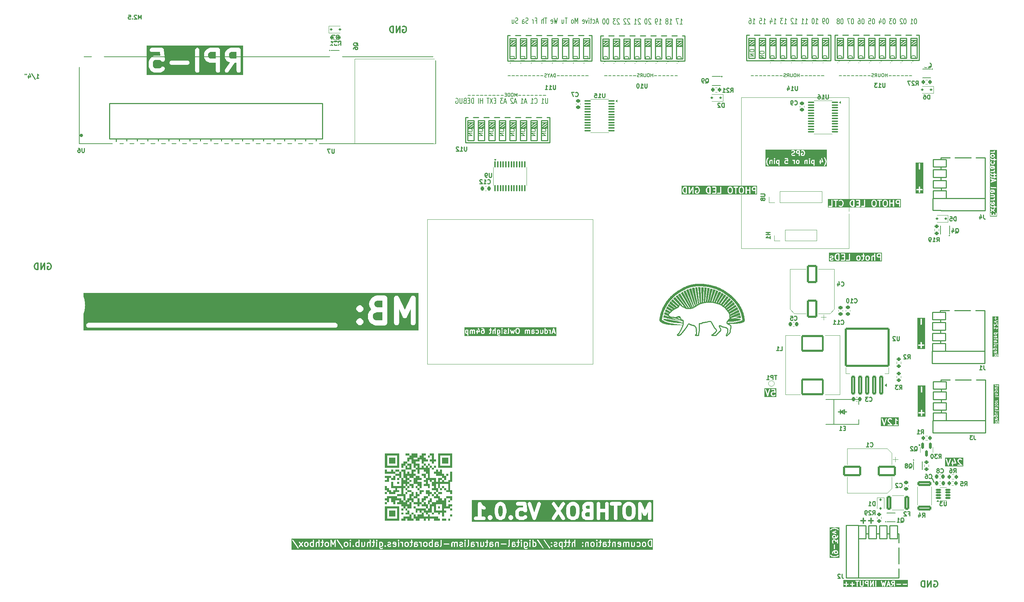
<source format=gbr>
%TF.GenerationSoftware,KiCad,Pcbnew,9.0.2*%
%TF.CreationDate,2025-09-02T22:06:01-05:00*%
%TF.ProjectId,MothBox,4d6f7468-426f-4782-9e6b-696361645f70,5.0.1*%
%TF.SameCoordinates,Original*%
%TF.FileFunction,Legend,Bot*%
%TF.FilePolarity,Positive*%
%FSLAX46Y46*%
G04 Gerber Fmt 4.6, Leading zero omitted, Abs format (unit mm)*
G04 Created by KiCad (PCBNEW 9.0.2) date 2025-09-02 22:06:01*
%MOMM*%
%LPD*%
G01*
G04 APERTURE LIST*
G04 Aperture macros list*
%AMRoundRect*
0 Rectangle with rounded corners*
0 $1 Rounding radius*
0 $2 $3 $4 $5 $6 $7 $8 $9 X,Y pos of 4 corners*
0 Add a 4 corners polygon primitive as box body*
4,1,4,$2,$3,$4,$5,$6,$7,$8,$9,$2,$3,0*
0 Add four circle primitives for the rounded corners*
1,1,$1+$1,$2,$3*
1,1,$1+$1,$4,$5*
1,1,$1+$1,$6,$7*
1,1,$1+$1,$8,$9*
0 Add four rect primitives between the rounded corners*
20,1,$1+$1,$2,$3,$4,$5,0*
20,1,$1+$1,$4,$5,$6,$7,0*
20,1,$1+$1,$6,$7,$8,$9,0*
20,1,$1+$1,$8,$9,$2,$3,0*%
G04 Aperture macros list end*
%ADD10C,0.100000*%
%ADD11C,0.000000*%
%ADD12C,0.238124*%
%ADD13C,0.250000*%
%ADD14C,0.200000*%
%ADD15C,0.270000*%
%ADD16C,0.260000*%
%ADD17C,0.320000*%
%ADD18C,0.300000*%
%ADD19C,1.200000*%
%ADD20C,0.160000*%
%ADD21C,0.875000*%
%ADD22C,1.000000*%
%ADD23C,0.240000*%
%ADD24C,0.130000*%
%ADD25C,0.050000*%
%ADD26C,0.120000*%
%ADD27C,0.150000*%
%ADD28C,0.127000*%
%ADD29C,0.400000*%
%ADD30C,1.800000*%
%ADD31R,1.800000X1.780000*%
%ADD32C,2.700000*%
%ADD33R,1.700000X1.700000*%
%ADD34C,1.700000*%
%ADD35C,1.000000*%
%ADD36C,12.800000*%
%ADD37RoundRect,0.225000X-0.225000X-0.250000X0.225000X-0.250000X0.225000X0.250000X-0.225000X0.250000X0*%
%ADD38R,0.400000X0.450000*%
%ADD39R,0.400000X0.910000*%
%ADD40R,0.810000X0.910000*%
%ADD41RoundRect,0.225000X0.250000X-0.225000X0.250000X0.225000X-0.250000X0.225000X-0.250000X-0.225000X0*%
%ADD42R,0.450000X0.400000*%
%ADD43R,0.910000X0.400000*%
%ADD44R,0.910000X0.810000*%
%ADD45R,1.100000X2.200000*%
%ADD46RoundRect,0.200000X-0.200000X-0.275000X0.200000X-0.275000X0.200000X0.275000X-0.200000X0.275000X0*%
%ADD47RoundRect,0.225000X0.225000X0.250000X-0.225000X0.250000X-0.225000X-0.250000X0.225000X-0.250000X0*%
%ADD48RoundRect,0.200000X0.275000X-0.200000X0.275000X0.200000X-0.275000X0.200000X-0.275000X-0.200000X0*%
%ADD49RoundRect,0.200000X-0.275000X0.200000X-0.275000X-0.200000X0.275000X-0.200000X0.275000X0.200000X0*%
%ADD50RoundRect,0.250000X1.000000X-1.950000X1.000000X1.950000X-1.000000X1.950000X-1.000000X-1.950000X0*%
%ADD51RoundRect,0.125000X-0.537500X-0.125000X0.537500X-0.125000X0.537500X0.125000X-0.537500X0.125000X0*%
%ADD52RoundRect,0.200000X0.200000X0.275000X-0.200000X0.275000X-0.200000X-0.275000X0.200000X-0.275000X0*%
%ADD53RoundRect,0.112500X0.187500X0.112500X-0.187500X0.112500X-0.187500X-0.112500X0.187500X-0.112500X0*%
%ADD54RoundRect,0.225000X-0.250000X0.225000X-0.250000X-0.225000X0.250000X-0.225000X0.250000X0.225000X0*%
%ADD55RoundRect,0.100000X-0.100000X0.637500X-0.100000X-0.637500X0.100000X-0.637500X0.100000X0.637500X0*%
%ADD56RoundRect,0.112500X-0.187500X-0.112500X0.187500X-0.112500X0.187500X0.112500X-0.187500X0.112500X0*%
%ADD57RoundRect,0.250000X-1.425000X0.362500X-1.425000X-0.362500X1.425000X-0.362500X1.425000X0.362500X0*%
%ADD58RoundRect,0.250000X0.300000X-2.050000X0.300000X2.050000X-0.300000X2.050000X-0.300000X-2.050000X0*%
%ADD59RoundRect,0.250002X5.149998X-4.449998X5.149998X4.449998X-5.149998X4.449998X-5.149998X-4.449998X0*%
%ADD60RoundRect,0.250000X1.950000X1.000000X-1.950000X1.000000X-1.950000X-1.000000X1.950000X-1.000000X0*%
%ADD61C,4.204000*%
%ADD62RoundRect,0.250000X2.500000X-1.750000X2.500000X1.750000X-2.500000X1.750000X-2.500000X-1.750000X0*%
%ADD63RoundRect,0.100000X0.637500X0.100000X-0.637500X0.100000X-0.637500X-0.100000X0.637500X-0.100000X0*%
%ADD64RoundRect,0.250000X-0.312500X-1.450000X0.312500X-1.450000X0.312500X1.450000X-0.312500X1.450000X0*%
%ADD65R,2.700000X3.300000*%
%ADD66RoundRect,0.150000X-0.150000X0.587500X-0.150000X-0.587500X0.150000X-0.587500X0.150000X0.587500X0*%
%ADD67RoundRect,0.112500X-0.112500X0.187500X-0.112500X-0.187500X0.112500X-0.187500X0.112500X0.187500X0*%
G04 APERTURE END LIST*
D10*
X100269183Y15414249D02*
X126269183Y15414249D01*
X126269183Y-21085751D01*
X100269183Y-21085751D01*
X100269183Y15414249D01*
D11*
G36*
X22658125Y-82422494D02*
G01*
X22166001Y-82422494D01*
X22166001Y-81930370D01*
X22658125Y-81930370D01*
X22658125Y-82422494D01*
G37*
G36*
X81871953Y-38132710D02*
G01*
X81965684Y-38136803D01*
X82059228Y-38143128D01*
X82152401Y-38151685D01*
X82245015Y-38162475D01*
X82340250Y-38175094D01*
X82435391Y-38189016D01*
X82625023Y-38220022D01*
X82813167Y-38254005D01*
X82999078Y-38289476D01*
X83697578Y-38432351D01*
X84300827Y-38551413D01*
X84674510Y-38637858D01*
X85045960Y-38730999D01*
X85415922Y-38831582D01*
X85600578Y-38884897D01*
X85785140Y-38940350D01*
X85902839Y-38976317D01*
X85960804Y-38994765D01*
X86018304Y-39013772D01*
X86075433Y-39033523D01*
X86132282Y-39054204D01*
X86188945Y-39076001D01*
X86245516Y-39099101D01*
X86237578Y-39170537D01*
X86174078Y-39170537D01*
X85579758Y-39144740D01*
X85284458Y-39128121D01*
X84991390Y-39107037D01*
X84618328Y-39074295D01*
X84431052Y-39056807D01*
X84337880Y-39046808D01*
X84245265Y-39035600D01*
X83491203Y-38932412D01*
X83384062Y-38916785D01*
X83277014Y-38899670D01*
X83170153Y-38881066D01*
X83063570Y-38860974D01*
X82957359Y-38839394D01*
X82851614Y-38816326D01*
X82746426Y-38791769D01*
X82641890Y-38765724D01*
X82535463Y-38737788D01*
X82430430Y-38707433D01*
X82326700Y-38674474D01*
X82224179Y-38638724D01*
X82122775Y-38599997D01*
X82022393Y-38558109D01*
X81922942Y-38512871D01*
X81824328Y-38464099D01*
X81770781Y-38436550D01*
X81717420Y-38407420D01*
X81664431Y-38376616D01*
X81612000Y-38344044D01*
X81560313Y-38309612D01*
X81534807Y-38291670D01*
X81509556Y-38273227D01*
X81484585Y-38254273D01*
X81459916Y-38234795D01*
X81435573Y-38214783D01*
X81411578Y-38194224D01*
X81410090Y-38192645D01*
X81408601Y-38190891D01*
X81407113Y-38188975D01*
X81405625Y-38186907D01*
X81404137Y-38184700D01*
X81402648Y-38182364D01*
X81399672Y-38177357D01*
X81396695Y-38171978D01*
X81393719Y-38166319D01*
X81387765Y-38154537D01*
X81449281Y-38143623D01*
X81462334Y-38141592D01*
X81474830Y-38140026D01*
X81480926Y-38139447D01*
X81486953Y-38139019D01*
X81492933Y-38138753D01*
X81498890Y-38138662D01*
X81591505Y-38133825D01*
X81684677Y-38131221D01*
X81778222Y-38130849D01*
X81871953Y-38132710D01*
G37*
G36*
X19705376Y-71103620D02*
G01*
X19213251Y-71103620D01*
X19213251Y-70611495D01*
X19705376Y-70611495D01*
X19705376Y-71103620D01*
G37*
G36*
X24134501Y-86851619D02*
G01*
X23642376Y-86851619D01*
X23642376Y-86359494D01*
X24134501Y-86359494D01*
X24134501Y-86851619D01*
G37*
G36*
X26103000Y-77009120D02*
G01*
X25610876Y-77009120D01*
X25610876Y-76516995D01*
X26103000Y-76516995D01*
X26103000Y-77009120D01*
G37*
G36*
X23642376Y-76024870D02*
G01*
X23150250Y-76024870D01*
X23150250Y-75532745D01*
X23642376Y-75532745D01*
X23642376Y-76024870D01*
G37*
G36*
X19213251Y-80946119D02*
G01*
X18721126Y-80946119D01*
X18721126Y-80453995D01*
X19213251Y-80453995D01*
X19213251Y-80946119D01*
G37*
G36*
X22166001Y-71103620D02*
G01*
X21673876Y-71103620D01*
X21673876Y-70611495D01*
X22166001Y-70611495D01*
X22166001Y-71103620D01*
G37*
G36*
X21673876Y-86359494D02*
G01*
X21181750Y-86359494D01*
X21181750Y-85867369D01*
X21673876Y-85867369D01*
X21673876Y-86359494D01*
G37*
G36*
X18721126Y-80946119D02*
G01*
X18229001Y-80946119D01*
X18229001Y-80453995D01*
X18721126Y-80453995D01*
X18721126Y-80946119D01*
G37*
G36*
X21181750Y-86851619D02*
G01*
X20689626Y-86851619D01*
X20689626Y-86359494D01*
X21181750Y-86359494D01*
X21181750Y-86851619D01*
G37*
G36*
X25118750Y-79961870D02*
G01*
X24626625Y-79961870D01*
X24626625Y-79469744D01*
X25118750Y-79469744D01*
X25118750Y-79961870D01*
G37*
G36*
X21181750Y-85375244D02*
G01*
X20689626Y-85375244D01*
X20689626Y-84883119D01*
X21181750Y-84883119D01*
X21181750Y-85375244D01*
G37*
G36*
X24626625Y-84883119D02*
G01*
X24134501Y-84883119D01*
X24134501Y-84390994D01*
X24626625Y-84390994D01*
X24626625Y-84883119D01*
G37*
G36*
X22658125Y-81930370D02*
G01*
X22166001Y-81930370D01*
X22166001Y-81438244D01*
X22658125Y-81438244D01*
X22658125Y-81930370D01*
G37*
G36*
X23642376Y-86359494D02*
G01*
X23150250Y-86359494D01*
X23150250Y-85867369D01*
X23642376Y-85867369D01*
X23642376Y-86359494D01*
G37*
G36*
X15276251Y-77501244D02*
G01*
X14784126Y-77501244D01*
X14784126Y-77009120D01*
X15276251Y-77009120D01*
X15276251Y-77501244D01*
G37*
G36*
X22166001Y-78977619D02*
G01*
X21673876Y-78977619D01*
X21673876Y-78485495D01*
X22166001Y-78485495D01*
X22166001Y-78977619D01*
G37*
G36*
X26103000Y-85375244D02*
G01*
X25610876Y-85375244D01*
X25610876Y-84883119D01*
X26103000Y-84883119D01*
X26103000Y-85375244D01*
G37*
G36*
X24626625Y-74548495D02*
G01*
X24134501Y-74548495D01*
X24134501Y-74056370D01*
X24626625Y-74056370D01*
X24626625Y-74548495D01*
G37*
G36*
X97435064Y-33087809D02*
G01*
X97487743Y-33133574D01*
X97540050Y-33180082D01*
X97592171Y-33227335D01*
X97696598Y-33324074D01*
X97802514Y-33423788D01*
X97762827Y-33463476D01*
X97326265Y-33900038D01*
X96970069Y-34257226D01*
X96793832Y-34435820D01*
X96619827Y-34614413D01*
X96056264Y-35177976D01*
X96019847Y-35145590D01*
X95982222Y-35113856D01*
X95943666Y-35082679D01*
X95904459Y-35051968D01*
X95746702Y-34931914D01*
X96723015Y-33796851D01*
X97326265Y-33098350D01*
X97329156Y-33095285D01*
X97331908Y-33092056D01*
X97334566Y-33088688D01*
X97337179Y-33085204D01*
X97342450Y-33077980D01*
X97345202Y-33074286D01*
X97348093Y-33070569D01*
X97351170Y-33066853D01*
X97354480Y-33063159D01*
X97358069Y-33059512D01*
X97361984Y-33055935D01*
X97364077Y-33054179D01*
X97366270Y-33052450D01*
X97368567Y-33050750D01*
X97370975Y-33049082D01*
X97373499Y-33047449D01*
X97376145Y-33045854D01*
X97378919Y-33044299D01*
X97381827Y-33042788D01*
X97435064Y-33087809D01*
G37*
G36*
X29055750Y-84883119D02*
G01*
X28563625Y-84883119D01*
X28563625Y-84390994D01*
X29055750Y-84390994D01*
X29055750Y-84883119D01*
G37*
G36*
X90161680Y-30440281D02*
G01*
X90253287Y-30443428D01*
X90337173Y-30448342D01*
X90405990Y-30454931D01*
X90432452Y-30458824D01*
X90452391Y-30463101D01*
X90460328Y-30534539D01*
X90476204Y-30979039D01*
X90492079Y-31526726D01*
X90507953Y-31939477D01*
X90539702Y-32852289D01*
X90555577Y-33399977D01*
X90558198Y-33450919D01*
X90560166Y-33502420D01*
X90562523Y-33606351D01*
X90563392Y-33710283D01*
X90563516Y-33812726D01*
X90579391Y-34304850D01*
X90543332Y-34317113D01*
X90506714Y-34330027D01*
X90432548Y-34357436D01*
X90358382Y-34386334D01*
X90285704Y-34415975D01*
X89904704Y-30875851D01*
X89901371Y-30824908D01*
X89897386Y-30773408D01*
X89887837Y-30669476D01*
X89876799Y-30565544D01*
X89865017Y-30463101D01*
X89865017Y-30455164D01*
X89865017Y-30447226D01*
X89886351Y-30444527D01*
X89914021Y-30442374D01*
X89984699Y-30439661D01*
X90069701Y-30438994D01*
X90161680Y-30440281D01*
G37*
G36*
X28071500Y-82914619D02*
G01*
X27579375Y-82914619D01*
X27579375Y-82422494D01*
X28071500Y-82422494D01*
X28071500Y-82914619D01*
G37*
G36*
X22658125Y-74056370D02*
G01*
X22166001Y-74056370D01*
X22166001Y-73564245D01*
X22658125Y-73564245D01*
X22658125Y-74056370D01*
G37*
G36*
X19705376Y-85375244D02*
G01*
X19213251Y-85375244D01*
X19213251Y-84883119D01*
X19705376Y-84883119D01*
X19705376Y-85375244D01*
G37*
G36*
X22166001Y-74548495D02*
G01*
X21673876Y-74548495D01*
X21673876Y-74056370D01*
X22166001Y-74056370D01*
X22166001Y-74548495D01*
G37*
G36*
X25118750Y-85867369D02*
G01*
X24626625Y-85867369D01*
X24626625Y-85375244D01*
X25118750Y-85375244D01*
X25118750Y-85867369D01*
G37*
G36*
X25118750Y-76024870D02*
G01*
X24626625Y-76024870D01*
X24626625Y-75532745D01*
X25118750Y-75532745D01*
X25118750Y-76024870D01*
G37*
G36*
X20689626Y-81438244D02*
G01*
X20197501Y-81438244D01*
X20197501Y-80946119D01*
X20689626Y-80946119D01*
X20689626Y-81438244D01*
G37*
G36*
X20689626Y-74056370D02*
G01*
X20197501Y-74056370D01*
X20197501Y-73564245D01*
X20689626Y-73564245D01*
X20689626Y-74056370D01*
G37*
G36*
X28071500Y-77009120D02*
G01*
X27579375Y-77009120D01*
X27579375Y-76516995D01*
X28071500Y-76516995D01*
X28071500Y-77009120D01*
G37*
G36*
X16752626Y-82422494D02*
G01*
X16260501Y-82422494D01*
X16260501Y-81930370D01*
X16752626Y-81930370D01*
X16752626Y-82422494D01*
G37*
G36*
X22166001Y-73564245D02*
G01*
X21673876Y-73564245D01*
X21673876Y-73072120D01*
X22166001Y-73072120D01*
X22166001Y-73564245D01*
G37*
G36*
X22166001Y-80946119D02*
G01*
X21673876Y-80946119D01*
X21673876Y-80453995D01*
X22166001Y-80453995D01*
X22166001Y-80946119D01*
G37*
G36*
X20689626Y-71595745D02*
G01*
X20197501Y-71595745D01*
X20197501Y-71103620D01*
X20689626Y-71103620D01*
X20689626Y-71595745D01*
G37*
G36*
X27579375Y-77009120D02*
G01*
X27087251Y-77009120D01*
X27087251Y-76516995D01*
X27579375Y-76516995D01*
X27579375Y-77009120D01*
G37*
G36*
X17244751Y-78977619D02*
G01*
X16752626Y-78977619D01*
X16752626Y-78485495D01*
X17244751Y-78485495D01*
X17244751Y-78977619D01*
G37*
G36*
X94916241Y-31471179D02*
G01*
X94917729Y-31471216D01*
X94919218Y-31471288D01*
X94920706Y-31471406D01*
X94922194Y-31471582D01*
X94923682Y-31471828D01*
X94925170Y-31472156D01*
X94926659Y-31472576D01*
X94928147Y-31473102D01*
X94929635Y-31473743D01*
X94931124Y-31474512D01*
X94932612Y-31475421D01*
X94933356Y-31475931D01*
X94934100Y-31476481D01*
X94934845Y-31477071D01*
X94935589Y-31477704D01*
X94936333Y-31478380D01*
X94937077Y-31479101D01*
X95389514Y-31709289D01*
X95390258Y-31709334D01*
X95391004Y-31709469D01*
X95391753Y-31709688D01*
X95392506Y-31709986D01*
X95393265Y-31710361D01*
X95394032Y-31710806D01*
X95395592Y-31711893D01*
X95397198Y-31713213D01*
X95398863Y-31714730D01*
X95402413Y-31718218D01*
X95406336Y-31722079D01*
X95408466Y-31724061D01*
X95410723Y-31726032D01*
X95413120Y-31727956D01*
X95415669Y-31729799D01*
X95417003Y-31730679D01*
X95418380Y-31731526D01*
X95419800Y-31732334D01*
X95421265Y-31733101D01*
X94095703Y-34233413D01*
X93730577Y-34146101D01*
X94551116Y-32284758D01*
X94809953Y-31699367D01*
X94913264Y-31471164D01*
X94916241Y-31471179D01*
G37*
G36*
X18229001Y-75532745D02*
G01*
X17736876Y-75532745D01*
X17736876Y-75040620D01*
X18229001Y-75040620D01*
X18229001Y-75532745D01*
G37*
G36*
X23150250Y-71595745D02*
G01*
X22658125Y-71595745D01*
X22658125Y-71103620D01*
X23150250Y-71103620D01*
X23150250Y-71595745D01*
G37*
G36*
X23150250Y-84883119D02*
G01*
X22658125Y-84883119D01*
X22658125Y-84390994D01*
X23150250Y-84390994D01*
X23150250Y-84883119D01*
G37*
G36*
X20689626Y-78485495D02*
G01*
X20197501Y-78485495D01*
X20197501Y-77993370D01*
X20689626Y-77993370D01*
X20689626Y-78485495D01*
G37*
G36*
X20197501Y-74548495D02*
G01*
X19705376Y-74548495D01*
X19705376Y-74056370D01*
X20197501Y-74056370D01*
X20197501Y-74548495D01*
G37*
G36*
X22658125Y-82914619D02*
G01*
X22166001Y-82914619D01*
X22166001Y-82422494D01*
X22658125Y-82422494D01*
X22658125Y-82914619D01*
G37*
G36*
X16752626Y-81930370D02*
G01*
X16260501Y-81930370D01*
X16260501Y-81438244D01*
X16752626Y-81438244D01*
X16752626Y-81930370D01*
G37*
G36*
X20197501Y-86359494D02*
G01*
X19705376Y-86359494D01*
X19705376Y-85867369D01*
X20197501Y-85867369D01*
X20197501Y-86359494D01*
G37*
G36*
X24134501Y-78485495D02*
G01*
X23642376Y-78485495D01*
X23642376Y-77993370D01*
X24134501Y-77993370D01*
X24134501Y-78485495D01*
G37*
G36*
X16260501Y-77993370D02*
G01*
X15768376Y-77993370D01*
X15768376Y-77501244D01*
X16260501Y-77501244D01*
X16260501Y-77993370D01*
G37*
G36*
X19705376Y-76516995D02*
G01*
X19213251Y-76516995D01*
X19213251Y-76024870D01*
X19705376Y-76024870D01*
X19705376Y-76516995D01*
G37*
G36*
X99913519Y-36656366D02*
G01*
X99936215Y-36722067D01*
X99958167Y-36788141D01*
X99979375Y-36854772D01*
X99999839Y-36922148D01*
X100019558Y-36990454D01*
X100038534Y-37059876D01*
X100056766Y-37130600D01*
X100052481Y-37133397D01*
X100048533Y-37135856D01*
X100044888Y-37138013D01*
X100041510Y-37139903D01*
X100038364Y-37141560D01*
X100035417Y-37143019D01*
X100032632Y-37144315D01*
X100029975Y-37145484D01*
X100024906Y-37147577D01*
X100019930Y-37149577D01*
X100014768Y-37151762D01*
X100012029Y-37153012D01*
X100009140Y-37154413D01*
X98199390Y-37797351D01*
X98190119Y-37800312D01*
X98180290Y-37803180D01*
X98170089Y-37805862D01*
X98159702Y-37808265D01*
X98149315Y-37810296D01*
X98144180Y-37811142D01*
X98139114Y-37811861D01*
X98134142Y-37812441D01*
X98129285Y-37812869D01*
X98124569Y-37813134D01*
X98120015Y-37813225D01*
X98058204Y-37822527D01*
X97997603Y-37832573D01*
X97937932Y-37843363D01*
X97878913Y-37854897D01*
X97820265Y-37867176D01*
X97761711Y-37880198D01*
X97643765Y-37908476D01*
X97625937Y-37902832D01*
X97608294Y-37897561D01*
X97591024Y-37892290D01*
X97582586Y-37889539D01*
X97574311Y-37886647D01*
X97566222Y-37883570D01*
X97558343Y-37880260D01*
X97550696Y-37876671D01*
X97543305Y-37872757D01*
X97536193Y-37868470D01*
X97529384Y-37863765D01*
X97522900Y-37858595D01*
X97519787Y-37855821D01*
X97516764Y-37852913D01*
X97511019Y-37846937D01*
X97505680Y-37840916D01*
X97500736Y-37834851D01*
X97496177Y-37828744D01*
X97491989Y-37822596D01*
X97488162Y-37816409D01*
X97484683Y-37810185D01*
X97481542Y-37803924D01*
X97478726Y-37797628D01*
X97476224Y-37791298D01*
X97474025Y-37784937D01*
X97472116Y-37778545D01*
X97469124Y-37765676D01*
X97467155Y-37752702D01*
X97466116Y-37739635D01*
X97465915Y-37726486D01*
X97466457Y-37713268D01*
X97467651Y-37699992D01*
X97469403Y-37686669D01*
X97471620Y-37673311D01*
X97477076Y-37646538D01*
X98675639Y-37115718D01*
X99874200Y-36590850D01*
X99882140Y-36590850D01*
X99890078Y-36590850D01*
X99913519Y-36656366D01*
G37*
G36*
X27087251Y-82914619D02*
G01*
X26595125Y-82914619D01*
X26595125Y-82422494D01*
X27087251Y-82422494D01*
X27087251Y-82914619D01*
G37*
G36*
X17736876Y-81930370D02*
G01*
X17244751Y-81930370D01*
X17244751Y-81438244D01*
X17736876Y-81438244D01*
X17736876Y-81930370D01*
G37*
G36*
X16752626Y-73072120D02*
G01*
X15276251Y-73072120D01*
X15276251Y-71595745D01*
X16752626Y-71595745D01*
X16752626Y-73072120D01*
G37*
G36*
X21181750Y-71595745D02*
G01*
X20689626Y-71595745D01*
X20689626Y-71103620D01*
X21181750Y-71103620D01*
X21181750Y-71595745D01*
G37*
G36*
X20689626Y-77501244D02*
G01*
X20197501Y-77501244D01*
X20197501Y-77009120D01*
X20689626Y-77009120D01*
X20689626Y-77501244D01*
G37*
G36*
X20689626Y-85867369D02*
G01*
X20197501Y-85867369D01*
X20197501Y-85375244D01*
X20689626Y-85375244D01*
X20689626Y-85867369D01*
G37*
G36*
X29055750Y-77009120D02*
G01*
X28563625Y-77009120D01*
X28563625Y-76516995D01*
X29055750Y-76516995D01*
X29055750Y-77009120D01*
G37*
G36*
X23642376Y-71103620D02*
G01*
X23150250Y-71103620D01*
X23150250Y-70611495D01*
X23642376Y-70611495D01*
X23642376Y-71103620D01*
G37*
G36*
X20197501Y-83898869D02*
G01*
X19705376Y-83898869D01*
X19705376Y-83406745D01*
X20197501Y-83406745D01*
X20197501Y-83898869D01*
G37*
G36*
X15276251Y-76516995D02*
G01*
X14784126Y-76516995D01*
X14784126Y-76024870D01*
X15276251Y-76024870D01*
X15276251Y-76516995D01*
G37*
G36*
X24134501Y-72087870D02*
G01*
X23642376Y-72087870D01*
X23642376Y-71595745D01*
X24134501Y-71595745D01*
X24134501Y-72087870D01*
G37*
G36*
X30040000Y-77993370D02*
G01*
X29547875Y-77993370D01*
X29547875Y-77501244D01*
X30040000Y-77501244D01*
X30040000Y-77993370D01*
G37*
G36*
X17736876Y-82914619D02*
G01*
X17244751Y-82914619D01*
X17244751Y-82422494D01*
X17736876Y-82422494D01*
X17736876Y-82914619D01*
G37*
G36*
X18721126Y-77501244D02*
G01*
X18229001Y-77501244D01*
X18229001Y-77009120D01*
X18721126Y-77009120D01*
X18721126Y-77501244D01*
G37*
G36*
X23150250Y-79961870D02*
G01*
X22658125Y-79961870D01*
X22658125Y-79469744D01*
X23150250Y-79469744D01*
X23150250Y-79961870D01*
G37*
G36*
X86158218Y-31561096D02*
G01*
X86158255Y-31562156D01*
X86158326Y-31563065D01*
X86158379Y-31563467D01*
X86158445Y-31563834D01*
X86158525Y-31564170D01*
X86158621Y-31564476D01*
X86158735Y-31564752D01*
X86158867Y-31565001D01*
X86159020Y-31565224D01*
X86159195Y-31565422D01*
X86159392Y-31565596D01*
X86159615Y-31565749D01*
X86159864Y-31565882D01*
X86160140Y-31565995D01*
X86160446Y-31566091D01*
X86160782Y-31566172D01*
X86161150Y-31566237D01*
X86161551Y-31566290D01*
X86162460Y-31566361D01*
X86163520Y-31566398D01*
X86166140Y-31566414D01*
X86169458Y-31572723D01*
X86173333Y-31579684D01*
X86182015Y-31595187D01*
X86186449Y-31603543D01*
X86190697Y-31612178D01*
X86192693Y-31616572D01*
X86194572Y-31621000D01*
X86196313Y-31625451D01*
X86197890Y-31629914D01*
X87200000Y-33565671D01*
X88214016Y-35495476D01*
X88178297Y-35504034D01*
X88142578Y-35511847D01*
X88106859Y-35518917D01*
X88071141Y-35525242D01*
X88035422Y-35530823D01*
X87999703Y-35535660D01*
X87963984Y-35539753D01*
X87928266Y-35543101D01*
X86515391Y-33249164D01*
X85697828Y-31915664D01*
X85694853Y-31911288D01*
X85691890Y-31907075D01*
X85686046Y-31899045D01*
X85680387Y-31891386D01*
X85675008Y-31883914D01*
X85672451Y-31880189D01*
X85670000Y-31876442D01*
X85667665Y-31872647D01*
X85665458Y-31868783D01*
X85663390Y-31864826D01*
X85661473Y-31860753D01*
X85659720Y-31856540D01*
X85658140Y-31852164D01*
X85658163Y-31851420D01*
X85658229Y-31850677D01*
X85658336Y-31849938D01*
X85658481Y-31849203D01*
X85658661Y-31848473D01*
X85658873Y-31847751D01*
X85659113Y-31847038D01*
X85659380Y-31846335D01*
X85659671Y-31845643D01*
X85659981Y-31844965D01*
X85660309Y-31844301D01*
X85660652Y-31843653D01*
X85661006Y-31843022D01*
X85661369Y-31842411D01*
X85662109Y-31841250D01*
X85662849Y-31840182D01*
X85663566Y-31839219D01*
X85664237Y-31838372D01*
X85664838Y-31837653D01*
X85665737Y-31836646D01*
X85666078Y-31836289D01*
X85677893Y-31830247D01*
X85689534Y-31824042D01*
X85712338Y-31811236D01*
X85734585Y-31798059D01*
X85756367Y-31784695D01*
X85798907Y-31758154D01*
X85819851Y-31745349D01*
X85840703Y-31733102D01*
X86150265Y-31558476D01*
X86158202Y-31558476D01*
X86158218Y-31561096D01*
G37*
G36*
X96216301Y-32200360D02*
G01*
X96275414Y-32236140D01*
X96346247Y-32280851D01*
X96422382Y-32330398D01*
X96497401Y-32380690D01*
X96564885Y-32427633D01*
X96618417Y-32467134D01*
X96637945Y-32482815D01*
X96651577Y-32495101D01*
X96651562Y-32497721D01*
X96651525Y-32498781D01*
X96651453Y-32499690D01*
X96651401Y-32500091D01*
X96651335Y-32500459D01*
X96651255Y-32500795D01*
X96651159Y-32501101D01*
X96651045Y-32501377D01*
X96650913Y-32501626D01*
X96650760Y-32501849D01*
X96650585Y-32502046D01*
X96650387Y-32502221D01*
X96650165Y-32502374D01*
X96649916Y-32502506D01*
X96649640Y-32502620D01*
X96649334Y-32502716D01*
X96648998Y-32502796D01*
X96648631Y-32502862D01*
X96648229Y-32502915D01*
X96647320Y-32502986D01*
X96646261Y-32503023D01*
X96643641Y-32503039D01*
X95874695Y-33538882D01*
X95111703Y-34574726D01*
X94932117Y-34503288D01*
X94840463Y-34467569D01*
X94746578Y-34431851D01*
X95063085Y-33935757D01*
X95218734Y-33688454D01*
X95373640Y-33439663D01*
X96135640Y-32233163D01*
X96175327Y-32177601D01*
X96216301Y-32200360D01*
G37*
G36*
X20197501Y-75532745D02*
G01*
X19705376Y-75532745D01*
X19705376Y-75040620D01*
X20197501Y-75040620D01*
X20197501Y-75532745D01*
G37*
G36*
X26595125Y-77501244D02*
G01*
X26103000Y-77501244D01*
X26103000Y-77009120D01*
X26595125Y-77009120D01*
X26595125Y-77501244D01*
G37*
G36*
X30532125Y-71128226D02*
G01*
X30532125Y-73539639D01*
X30532125Y-74056370D01*
X30015393Y-74056370D01*
X27603981Y-74056370D01*
X27087251Y-74056370D01*
X27087251Y-73539639D01*
X27087251Y-71128226D01*
X27603981Y-71128226D01*
X27603981Y-73539639D01*
X30015393Y-73539639D01*
X30015393Y-71128226D01*
X27603981Y-71128226D01*
X27087251Y-71128226D01*
X27087251Y-70611495D01*
X27603981Y-70611495D01*
X30015393Y-70611495D01*
X30532125Y-70611495D01*
X30532125Y-71128226D01*
G37*
G36*
X25610876Y-74056370D02*
G01*
X25118750Y-74056370D01*
X25118750Y-73564245D01*
X25610876Y-73564245D01*
X25610876Y-74056370D01*
G37*
G36*
X25118750Y-77009120D02*
G01*
X24626625Y-77009120D01*
X24626625Y-76516995D01*
X25118750Y-76516995D01*
X25118750Y-77009120D01*
G37*
G36*
X27087251Y-86851619D02*
G01*
X26595125Y-86851619D01*
X26595125Y-86359494D01*
X27087251Y-86359494D01*
X27087251Y-86851619D01*
G37*
G36*
X22658125Y-75040620D02*
G01*
X22166001Y-75040620D01*
X22166001Y-74548495D01*
X22658125Y-74548495D01*
X22658125Y-75040620D01*
G37*
G36*
X14784126Y-77501244D02*
G01*
X14292001Y-77501244D01*
X14292001Y-77009120D01*
X14784126Y-77009120D01*
X14784126Y-77501244D01*
G37*
G36*
X25118750Y-86851619D02*
G01*
X24626625Y-86851619D01*
X24626625Y-86359494D01*
X25118750Y-86359494D01*
X25118750Y-86851619D01*
G37*
G36*
X23150250Y-77009120D02*
G01*
X22658125Y-77009120D01*
X22658125Y-76516995D01*
X23150250Y-76516995D01*
X23150250Y-77009120D01*
G37*
G36*
X26595125Y-80453995D02*
G01*
X26103000Y-80453995D01*
X26103000Y-79961870D01*
X26595125Y-79961870D01*
X26595125Y-80453995D01*
G37*
G36*
X19705376Y-77501244D02*
G01*
X19213251Y-77501244D01*
X19213251Y-77009120D01*
X19705376Y-77009120D01*
X19705376Y-77501244D01*
G37*
G36*
X19705376Y-76024870D02*
G01*
X19213251Y-76024870D01*
X19213251Y-75532745D01*
X19705376Y-75532745D01*
X19705376Y-76024870D01*
G37*
G36*
X27579375Y-78977619D02*
G01*
X27087251Y-78977619D01*
X27087251Y-78485495D01*
X27579375Y-78485495D01*
X27579375Y-78977619D01*
G37*
G36*
X21181750Y-72087870D02*
G01*
X20689626Y-72087870D01*
X20689626Y-71595745D01*
X21181750Y-71595745D01*
X21181750Y-72087870D01*
G37*
G36*
X17244751Y-79469744D02*
G01*
X16752626Y-79469744D01*
X16752626Y-78977619D01*
X17244751Y-78977619D01*
X17244751Y-79469744D01*
G37*
G36*
X24626625Y-83406745D02*
G01*
X24134501Y-83406745D01*
X24134501Y-82914619D01*
X24626625Y-82914619D01*
X24626625Y-83406745D01*
G37*
G36*
X26103000Y-77993370D02*
G01*
X25610876Y-77993370D01*
X25610876Y-77501244D01*
X26103000Y-77501244D01*
X26103000Y-77993370D01*
G37*
G36*
X19213251Y-77993370D02*
G01*
X18721126Y-77993370D01*
X18721126Y-77501244D01*
X19213251Y-77501244D01*
X19213251Y-77993370D01*
G37*
G36*
X26595125Y-82914619D02*
G01*
X26103000Y-82914619D01*
X26103000Y-82422494D01*
X26595125Y-82422494D01*
X26595125Y-82914619D01*
G37*
G36*
X26595125Y-78485495D02*
G01*
X26103000Y-78485495D01*
X26103000Y-77993370D01*
X26595125Y-77993370D01*
X26595125Y-78485495D01*
G37*
G36*
X27579375Y-84883119D02*
G01*
X27087251Y-84883119D01*
X27087251Y-84390994D01*
X27579375Y-84390994D01*
X27579375Y-84883119D01*
G37*
G36*
X25118750Y-74548495D02*
G01*
X24626625Y-74548495D01*
X24626625Y-74056370D01*
X25118750Y-74056370D01*
X25118750Y-74548495D01*
G37*
G36*
X19213251Y-75532745D02*
G01*
X18721126Y-75532745D01*
X18721126Y-75040620D01*
X19213251Y-75040620D01*
X19213251Y-75532745D01*
G37*
G36*
X17736876Y-71128226D02*
G01*
X17736876Y-73539639D01*
X17736876Y-74056370D01*
X17220145Y-74056370D01*
X14808732Y-74056370D01*
X14292001Y-74056370D01*
X14292001Y-73539639D01*
X14292001Y-71128226D01*
X14808732Y-71128226D01*
X14808732Y-73539639D01*
X17220145Y-73539639D01*
X17220145Y-71128226D01*
X14808732Y-71128226D01*
X14292001Y-71128226D01*
X14292001Y-70611495D01*
X14808732Y-70611495D01*
X17220145Y-70611495D01*
X17736876Y-70611495D01*
X17736876Y-71128226D01*
G37*
G36*
X23642376Y-71595745D02*
G01*
X23150250Y-71595745D01*
X23150250Y-71103620D01*
X23642376Y-71103620D01*
X23642376Y-71595745D01*
G37*
G36*
X27087251Y-81438244D02*
G01*
X26595125Y-81438244D01*
X26595125Y-80946119D01*
X27087251Y-80946119D01*
X27087251Y-81438244D01*
G37*
G36*
X27579375Y-82914619D02*
G01*
X27087251Y-82914619D01*
X27087251Y-82422494D01*
X27579375Y-82422494D01*
X27579375Y-82914619D01*
G37*
G36*
X27579375Y-82422494D02*
G01*
X27087251Y-82422494D01*
X27087251Y-81930370D01*
X27579375Y-81930370D01*
X27579375Y-82422494D01*
G37*
G36*
X23642376Y-85375244D02*
G01*
X23150250Y-85375244D01*
X23150250Y-84883119D01*
X23642376Y-84883119D01*
X23642376Y-85375244D01*
G37*
G36*
X16260501Y-78977619D02*
G01*
X15768376Y-78977619D01*
X15768376Y-78485495D01*
X16260501Y-78485495D01*
X16260501Y-78977619D01*
G37*
G36*
X23150250Y-85867369D02*
G01*
X22658125Y-85867369D01*
X22658125Y-85375244D01*
X23150250Y-85375244D01*
X23150250Y-85867369D01*
G37*
G36*
X19213251Y-77501244D02*
G01*
X18721126Y-77501244D01*
X18721126Y-77009120D01*
X19213251Y-77009120D01*
X19213251Y-77501244D01*
G37*
G36*
X15276251Y-81438244D02*
G01*
X14784126Y-81438244D01*
X14784126Y-80946119D01*
X15276251Y-80946119D01*
X15276251Y-81438244D01*
G37*
G36*
X85215563Y-37508082D02*
G01*
X85230686Y-37509096D01*
X85245390Y-37510981D01*
X85259723Y-37513751D01*
X85273730Y-37517415D01*
X85287458Y-37521987D01*
X85300953Y-37527477D01*
X85302532Y-37528965D01*
X85304286Y-37530453D01*
X85306203Y-37531941D01*
X85308270Y-37533430D01*
X85310478Y-37534918D01*
X85312813Y-37536406D01*
X85317820Y-37539382D01*
X85323200Y-37542359D01*
X85328858Y-37545335D01*
X85340640Y-37551288D01*
X85355341Y-37562348D01*
X85369693Y-37574652D01*
X85383719Y-37588141D01*
X85397443Y-37602758D01*
X85410888Y-37618446D01*
X85424077Y-37635144D01*
X85437034Y-37652796D01*
X85449781Y-37671343D01*
X85462342Y-37690728D01*
X85474740Y-37710891D01*
X85499142Y-37753323D01*
X85523172Y-37798173D01*
X85547015Y-37844976D01*
X85558922Y-37866168D01*
X85570828Y-37888012D01*
X85594640Y-37933281D01*
X85618453Y-37980037D01*
X85642266Y-38027538D01*
X85423364Y-37931048D01*
X85206695Y-37833069D01*
X84777078Y-37638601D01*
X84837973Y-37614789D01*
X84901101Y-37590976D01*
X85031078Y-37543351D01*
X85052945Y-37536283D01*
X85073928Y-37529972D01*
X85094074Y-37524428D01*
X85113429Y-37519663D01*
X85132041Y-37515688D01*
X85149954Y-37512516D01*
X85167217Y-37510157D01*
X85183875Y-37508625D01*
X85199975Y-37507929D01*
X85215563Y-37508082D01*
G37*
G36*
X26103000Y-71103620D02*
G01*
X25610876Y-71103620D01*
X25610876Y-70611495D01*
X26103000Y-70611495D01*
X26103000Y-71103620D01*
G37*
G36*
X16260501Y-78485495D02*
G01*
X15768376Y-78485495D01*
X15768376Y-77993370D01*
X16260501Y-77993370D01*
X16260501Y-78485495D01*
G37*
D12*
X92776715Y-34019227D02*
X92868368Y-34020095D01*
X92958533Y-34022452D01*
X93003290Y-34024421D01*
X93047954Y-34027041D01*
X93206704Y-34034978D01*
X93212747Y-34036376D01*
X93218952Y-34037598D01*
X93225296Y-34038658D01*
X93231757Y-34039567D01*
X93244935Y-34040978D01*
X93258299Y-34041923D01*
X93271662Y-34042497D01*
X93284840Y-34042791D01*
X93309892Y-34042915D01*
X93571829Y-34098478D01*
X93722642Y-34130228D01*
X93769910Y-34139514D01*
X93816528Y-34149451D01*
X93862587Y-34159947D01*
X93908181Y-34170907D01*
X93998346Y-34193852D01*
X94087767Y-34217540D01*
X94238579Y-34257228D01*
X94286189Y-34269491D01*
X94333705Y-34282405D01*
X94381035Y-34295877D01*
X94428087Y-34309814D01*
X94520980Y-34338711D01*
X94611642Y-34368353D01*
X94651949Y-34380259D01*
X94690024Y-34392165D01*
X94726610Y-34404072D01*
X94762453Y-34415978D01*
X94809722Y-34431233D01*
X94856339Y-34447232D01*
X94902399Y-34463975D01*
X94947993Y-34481462D01*
X94993215Y-34499694D01*
X95038158Y-34518669D01*
X95082915Y-34538389D01*
X95127579Y-34558853D01*
X95145439Y-34565163D01*
X95163298Y-34572124D01*
X95181157Y-34579642D01*
X95199017Y-34587627D01*
X95216876Y-34595983D01*
X95234735Y-34604618D01*
X95270454Y-34622353D01*
X95319443Y-34647530D01*
X95370665Y-34674939D01*
X95423376Y-34703837D01*
X95476830Y-34733478D01*
X95611767Y-34820791D01*
X95626991Y-34830077D01*
X95642773Y-34840014D01*
X95658927Y-34850510D01*
X95675267Y-34861470D01*
X95691607Y-34872803D01*
X95707761Y-34884415D01*
X95723543Y-34896212D01*
X95738767Y-34908103D01*
X95816157Y-34967758D01*
X95893548Y-35028158D01*
X95970939Y-35090045D01*
X96009634Y-35121780D01*
X96048330Y-35154165D01*
X96167392Y-35249415D01*
X96238829Y-35312916D01*
X96268223Y-35337100D01*
X96296872Y-35362029D01*
X96324777Y-35387702D01*
X96351938Y-35414119D01*
X96378355Y-35441280D01*
X96404028Y-35469185D01*
X96428957Y-35497834D01*
X96453141Y-35527228D01*
X96548391Y-35646290D01*
X96580776Y-35685326D01*
X96612511Y-35724921D01*
X96643687Y-35764888D01*
X96674399Y-35805040D01*
X96794453Y-35963790D01*
X96842079Y-36027291D01*
X96845056Y-36031664D01*
X96848033Y-36035864D01*
X96851009Y-36039900D01*
X96853986Y-36043785D01*
X96856963Y-36047531D01*
X96859939Y-36051149D01*
X96862916Y-36054651D01*
X96865892Y-36058048D01*
X96871846Y-36064575D01*
X96877799Y-36070823D01*
X96883752Y-36076884D01*
X96889705Y-36082853D01*
X96956306Y-36160243D01*
X97023651Y-36237634D01*
X97056904Y-36276329D01*
X97089507Y-36315025D01*
X97121180Y-36353720D01*
X97151643Y-36392416D01*
X97238956Y-36519415D01*
X97259419Y-36552188D01*
X97279139Y-36585147D01*
X97298115Y-36618479D01*
X97316346Y-36652368D01*
X97333834Y-36687002D01*
X97350577Y-36722566D01*
X97366576Y-36759246D01*
X97381831Y-36797228D01*
X97413580Y-36884540D01*
X97419518Y-36902740D01*
X97425362Y-36921499D01*
X97431021Y-36940630D01*
X97436400Y-36959946D01*
X97441408Y-36979263D01*
X97445950Y-36998394D01*
X97449935Y-37017153D01*
X97453268Y-37035353D01*
X97464414Y-37088590D01*
X97473980Y-37141269D01*
X97481871Y-37193576D01*
X97487994Y-37245697D01*
X97492257Y-37297818D01*
X97494567Y-37350124D01*
X97494831Y-37402803D01*
X97492955Y-37456040D01*
X97492831Y-37484566D01*
X97492536Y-37498178D01*
X97491963Y-37511603D01*
X97491017Y-37525028D01*
X97489606Y-37538640D01*
X97487637Y-37552623D01*
X97485017Y-37567165D01*
X97484893Y-37585024D01*
X97484599Y-37593953D01*
X97484025Y-37602883D01*
X97483605Y-37607348D01*
X97483079Y-37611813D01*
X97482438Y-37616278D01*
X97481669Y-37620743D01*
X97480760Y-37625207D01*
X97479700Y-37629672D01*
X97478477Y-37634137D01*
X97477080Y-37638602D01*
X97471002Y-37695405D01*
X97469977Y-37708850D01*
X97469405Y-37722039D01*
X97469415Y-37734996D01*
X97470134Y-37747743D01*
X97471690Y-37760304D01*
X97472822Y-37766522D01*
X97474211Y-37772702D01*
X97475874Y-37778848D01*
X97477825Y-37784961D01*
X97480082Y-37791046D01*
X97482660Y-37797104D01*
X97485576Y-37803139D01*
X97488844Y-37809154D01*
X97492482Y-37815151D01*
X97496504Y-37821133D01*
X97500928Y-37827105D01*
X97505769Y-37833067D01*
X97511043Y-37839023D01*
X97516767Y-37844977D01*
X97519789Y-37848583D01*
X97522902Y-37851967D01*
X97526102Y-37855139D01*
X97529386Y-37858108D01*
X97532752Y-37860886D01*
X97536196Y-37863482D01*
X97543308Y-37868170D01*
X97550699Y-37872253D01*
X97558346Y-37875813D01*
X97566225Y-37878931D01*
X97574314Y-37881688D01*
X97582589Y-37884167D01*
X97591026Y-37886448D01*
X97608296Y-37890742D01*
X97625939Y-37895222D01*
X97634842Y-37897735D01*
X97643768Y-37900539D01*
X97672044Y-37911577D01*
X97678649Y-37914308D01*
X97685067Y-37917143D01*
X97691299Y-37920141D01*
X97697345Y-37923360D01*
X97703205Y-37926858D01*
X97708879Y-37930693D01*
X97711646Y-37932755D01*
X97714367Y-37934923D01*
X97717041Y-37937205D01*
X97719669Y-37939607D01*
X97722250Y-37942137D01*
X97724785Y-37944803D01*
X97727273Y-37947610D01*
X97729715Y-37950568D01*
X97732110Y-37953682D01*
X97734459Y-37956961D01*
X97736761Y-37960411D01*
X97739017Y-37964040D01*
X97743297Y-37971388D01*
X97747218Y-37978551D01*
X97750789Y-37985527D01*
X97754023Y-37992317D01*
X97756932Y-37998921D01*
X97759527Y-38005339D01*
X97761819Y-38011571D01*
X97763821Y-38017618D01*
X97765544Y-38023478D01*
X97766999Y-38029152D01*
X97768198Y-38034640D01*
X97769154Y-38039942D01*
X97769877Y-38045058D01*
X97770378Y-38049987D01*
X97770671Y-38054731D01*
X97770766Y-38059289D01*
X97769608Y-38066500D01*
X97767644Y-38073259D01*
X97764904Y-38079580D01*
X97761418Y-38085474D01*
X97757217Y-38090955D01*
X97752331Y-38096037D01*
X97746791Y-38100732D01*
X97740628Y-38105054D01*
X97733872Y-38109015D01*
X97726554Y-38112629D01*
X97710351Y-38118867D01*
X97692265Y-38123873D01*
X97672539Y-38127750D01*
X97651419Y-38130605D01*
X97629147Y-38132541D01*
X97605968Y-38133663D01*
X97582126Y-38134075D01*
X97533432Y-38133192D01*
X97485016Y-38130727D01*
X97455359Y-38130432D01*
X97426353Y-38129859D01*
X97398649Y-38129471D01*
X97385489Y-38129492D01*
X97372899Y-38129734D01*
X97360960Y-38130256D01*
X97349753Y-38131114D01*
X97339360Y-38132368D01*
X97329863Y-38134075D01*
X97321342Y-38136294D01*
X97317473Y-38137613D01*
X97313879Y-38139082D01*
X97310570Y-38140708D01*
X97307556Y-38142499D01*
X97304847Y-38144460D01*
X97302453Y-38146601D01*
X97299568Y-38148180D01*
X97296857Y-38149934D01*
X97294308Y-38151851D01*
X97291911Y-38153919D01*
X97289654Y-38156126D01*
X97287524Y-38158461D01*
X97285511Y-38160913D01*
X97283602Y-38163469D01*
X97281786Y-38166118D01*
X97280052Y-38168848D01*
X97278387Y-38171648D01*
X97276781Y-38174507D01*
X97273696Y-38180351D01*
X97270704Y-38186289D01*
X97260986Y-38202926D01*
X97252488Y-38220039D01*
X97244944Y-38237548D01*
X97238086Y-38255370D01*
X97212165Y-38328172D01*
X97204725Y-38346343D01*
X97196367Y-38364340D01*
X97186823Y-38382081D01*
X97181523Y-38390830D01*
X97175826Y-38399485D01*
X97169698Y-38408035D01*
X97163107Y-38416470D01*
X97156019Y-38424781D01*
X97148401Y-38432956D01*
X97140219Y-38440986D01*
X97131439Y-38448860D01*
X97122028Y-38456568D01*
X97111954Y-38464101D01*
X97093063Y-38476705D01*
X97075057Y-38487914D01*
X97057887Y-38498006D01*
X97041508Y-38507261D01*
X97010936Y-38524376D01*
X96996650Y-38532795D01*
X96982969Y-38541492D01*
X96969846Y-38550747D01*
X96963479Y-38555671D01*
X96957234Y-38560839D01*
X96951106Y-38566287D01*
X96945088Y-38572048D01*
X96939174Y-38578158D01*
X96933360Y-38584652D01*
X96927638Y-38591564D01*
X96922004Y-38598930D01*
X96916451Y-38606784D01*
X96910974Y-38615161D01*
X96905566Y-38624097D01*
X96900222Y-38633625D01*
X96894937Y-38643782D01*
X96889704Y-38654601D01*
X96883750Y-38666879D01*
X96877797Y-38679901D01*
X96871844Y-38693668D01*
X96865890Y-38708179D01*
X96859937Y-38723434D01*
X96853984Y-38739433D01*
X96848031Y-38756176D01*
X96842078Y-38773664D01*
X96834829Y-38794668D01*
X96827986Y-38815940D01*
X96821585Y-38837375D01*
X96815661Y-38858868D01*
X96810249Y-38880314D01*
X96805383Y-38901609D01*
X96801098Y-38922648D01*
X96797430Y-38943327D01*
X96794412Y-38963541D01*
X96792081Y-38983185D01*
X96790471Y-39002155D01*
X96789616Y-39020346D01*
X96789552Y-39037653D01*
X96790313Y-39053971D01*
X96791935Y-39069197D01*
X96794452Y-39083225D01*
X96797896Y-39095041D01*
X96802281Y-39106681D01*
X96807620Y-39118159D01*
X96813924Y-39129486D01*
X96821205Y-39140673D01*
X96829474Y-39151733D01*
X96838742Y-39162676D01*
X96849023Y-39173514D01*
X96860326Y-39184260D01*
X96872665Y-39194924D01*
X96886050Y-39205518D01*
X96900493Y-39216054D01*
X96916006Y-39226544D01*
X96932600Y-39236998D01*
X96950287Y-39247430D01*
X96969079Y-39257850D01*
X96978006Y-39265109D01*
X96986922Y-39272020D01*
X96995815Y-39278605D01*
X97004673Y-39284887D01*
X97013484Y-39290891D01*
X97022237Y-39296639D01*
X97039523Y-39307460D01*
X97104016Y-39345163D01*
X97147424Y-39368125D01*
X97193809Y-39389703D01*
X97242426Y-39410374D01*
X97292532Y-39430615D01*
X97394231Y-39471713D01*
X97444336Y-39493524D01*
X97492954Y-39516811D01*
X97539338Y-39542052D01*
X97561461Y-39555554D01*
X97582746Y-39569723D01*
X97603102Y-39584618D01*
X97622434Y-39600300D01*
X97640650Y-39616828D01*
X97657657Y-39634261D01*
X97673361Y-39652660D01*
X97687670Y-39672083D01*
X97700491Y-39692590D01*
X97711731Y-39714241D01*
X97721296Y-39737095D01*
X97729094Y-39761213D01*
X97735031Y-39786653D01*
X97739016Y-39813475D01*
X97743166Y-39868985D01*
X97743945Y-39925298D01*
X97741701Y-39982285D01*
X97736783Y-40039818D01*
X97729539Y-40097770D01*
X97720319Y-40156012D01*
X97709471Y-40214418D01*
X97697344Y-40272858D01*
X97643022Y-40504410D01*
X97617256Y-40617070D01*
X97605943Y-40672173D01*
X97596141Y-40726288D01*
X97573817Y-40869163D01*
X97554469Y-41012038D01*
X97538098Y-41154913D01*
X97524703Y-41297788D01*
X97521531Y-41318346D01*
X97517929Y-41338359D01*
X97513838Y-41357836D01*
X97509201Y-41376790D01*
X97503959Y-41395233D01*
X97498054Y-41413176D01*
X97491429Y-41430630D01*
X97484024Y-41447608D01*
X97475783Y-41464120D01*
X97466646Y-41480179D01*
X97456555Y-41495796D01*
X97445453Y-41510983D01*
X97433281Y-41525752D01*
X97419982Y-41540113D01*
X97405496Y-41554080D01*
X97389766Y-41567662D01*
X97303198Y-41636867D01*
X97261681Y-41670633D01*
X97221094Y-41704584D01*
X97181252Y-41739280D01*
X97141967Y-41775278D01*
X97122476Y-41793939D01*
X97103054Y-41813136D01*
X97083680Y-41832937D01*
X97064328Y-41853412D01*
X97033911Y-41890216D01*
X96992146Y-41942461D01*
X96941824Y-42003264D01*
X96914326Y-42034723D01*
X96885734Y-42065741D01*
X96856399Y-42095456D01*
X96826668Y-42123008D01*
X96796891Y-42147538D01*
X96782094Y-42158400D01*
X96767416Y-42168184D01*
X96752901Y-42176782D01*
X96738592Y-42184086D01*
X96724533Y-42189989D01*
X96710768Y-42194384D01*
X96697340Y-42197162D01*
X96684293Y-42198217D01*
X96671670Y-42197441D01*
X96659515Y-42194725D01*
X96643705Y-42188491D01*
X96630422Y-42180290D01*
X96619543Y-42170249D01*
X96610944Y-42158495D01*
X96604503Y-42145154D01*
X96600094Y-42130351D01*
X96597596Y-42114215D01*
X96596883Y-42096871D01*
X96597834Y-42078445D01*
X96600323Y-42059065D01*
X96604228Y-42038856D01*
X96609425Y-42017946D01*
X96623201Y-41974524D01*
X96640663Y-41929812D01*
X96660823Y-41884820D01*
X96682692Y-41840561D01*
X96705281Y-41798047D01*
X96727603Y-41758287D01*
X96794452Y-41647038D01*
X96828063Y-41593739D01*
X96862417Y-41540626D01*
X96896028Y-41487141D01*
X96912089Y-41460084D01*
X96927406Y-41432725D01*
X96941793Y-41404994D01*
X96955063Y-41376822D01*
X96967032Y-41348137D01*
X96977512Y-41318872D01*
X96986317Y-41288955D01*
X96993263Y-41258318D01*
X96998162Y-41226889D01*
X97000828Y-41194601D01*
X96992891Y-40916789D01*
X96996660Y-40865356D01*
X96998859Y-40815260D01*
X96999221Y-40766536D01*
X96997479Y-40719219D01*
X96993365Y-40673344D01*
X96990335Y-40650958D01*
X96986611Y-40628945D01*
X96982161Y-40607310D01*
X96976951Y-40586058D01*
X96970947Y-40565192D01*
X96964116Y-40544718D01*
X96956425Y-40524638D01*
X96947840Y-40504958D01*
X96938328Y-40485683D01*
X96927855Y-40466815D01*
X96916388Y-40448361D01*
X96903893Y-40430323D01*
X96890337Y-40412707D01*
X96875687Y-40395517D01*
X96859910Y-40378757D01*
X96842970Y-40362432D01*
X96824837Y-40346546D01*
X96805475Y-40331103D01*
X96784851Y-40316107D01*
X96762933Y-40301564D01*
X96739686Y-40287477D01*
X96715077Y-40273850D01*
X96663580Y-40248323D01*
X96610433Y-40225156D01*
X96555843Y-40204105D01*
X96500021Y-40184926D01*
X96443176Y-40167374D01*
X96385517Y-40151207D01*
X96268594Y-40122046D01*
X96034190Y-40069584D01*
X95920057Y-40042376D01*
X95864491Y-40027673D01*
X95810203Y-40011912D01*
X95755048Y-39993084D01*
X95699729Y-39972535D01*
X95588697Y-39927576D01*
X95365703Y-39831334D01*
X95254113Y-39785259D01*
X95198376Y-39763873D01*
X95142709Y-39744022D01*
X95087135Y-39726030D01*
X95031677Y-39710225D01*
X94976359Y-39696931D01*
X94921203Y-39686474D01*
X94923015Y-39734181D01*
X94928257Y-39782004D01*
X94936638Y-39829873D01*
X94947868Y-39877719D01*
X94961656Y-39925472D01*
X94977711Y-39973062D01*
X94995743Y-40020419D01*
X95015461Y-40067474D01*
X95036574Y-40114158D01*
X95058792Y-40160399D01*
X95105378Y-40251277D01*
X95199015Y-40424662D01*
X95236176Y-40494037D01*
X95253134Y-40527370D01*
X95268593Y-40559971D01*
X95282237Y-40591967D01*
X95293754Y-40623487D01*
X95302829Y-40654657D01*
X95306353Y-40670152D01*
X95309149Y-40685607D01*
X95311177Y-40701039D01*
X95312398Y-40716464D01*
X95312774Y-40731897D01*
X95312265Y-40747356D01*
X95310831Y-40762854D01*
X95308434Y-40778410D01*
X95305033Y-40794038D01*
X95300591Y-40809755D01*
X95295067Y-40825577D01*
X95288423Y-40841519D01*
X95280619Y-40857598D01*
X95271616Y-40873829D01*
X95261375Y-40890229D01*
X95249856Y-40906814D01*
X95237020Y-40923599D01*
X95222828Y-40940600D01*
X95191127Y-40976050D01*
X95158600Y-41010999D01*
X95091488Y-41079631D01*
X95022330Y-41146960D01*
X94951962Y-41213452D01*
X94810947Y-41345785D01*
X94741975Y-41412555D01*
X94675142Y-41480349D01*
X94636803Y-41516084D01*
X94599115Y-41551911D01*
X94561986Y-41587924D01*
X94525321Y-41624217D01*
X94489029Y-41660881D01*
X94453016Y-41698010D01*
X94417188Y-41735698D01*
X94381454Y-41774037D01*
X94369455Y-41788048D01*
X94357270Y-41803151D01*
X94332341Y-41835801D01*
X94306668Y-41870310D01*
X94280251Y-41905006D01*
X94266764Y-41921900D01*
X94253090Y-41938213D01*
X94239230Y-41953736D01*
X94225185Y-41968258D01*
X94210953Y-41981571D01*
X94196535Y-41993466D01*
X94189257Y-41998816D01*
X94181932Y-42003733D01*
X94174560Y-42008190D01*
X94167142Y-42012162D01*
X94148118Y-42020549D01*
X94126943Y-42027913D01*
X94103884Y-42034347D01*
X94079210Y-42039944D01*
X94053186Y-42044796D01*
X94026081Y-42048998D01*
X93969697Y-42055819D01*
X93912197Y-42061152D01*
X93855720Y-42065741D01*
X93802405Y-42070329D01*
X93754392Y-42075662D01*
X93697853Y-42080871D01*
X93641407Y-42084592D01*
X93585147Y-42086824D01*
X93529166Y-42087568D01*
X93473557Y-42086824D01*
X93418413Y-42084592D01*
X93363827Y-42080871D01*
X93309892Y-42075662D01*
X93280530Y-42075817D01*
X93264372Y-42075767D01*
X93247632Y-42075414D01*
X93230614Y-42074596D01*
X93213619Y-42073151D01*
X93196949Y-42070914D01*
X93188831Y-42069449D01*
X93180907Y-42067725D01*
X93173217Y-42065721D01*
X93165796Y-42063419D01*
X93158683Y-42060796D01*
X93151917Y-42057834D01*
X93145534Y-42054511D01*
X93139573Y-42050807D01*
X93134070Y-42046702D01*
X93129065Y-42042176D01*
X93124595Y-42037207D01*
X93120698Y-42031777D01*
X93117411Y-42025864D01*
X93114772Y-42019448D01*
X93112819Y-42012509D01*
X93111590Y-42005027D01*
X93111122Y-41996980D01*
X93111454Y-41988349D01*
X93113065Y-41981607D01*
X93116345Y-41974778D01*
X93121195Y-41967872D01*
X93127515Y-41960894D01*
X93135207Y-41953852D01*
X93144173Y-41946753D01*
X93165528Y-41932415D01*
X93190790Y-41917937D01*
X93219169Y-41903378D01*
X93282110Y-41874248D01*
X93410599Y-41817569D01*
X93438651Y-41804068D01*
X93463495Y-41790950D01*
X93484338Y-41778275D01*
X93500392Y-41766099D01*
X93595254Y-41687034D01*
X93702673Y-41599412D01*
X93815860Y-41504348D01*
X93872494Y-41454374D01*
X93928024Y-41402959D01*
X93981600Y-41350241D01*
X94032374Y-41296361D01*
X94079497Y-41241457D01*
X94122121Y-41185670D01*
X94141480Y-41157488D01*
X94159395Y-41129138D01*
X94175762Y-41100637D01*
X94190473Y-41072002D01*
X94203423Y-41043251D01*
X94214505Y-41014401D01*
X94223613Y-40985470D01*
X94230642Y-40956474D01*
X94233272Y-40939407D01*
X94235217Y-40922438D01*
X94236491Y-40905574D01*
X94237106Y-40888820D01*
X94237077Y-40872182D01*
X94236415Y-40855667D01*
X94235134Y-40839279D01*
X94233246Y-40823026D01*
X94230766Y-40806911D01*
X94227706Y-40790942D01*
X94224079Y-40775124D01*
X94219898Y-40759464D01*
X94209928Y-40728636D01*
X94197900Y-40698506D01*
X94183918Y-40669120D01*
X94168088Y-40640525D01*
X94150513Y-40612767D01*
X94131299Y-40585893D01*
X94110550Y-40559949D01*
X94088372Y-40534981D01*
X94064867Y-40511037D01*
X94040142Y-40488163D01*
X94038608Y-40486743D01*
X94036987Y-40485456D01*
X94035285Y-40484293D01*
X94033507Y-40483248D01*
X94031659Y-40482314D01*
X94029747Y-40481483D01*
X94027777Y-40480748D01*
X94025755Y-40480101D01*
X94021577Y-40479045D01*
X94017259Y-40478257D01*
X94012849Y-40477677D01*
X94008392Y-40477249D01*
X93999524Y-40476613D01*
X93991028Y-40475885D01*
X93987036Y-40475340D01*
X93983276Y-40474598D01*
X93979796Y-40473600D01*
X93978175Y-40472986D01*
X93976641Y-40472288D01*
X93970512Y-40465709D01*
X93964068Y-40457979D01*
X93957369Y-40449248D01*
X93950472Y-40439670D01*
X93936318Y-40418570D01*
X93922071Y-40395889D01*
X93908195Y-40372837D01*
X93895157Y-40350621D01*
X93873453Y-40313537D01*
X93690891Y-40035725D01*
X93597703Y-39885890D01*
X93507957Y-39734473D01*
X93334696Y-39429499D01*
X93162924Y-39126014D01*
X93075038Y-38976457D01*
X92984454Y-38829226D01*
X92971482Y-38809984D01*
X92957882Y-38792399D01*
X92943678Y-38776407D01*
X92928892Y-38761943D01*
X92913548Y-38748945D01*
X92897669Y-38737348D01*
X92881279Y-38727088D01*
X92864400Y-38718101D01*
X92847056Y-38710324D01*
X92829270Y-38703691D01*
X92811066Y-38698140D01*
X92792466Y-38693607D01*
X92754174Y-38687336D01*
X92714579Y-38684367D01*
X92673869Y-38684189D01*
X92632228Y-38686289D01*
X92589843Y-38690157D01*
X92546900Y-38695281D01*
X92460083Y-38707249D01*
X92373267Y-38718102D01*
X91881142Y-38868913D01*
X91708502Y-38887021D01*
X91535861Y-38906617D01*
X91449541Y-38917438D01*
X91363220Y-38929189D01*
X91276900Y-38942056D01*
X91190579Y-38956226D01*
X91149264Y-38964473D01*
X91108600Y-38971605D01*
X91028853Y-38984007D01*
X90950595Y-38996409D01*
X90911791Y-39003540D01*
X90873080Y-39011788D01*
X90859535Y-39014789D01*
X90847132Y-39017842D01*
X90835805Y-39020953D01*
X90825486Y-39024128D01*
X90816109Y-39027373D01*
X90807607Y-39030694D01*
X90799913Y-39034096D01*
X90792961Y-39037585D01*
X90786683Y-39041167D01*
X90781012Y-39044848D01*
X90775882Y-39048634D01*
X90771226Y-39052530D01*
X90766976Y-39056542D01*
X90763067Y-39060677D01*
X90759431Y-39064939D01*
X90756002Y-39069335D01*
X90727972Y-39110015D01*
X90723392Y-39115876D01*
X90718349Y-39121929D01*
X90712777Y-39128179D01*
X90706609Y-39134633D01*
X90699778Y-39141297D01*
X90692218Y-39148175D01*
X90683862Y-39155274D01*
X90674642Y-39162600D01*
X90198392Y-39178476D01*
X90187014Y-39187528D01*
X90176659Y-39198246D01*
X90167284Y-39210527D01*
X90158844Y-39224271D01*
X90151294Y-39239375D01*
X90144587Y-39255738D01*
X90133528Y-39291833D01*
X90125306Y-39331741D01*
X90119560Y-39374649D01*
X90115930Y-39419743D01*
X90114056Y-39466209D01*
X90119017Y-39789662D01*
X90113344Y-39965000D01*
X90112321Y-40144617D01*
X90113065Y-40509990D01*
X90109251Y-40692398D01*
X90105077Y-40782799D01*
X90098926Y-40872387D01*
X90090450Y-40960951D01*
X90079299Y-41048283D01*
X90065125Y-41134173D01*
X90047580Y-41218413D01*
X90030496Y-41296408D01*
X90015086Y-41370589D01*
X90001536Y-41442352D01*
X89990033Y-41513092D01*
X89980762Y-41584204D01*
X89973910Y-41657083D01*
X89969662Y-41733125D01*
X89968205Y-41813725D01*
X89968872Y-41881953D01*
X89969199Y-41911585D01*
X89969073Y-41938368D01*
X89968157Y-41962408D01*
X89967296Y-41973431D01*
X89966112Y-41983807D01*
X89964562Y-41993550D01*
X89962603Y-42002672D01*
X89960193Y-42011187D01*
X89957291Y-42019107D01*
X89953854Y-42026446D01*
X89949840Y-42033217D01*
X89945207Y-42039432D01*
X89939912Y-42045106D01*
X89933915Y-42050250D01*
X89927171Y-42054878D01*
X89919640Y-42059004D01*
X89911279Y-42062640D01*
X89902046Y-42065799D01*
X89891898Y-42068494D01*
X89880795Y-42070739D01*
X89868692Y-42072546D01*
X89855550Y-42073929D01*
X89841324Y-42074900D01*
X89825973Y-42075474D01*
X89809456Y-42075662D01*
X89785149Y-42076770D01*
X89751924Y-42079693D01*
X89664720Y-42088560D01*
X89559843Y-42097428D01*
X89504526Y-42100351D01*
X89449291Y-42101459D01*
X89395638Y-42100149D01*
X89345065Y-42095816D01*
X89321403Y-42092327D01*
X89299074Y-42087855D01*
X89278265Y-42082326D01*
X89259163Y-42075662D01*
X89241957Y-42067790D01*
X89226834Y-42058633D01*
X89213981Y-42048115D01*
X89203585Y-42036161D01*
X89195835Y-42022696D01*
X89190918Y-42007644D01*
X89189020Y-41990928D01*
X89190330Y-41972475D01*
X89192321Y-41963728D01*
X89195276Y-41955335D01*
X89199138Y-41947275D01*
X89203849Y-41939531D01*
X89209350Y-41932084D01*
X89215584Y-41924914D01*
X89222493Y-41918003D01*
X89230017Y-41911331D01*
X89246683Y-41898632D01*
X89265116Y-41886666D01*
X89284851Y-41875281D01*
X89305423Y-41864326D01*
X89347219Y-41843103D01*
X89367512Y-41832532D01*
X89386783Y-41821786D01*
X89404565Y-41810715D01*
X89420393Y-41799167D01*
X89427430Y-41793167D01*
X89433803Y-41786992D01*
X89439456Y-41780621D01*
X89444330Y-41774037D01*
X89449263Y-41766436D01*
X89453661Y-41758526D01*
X89457543Y-41750326D01*
X89460933Y-41741853D01*
X89463853Y-41733124D01*
X89466323Y-41724156D01*
X89470003Y-41705576D01*
X89472148Y-41686252D01*
X89472933Y-41666323D01*
X89472532Y-41645929D01*
X89471119Y-41625209D01*
X89468869Y-41604303D01*
X89465956Y-41583351D01*
X89458841Y-41541866D01*
X89444330Y-41464475D01*
X89437059Y-41401968D01*
X89427835Y-41339460D01*
X89407619Y-41214444D01*
X89398674Y-41151936D01*
X89391868Y-41089428D01*
X89389587Y-41058174D01*
X89388225Y-41026920D01*
X89387909Y-40995666D01*
X89388768Y-40964412D01*
X89393853Y-40818189D01*
X89394768Y-40746612D01*
X89393729Y-40675686D01*
X89390086Y-40605132D01*
X89387084Y-40569907D01*
X89383187Y-40534671D01*
X89378314Y-40499388D01*
X89372382Y-40464024D01*
X89365311Y-40428544D01*
X89357018Y-40392912D01*
X89334678Y-40314594D01*
X89309269Y-40240380D01*
X89280697Y-40170281D01*
X89248869Y-40104310D01*
X89213693Y-40042479D01*
X89175075Y-39984798D01*
X89154447Y-39957518D01*
X89132923Y-39931280D01*
X89110492Y-39906086D01*
X89087143Y-39881936D01*
X89062863Y-39858833D01*
X89037642Y-39836778D01*
X89011467Y-39815773D01*
X88984327Y-39795818D01*
X88956211Y-39776915D01*
X88927106Y-39759066D01*
X88897001Y-39742272D01*
X88865885Y-39726535D01*
X88833745Y-39711856D01*
X88800571Y-39698236D01*
X88766350Y-39685678D01*
X88731071Y-39674182D01*
X88657293Y-39654383D01*
X88579143Y-39638851D01*
X88532326Y-39631035D01*
X88487009Y-39622464D01*
X88443017Y-39613125D01*
X88400177Y-39603008D01*
X88358313Y-39592099D01*
X88317252Y-39580389D01*
X88276818Y-39567864D01*
X88236838Y-39554514D01*
X88197137Y-39540327D01*
X88157541Y-39525291D01*
X88077964Y-39492626D01*
X87996713Y-39456427D01*
X87912393Y-39416600D01*
X87840459Y-39381129D01*
X87806213Y-39364278D01*
X87772990Y-39348635D01*
X87740698Y-39334667D01*
X87709242Y-39322839D01*
X87693800Y-39317872D01*
X87678531Y-39313614D01*
X87663426Y-39310124D01*
X87648471Y-39307460D01*
X87633656Y-39305679D01*
X87618969Y-39304840D01*
X87604398Y-39305001D01*
X87589932Y-39306220D01*
X87575559Y-39308555D01*
X87561267Y-39312064D01*
X87547045Y-39316806D01*
X87532881Y-39322839D01*
X87518764Y-39330220D01*
X87504682Y-39339009D01*
X87490622Y-39349262D01*
X87476575Y-39361038D01*
X87462527Y-39374396D01*
X87448468Y-39389393D01*
X87434386Y-39406088D01*
X87420268Y-39424539D01*
X87367574Y-39499482D01*
X87316461Y-39575366D01*
X87217862Y-39729264D01*
X87027362Y-40040687D01*
X86930996Y-40195422D01*
X86830909Y-40347645D01*
X86778773Y-40422378D01*
X86724869Y-40495961D01*
X86668919Y-40568218D01*
X86610643Y-40638975D01*
X86501534Y-40770611D01*
X86394098Y-40903270D01*
X86182018Y-41169796D01*
X85969938Y-41434834D01*
X85862503Y-41565632D01*
X85753393Y-41694663D01*
X85721521Y-41731812D01*
X85691149Y-41766008D01*
X85661916Y-41797459D01*
X85633463Y-41826376D01*
X85605428Y-41852968D01*
X85577451Y-41877443D01*
X85549172Y-41900012D01*
X85520229Y-41920883D01*
X85490264Y-41940265D01*
X85458915Y-41958369D01*
X85425822Y-41975403D01*
X85390625Y-41991576D01*
X85352962Y-42007098D01*
X85312475Y-42022179D01*
X85268801Y-42037027D01*
X85221581Y-42051851D01*
X85176648Y-42063856D01*
X85156089Y-42068823D01*
X85136702Y-42073106D01*
X85118415Y-42076708D01*
X85101152Y-42079634D01*
X85084840Y-42081889D01*
X85069404Y-42083477D01*
X85054771Y-42084402D01*
X85040865Y-42084668D01*
X85027614Y-42084281D01*
X85014943Y-42083244D01*
X85002777Y-42081562D01*
X84991043Y-42079238D01*
X84979667Y-42076279D01*
X84968574Y-42072687D01*
X84957690Y-42068467D01*
X84946941Y-42063623D01*
X84936254Y-42058161D01*
X84925553Y-42052083D01*
X84914765Y-42045395D01*
X84903816Y-42038101D01*
X84881137Y-42021713D01*
X84856923Y-42002952D01*
X84830582Y-41981855D01*
X84769144Y-41932788D01*
X84797859Y-41909146D01*
X84827342Y-41885783D01*
X84887958Y-41839522D01*
X84949691Y-41793261D01*
X85011238Y-41746257D01*
X85041534Y-41722243D01*
X85071296Y-41697764D01*
X85100360Y-41672727D01*
X85128564Y-41647038D01*
X85155744Y-41620606D01*
X85181739Y-41593336D01*
X85206385Y-41565137D01*
X85229519Y-41535914D01*
X85245532Y-41512962D01*
X85260882Y-41488847D01*
X85275650Y-41463709D01*
X85289919Y-41437687D01*
X85317281Y-41383551D01*
X85343621Y-41327554D01*
X85395835Y-41214445D01*
X85423011Y-41159565D01*
X85437152Y-41133032D01*
X85451769Y-41107289D01*
X85527362Y-40978569D01*
X85599605Y-40848453D01*
X85668872Y-40717034D01*
X85735535Y-40584407D01*
X85799965Y-40450663D01*
X85862535Y-40315896D01*
X85983582Y-40043665D01*
X86007022Y-39987110D01*
X86029718Y-39930556D01*
X86051670Y-39874001D01*
X86072878Y-39817446D01*
X86093342Y-39760891D01*
X86113062Y-39704336D01*
X86132037Y-39647782D01*
X86150269Y-39591227D01*
X86166143Y-39543602D01*
X86177678Y-39496318D01*
X86188468Y-39449592D01*
X86198514Y-39403239D01*
X86207816Y-39357071D01*
X86216373Y-39310903D01*
X86224187Y-39264549D01*
X86231256Y-39217823D01*
X86237581Y-39170539D01*
X86238978Y-39166075D01*
X86240201Y-39161610D01*
X86241261Y-39157145D01*
X86242170Y-39152680D01*
X86242939Y-39148216D01*
X86243581Y-39143751D01*
X86244106Y-39139286D01*
X86244526Y-39134822D01*
X86245100Y-39125892D01*
X86245394Y-39116962D01*
X86245518Y-39099103D01*
X86245518Y-38924478D01*
X86245518Y-38900665D01*
X86245518Y-38868915D01*
X86245394Y-38830592D01*
X86245100Y-38809895D01*
X86244526Y-38788548D01*
X86243581Y-38766828D01*
X86242170Y-38745015D01*
X86240201Y-38723389D01*
X86237581Y-38702228D01*
X86234186Y-38663610D01*
X86229768Y-38625457D01*
X86227088Y-38606701D01*
X86224047Y-38588235D01*
X86220611Y-38570118D01*
X86216745Y-38552408D01*
X86212414Y-38535163D01*
X86207583Y-38518441D01*
X86202217Y-38502300D01*
X86196281Y-38486799D01*
X86189741Y-38471996D01*
X86182561Y-38457948D01*
X86174707Y-38444715D01*
X86166143Y-38432353D01*
X86142331Y-38400604D01*
X86133401Y-38392133D01*
X86124471Y-38384558D01*
X86115541Y-38377843D01*
X86106612Y-38371954D01*
X86097682Y-38366855D01*
X86088752Y-38362512D01*
X86079823Y-38358890D01*
X86070893Y-38355954D01*
X86061963Y-38353670D01*
X86053034Y-38352001D01*
X86044104Y-38350914D01*
X86035174Y-38350373D01*
X86026245Y-38350344D01*
X86017315Y-38350792D01*
X86008385Y-38351681D01*
X85999456Y-38352978D01*
X85986063Y-38354916D01*
X85972682Y-38357691D01*
X85959324Y-38361210D01*
X85946002Y-38365380D01*
X85932725Y-38370109D01*
X85919507Y-38375302D01*
X85906359Y-38380868D01*
X85893292Y-38386712D01*
X85842070Y-38411021D01*
X85817250Y-38422431D01*
X85805078Y-38427625D01*
X85793081Y-38432353D01*
X85789732Y-38408541D01*
X85785639Y-38384729D01*
X85780803Y-38360916D01*
X85775222Y-38337104D01*
X85768896Y-38313291D01*
X85761827Y-38289478D01*
X85754013Y-38265666D01*
X85745456Y-38241853D01*
X85736170Y-38215405D01*
X85726232Y-38189515D01*
X85715737Y-38163997D01*
X85704776Y-38138665D01*
X85658144Y-38035478D01*
X85634331Y-37987977D01*
X85610519Y-37941220D01*
X85586706Y-37895952D01*
X85574800Y-37874108D01*
X85562894Y-37852916D01*
X85550984Y-37827991D01*
X85539050Y-37803833D01*
X85527071Y-37780467D01*
X85515021Y-37757914D01*
X85502878Y-37736198D01*
X85490619Y-37715343D01*
X85478221Y-37695371D01*
X85465659Y-37676306D01*
X85452912Y-37658172D01*
X85439955Y-37640991D01*
X85426766Y-37624786D01*
X85413321Y-37609582D01*
X85399597Y-37595400D01*
X85385571Y-37582266D01*
X85371219Y-37570200D01*
X85356519Y-37559228D01*
X85354939Y-37557740D01*
X85353186Y-37556252D01*
X85351269Y-37554763D01*
X85349201Y-37553275D01*
X85346994Y-37551787D01*
X85344659Y-37550298D01*
X85339652Y-37547322D01*
X85334272Y-37544345D01*
X85328614Y-37541369D01*
X85316832Y-37535415D01*
X85303249Y-37529925D01*
X85289283Y-37525354D01*
X85274921Y-37521689D01*
X85260153Y-37518920D01*
X85244966Y-37517034D01*
X85229348Y-37516021D01*
X85213289Y-37515868D01*
X85196777Y-37516564D01*
X85179799Y-37518096D01*
X85162345Y-37520455D01*
X85144402Y-37523627D01*
X85125959Y-37527602D01*
X85107005Y-37532367D01*
X85087528Y-37537911D01*
X85067515Y-37544223D01*
X85046956Y-37551291D01*
X84916980Y-37598915D01*
X84853852Y-37622728D01*
X84792957Y-37646540D01*
X84763547Y-37658074D01*
X84734789Y-37668864D01*
X84706590Y-37678910D01*
X84678855Y-37688211D01*
X84651492Y-37696769D01*
X84624408Y-37704583D01*
X84597511Y-37711652D01*
X84570706Y-37717977D01*
X84517081Y-37729093D01*
X84463178Y-37738441D01*
X84408716Y-37745743D01*
X84381189Y-37748539D01*
X84353417Y-37750720D01*
X84325366Y-37752248D01*
X84297002Y-37753091D01*
X84268289Y-37753214D01*
X84239192Y-37752580D01*
X84209676Y-37751156D01*
X84179707Y-37748906D01*
X84149250Y-37745796D01*
X84118269Y-37741790D01*
X84022337Y-37730535D01*
X83925288Y-37720210D01*
X83729331Y-37700118D01*
X83631167Y-37689235D01*
X83533374Y-37677050D01*
X83436326Y-37663004D01*
X83340394Y-37646540D01*
X83298846Y-37640463D01*
X83278305Y-37637192D01*
X83258042Y-37633642D01*
X83238152Y-37629719D01*
X83218727Y-37625332D01*
X83199860Y-37620387D01*
X83190665Y-37617676D01*
X83181644Y-37614790D01*
X83140360Y-37602481D01*
X83099912Y-37589242D01*
X83060395Y-37574886D01*
X83041015Y-37567232D01*
X83021902Y-37559228D01*
X83003067Y-37550853D01*
X82984524Y-37542082D01*
X82966283Y-37532893D01*
X82948356Y-37523261D01*
X82930754Y-37513165D01*
X82913490Y-37502580D01*
X82896574Y-37491484D01*
X82880019Y-37479853D01*
X82858080Y-37463015D01*
X82836967Y-37445235D01*
X82816761Y-37426502D01*
X82797543Y-37406804D01*
X82779395Y-37386129D01*
X82762398Y-37364465D01*
X82746634Y-37341802D01*
X82732183Y-37318127D01*
X82719128Y-37293429D01*
X82707549Y-37267696D01*
X82697528Y-37240917D01*
X82689147Y-37213079D01*
X82682487Y-37184172D01*
X82677628Y-37154184D01*
X82674654Y-37123102D01*
X82673644Y-37090917D01*
X82673919Y-37076127D01*
X82674729Y-37061523D01*
X82676051Y-37047105D01*
X82677861Y-37032874D01*
X82680136Y-37018828D01*
X82682853Y-37004968D01*
X82685988Y-36991295D01*
X82689519Y-36977807D01*
X82693422Y-36964506D01*
X82697674Y-36951390D01*
X82702251Y-36938461D01*
X82707130Y-36925717D01*
X82712289Y-36913160D01*
X82717703Y-36900789D01*
X82729207Y-36876604D01*
X82733762Y-36867765D01*
X82738493Y-36859101D01*
X82743386Y-36850600D01*
X82748430Y-36842249D01*
X82753614Y-36834039D01*
X82758926Y-36825956D01*
X82769886Y-36810127D01*
X82781219Y-36794671D01*
X82792830Y-36779494D01*
X82816519Y-36749605D01*
X82830272Y-36733325D01*
X82844688Y-36717219D01*
X82859685Y-36701276D01*
X82875182Y-36685484D01*
X82907351Y-36654308D01*
X82940542Y-36623597D01*
X83007391Y-36563197D01*
X83039746Y-36533323D01*
X83070519Y-36503542D01*
X83088022Y-36488659D01*
X83104873Y-36473776D01*
X83121167Y-36458893D01*
X83136995Y-36444010D01*
X83152452Y-36429128D01*
X83167629Y-36414245D01*
X83197519Y-36384479D01*
X83308644Y-36273354D01*
X83398189Y-36184305D01*
X83443426Y-36140246D01*
X83489222Y-36096745D01*
X83535762Y-36053987D01*
X83583232Y-36012161D01*
X83631818Y-35971450D01*
X83681707Y-35932041D01*
X83687319Y-35926445D01*
X83692373Y-35921499D01*
X83697054Y-35917112D01*
X83699314Y-35915098D01*
X83701550Y-35913189D01*
X83703787Y-35911374D01*
X83706046Y-35909639D01*
X83708352Y-35907975D01*
X83710728Y-35906368D01*
X83713197Y-35904808D01*
X83715782Y-35903283D01*
X83718507Y-35901781D01*
X83721394Y-35900291D01*
X83816644Y-35836791D01*
X83870920Y-35801786D01*
X83926405Y-35768082D01*
X83982820Y-35735495D01*
X84039886Y-35703838D01*
X84154856Y-35642571D01*
X84269081Y-35582791D01*
X84278100Y-35576929D01*
X84287282Y-35571242D01*
X84306041Y-35560343D01*
X84325171Y-35550003D01*
X84344488Y-35540127D01*
X84419894Y-35503416D01*
X84483394Y-35471666D01*
X84523842Y-35450799D01*
X84567358Y-35429746D01*
X84660996Y-35386338D01*
X84709815Y-35363610D01*
X84759098Y-35339953D01*
X84808196Y-35315179D01*
X84856457Y-35289103D01*
X84874301Y-35277538D01*
X84892051Y-35266531D01*
X84926902Y-35245447D01*
X84943816Y-35234998D01*
X84960264Y-35224363D01*
X84968285Y-35218918D01*
X84976155Y-35213356D01*
X84983862Y-35207655D01*
X84991394Y-35201791D01*
X85004603Y-35192677D01*
X85017439Y-35183203D01*
X85029903Y-35173380D01*
X85041996Y-35163220D01*
X85053716Y-35152734D01*
X85065064Y-35141934D01*
X85076040Y-35130832D01*
X85086644Y-35119439D01*
X85096876Y-35107767D01*
X85106736Y-35095828D01*
X85116224Y-35083633D01*
X85125339Y-35071194D01*
X85134083Y-35058522D01*
X85142454Y-35045630D01*
X85150454Y-35032528D01*
X85158081Y-35019228D01*
X85163854Y-35010025D01*
X85169290Y-35000299D01*
X85174423Y-34990085D01*
X85179289Y-34979417D01*
X85183923Y-34968330D01*
X85188359Y-34956860D01*
X85196777Y-34932908D01*
X85229519Y-34828728D01*
X85262261Y-34747369D01*
X85266406Y-34737792D01*
X85270679Y-34728424D01*
X85275115Y-34719289D01*
X85279748Y-34710410D01*
X85284614Y-34701809D01*
X85289748Y-34693511D01*
X85295183Y-34685539D01*
X85300956Y-34677916D01*
X85308681Y-34666484D01*
X85316986Y-34656041D01*
X85325897Y-34646644D01*
X85335435Y-34638352D01*
X85340447Y-34634638D01*
X85345624Y-34631223D01*
X85350970Y-34628112D01*
X85356488Y-34625314D01*
X85362180Y-34622836D01*
X85368049Y-34620684D01*
X85374099Y-34618868D01*
X85380331Y-34617392D01*
X85386750Y-34616265D01*
X85393358Y-34615495D01*
X85400157Y-34615088D01*
X85407151Y-34615051D01*
X85414343Y-34615393D01*
X85421736Y-34616119D01*
X85429332Y-34617238D01*
X85437134Y-34618756D01*
X85445146Y-34620682D01*
X85453370Y-34623022D01*
X85470466Y-34628973D01*
X85488445Y-34636668D01*
X85507332Y-34646166D01*
X85516869Y-34651557D01*
X85526144Y-34657299D01*
X85535176Y-34663369D01*
X85543981Y-34669745D01*
X85560979Y-34683332D01*
X85577281Y-34697883D01*
X85593024Y-34713225D01*
X85608349Y-34729184D01*
X85638300Y-34762251D01*
X85668252Y-34795691D01*
X85683577Y-34812115D01*
X85699320Y-34828108D01*
X85715621Y-34843496D01*
X85732620Y-34858106D01*
X85750456Y-34871762D01*
X85759732Y-34878178D01*
X85769269Y-34884290D01*
X86126456Y-35098603D01*
X86147633Y-35110493D01*
X86169368Y-35122291D01*
X86191476Y-35133903D01*
X86213769Y-35145235D01*
X86236062Y-35156196D01*
X86258169Y-35166691D01*
X86279904Y-35176629D01*
X86301081Y-35185915D01*
X86343079Y-35206084D01*
X86385541Y-35225230D01*
X86470745Y-35262313D01*
X86512928Y-35281180D01*
X86554461Y-35300884D01*
X86574896Y-35311196D01*
X86595063Y-35321891D01*
X86614928Y-35333028D01*
X86634456Y-35344665D01*
X86646704Y-35350975D01*
X86659509Y-35357936D01*
X86672686Y-35365454D01*
X86686050Y-35373438D01*
X86699413Y-35381795D01*
X86712591Y-35390430D01*
X86725396Y-35399251D01*
X86737644Y-35408165D01*
X86764706Y-35426779D01*
X86792292Y-35443962D01*
X86820366Y-35459773D01*
X86848893Y-35474270D01*
X86877839Y-35487511D01*
X86907168Y-35499555D01*
X86936847Y-35510460D01*
X86966839Y-35520283D01*
X86997111Y-35529082D01*
X87027626Y-35536917D01*
X87058351Y-35543845D01*
X87089250Y-35549924D01*
X87120289Y-35555213D01*
X87151433Y-35559769D01*
X87213894Y-35566915D01*
X87237707Y-35569535D01*
X87261519Y-35571504D01*
X87285331Y-35572915D01*
X87309144Y-35573860D01*
X87332956Y-35574434D01*
X87356769Y-35574728D01*
X87404394Y-35574853D01*
X87483769Y-35574853D01*
X87745707Y-35558978D01*
X87912394Y-35543103D01*
X87948113Y-35539755D01*
X87983831Y-35535662D01*
X88019550Y-35530825D01*
X88055269Y-35525244D01*
X88090988Y-35518919D01*
X88126706Y-35511849D01*
X88162425Y-35504036D01*
X88198144Y-35495478D01*
X88208471Y-35493899D01*
X88218623Y-35492145D01*
X88238452Y-35488161D01*
X88257722Y-35483619D01*
X88276527Y-35478611D01*
X88294960Y-35473231D01*
X88313114Y-35467573D01*
X88348956Y-35455790D01*
X88372769Y-35447853D01*
X88399899Y-35438552D01*
X88427588Y-35428506D01*
X88455648Y-35417716D01*
X88483894Y-35406182D01*
X88512141Y-35393903D01*
X88540201Y-35380881D01*
X88567889Y-35367114D01*
X88595020Y-35352604D01*
X88729957Y-35281166D01*
X88784899Y-35251277D01*
X88842074Y-35220643D01*
X88900737Y-35188521D01*
X88930394Y-35171669D01*
X88960144Y-35154166D01*
X88977663Y-35142616D01*
X88994623Y-35131718D01*
X89011211Y-35121377D01*
X89027613Y-35111502D01*
X89044015Y-35101999D01*
X89060603Y-35092774D01*
X89077563Y-35083736D01*
X89095081Y-35074791D01*
X89182394Y-35027166D01*
X89333207Y-34939854D01*
X89348446Y-34930924D01*
X89364336Y-34921994D01*
X89380785Y-34913065D01*
X89397698Y-34904135D01*
X89432549Y-34886276D01*
X89468144Y-34868416D01*
X89722143Y-34717604D01*
X89757862Y-34699620D01*
X89775722Y-34690396D01*
X89793581Y-34680893D01*
X89811441Y-34671017D01*
X89829300Y-34660677D01*
X89847160Y-34649778D01*
X89865019Y-34638229D01*
X89904706Y-34614416D01*
X89931852Y-34596913D01*
X89959649Y-34580061D01*
X89988003Y-34563768D01*
X90016823Y-34547939D01*
X90046015Y-34532483D01*
X90075487Y-34517306D01*
X90134894Y-34487416D01*
X90277769Y-34415979D01*
X90349330Y-34386337D01*
X90421635Y-34357439D01*
X90458300Y-34343502D01*
X90495429Y-34330030D01*
X90533117Y-34317116D01*
X90571456Y-34304854D01*
X90722268Y-34257228D01*
X90760963Y-34245679D01*
X90799658Y-34234780D01*
X90838353Y-34224440D01*
X90877048Y-34214564D01*
X90954439Y-34195837D01*
X91031830Y-34177853D01*
X91182642Y-34146103D01*
X91221337Y-34137530D01*
X91260032Y-34129608D01*
X91298727Y-34122245D01*
X91337423Y-34115346D01*
X91414813Y-34102571D01*
X91492204Y-34090541D01*
X91516016Y-34090541D01*
X91674766Y-34066728D01*
X91716779Y-34061132D01*
X91759351Y-34056186D01*
X91802294Y-34051799D01*
X91845423Y-34047877D01*
X91931496Y-34041055D01*
X92016079Y-34034978D01*
X92174829Y-34027041D01*
X92219137Y-34024421D01*
X92262886Y-34022452D01*
X92349454Y-34020095D01*
X92436022Y-34019227D01*
X92524079Y-34019103D01*
X92682829Y-34019103D01*
X92776715Y-34019227D01*
D11*
G36*
X20689626Y-79961870D02*
G01*
X20197501Y-79961870D01*
X20197501Y-79469744D01*
X20689626Y-79469744D01*
X20689626Y-79961870D01*
G37*
G36*
X20689626Y-72087870D02*
G01*
X20197501Y-72087870D01*
X20197501Y-71595745D01*
X20689626Y-71595745D01*
X20689626Y-72087870D01*
G37*
G36*
X29055750Y-82422494D02*
G01*
X28563625Y-82422494D01*
X28563625Y-81930370D01*
X29055750Y-81930370D01*
X29055750Y-82422494D01*
G37*
G36*
X86048069Y-33950641D02*
G01*
X87213889Y-35558977D01*
X87182729Y-35557107D01*
X87151754Y-35554434D01*
X87120965Y-35550902D01*
X87090362Y-35546450D01*
X87059946Y-35541022D01*
X87029715Y-35534559D01*
X86999670Y-35527004D01*
X86969812Y-35518297D01*
X86940139Y-35508381D01*
X86910652Y-35497197D01*
X86881352Y-35484688D01*
X86852237Y-35470796D01*
X86823309Y-35455462D01*
X86794566Y-35438627D01*
X86766010Y-35420235D01*
X86737640Y-35400227D01*
X86725718Y-35391638D01*
X86713703Y-35383607D01*
X86701502Y-35375949D01*
X86689022Y-35368476D01*
X86662853Y-35353346D01*
X86648978Y-35345315D01*
X86634452Y-35336727D01*
X84435765Y-32725289D01*
X84435742Y-32724545D01*
X84435674Y-32723801D01*
X84435562Y-32723057D01*
X84435408Y-32722312D01*
X84435214Y-32721568D01*
X84434980Y-32720824D01*
X84434708Y-32720080D01*
X84434401Y-32719336D01*
X84433682Y-32717847D01*
X84432835Y-32716359D01*
X84431872Y-32714871D01*
X84430804Y-32713382D01*
X84429643Y-32711894D01*
X84428401Y-32710406D01*
X84427089Y-32708918D01*
X84425719Y-32707429D01*
X84422851Y-32704453D01*
X84419890Y-32701476D01*
X84433608Y-32686039D01*
X84453361Y-32666905D01*
X84478299Y-32644654D01*
X84507575Y-32619869D01*
X84575741Y-32565020D01*
X84651070Y-32507008D01*
X84726771Y-32450484D01*
X84796053Y-32400100D01*
X84852127Y-32360505D01*
X84888202Y-32336352D01*
X86048069Y-33950641D01*
G37*
G36*
X27087251Y-79961870D02*
G01*
X26595125Y-79961870D01*
X26595125Y-79469744D01*
X27087251Y-79469744D01*
X27087251Y-79961870D01*
G37*
G36*
X30040000Y-79469744D02*
G01*
X29547875Y-79469744D01*
X29547875Y-78977619D01*
X30040000Y-78977619D01*
X30040000Y-79469744D01*
G37*
G36*
X14784126Y-75040620D02*
G01*
X14292001Y-75040620D01*
X14292001Y-74548495D01*
X14784126Y-74548495D01*
X14784126Y-75040620D01*
G37*
G36*
X20197501Y-79961870D02*
G01*
X19705376Y-79961870D01*
X19705376Y-79469744D01*
X20197501Y-79469744D01*
X20197501Y-79961870D01*
G37*
G36*
X23642376Y-74548495D02*
G01*
X23150250Y-74548495D01*
X23150250Y-74056370D01*
X23642376Y-74056370D01*
X23642376Y-74548495D01*
G37*
G36*
X25118750Y-78485495D02*
G01*
X24626625Y-78485495D01*
X24626625Y-77993370D01*
X25118750Y-77993370D01*
X25118750Y-78485495D01*
G37*
G36*
X22166001Y-84883119D02*
G01*
X21673876Y-84883119D01*
X21673876Y-84390994D01*
X22166001Y-84390994D01*
X22166001Y-84883119D01*
G37*
G36*
X17244751Y-75040620D02*
G01*
X16752626Y-75040620D01*
X16752626Y-74548495D01*
X17244751Y-74548495D01*
X17244751Y-75040620D01*
G37*
G36*
X30532125Y-81930370D02*
G01*
X30040000Y-81930370D01*
X30040000Y-81438244D01*
X30532125Y-81438244D01*
X30532125Y-81930370D01*
G37*
G36*
X20689626Y-82914619D02*
G01*
X20197501Y-82914619D01*
X20197501Y-82422494D01*
X20689626Y-82422494D01*
X20689626Y-82914619D01*
G37*
G36*
X22658125Y-73564245D02*
G01*
X22166001Y-73564245D01*
X22166001Y-73072120D01*
X22658125Y-73072120D01*
X22658125Y-73564245D01*
G37*
G36*
X23642376Y-72579995D02*
G01*
X23150250Y-72579995D01*
X23150250Y-72087870D01*
X23642376Y-72087870D01*
X23642376Y-72579995D01*
G37*
G36*
X26103000Y-78485495D02*
G01*
X25610876Y-78485495D01*
X25610876Y-77993370D01*
X26103000Y-77993370D01*
X26103000Y-78485495D01*
G37*
G36*
X22658125Y-72087870D02*
G01*
X22166001Y-72087870D01*
X22166001Y-71595745D01*
X22658125Y-71595745D01*
X22658125Y-72087870D01*
G37*
G36*
X21181750Y-75040620D02*
G01*
X20689626Y-75040620D01*
X20689626Y-74548495D01*
X21181750Y-74548495D01*
X21181750Y-75040620D01*
G37*
G36*
X14784126Y-80453995D02*
G01*
X14292001Y-80453995D01*
X14292001Y-79961870D01*
X14784126Y-79961870D01*
X14784126Y-80453995D01*
G37*
G36*
X22658125Y-72579995D02*
G01*
X22166001Y-72579995D01*
X22166001Y-72087870D01*
X22658125Y-72087870D01*
X22658125Y-72579995D01*
G37*
G36*
X22658125Y-86851619D02*
G01*
X22166001Y-86851619D01*
X22166001Y-86359494D01*
X22658125Y-86359494D01*
X22658125Y-86851619D01*
G37*
G36*
X23642376Y-79961870D02*
G01*
X23150250Y-79961870D01*
X23150250Y-79469744D01*
X23642376Y-79469744D01*
X23642376Y-79961870D01*
G37*
G36*
X23642376Y-74056370D02*
G01*
X23150250Y-74056370D01*
X23150250Y-73564245D01*
X23642376Y-73564245D01*
X23642376Y-74056370D01*
G37*
D13*
X146316111Y-76630587D02*
X146747793Y-77587624D01*
D11*
G36*
X85562890Y-32010913D02*
G01*
X86500507Y-33530945D01*
X87444078Y-35050976D01*
X87761578Y-35566914D01*
X87691629Y-35572743D01*
X87624656Y-35577828D01*
X87592286Y-35579859D01*
X87560659Y-35581425D01*
X87529778Y-35582432D01*
X87499640Y-35582789D01*
X87420265Y-35582789D01*
X85070765Y-32336351D01*
X85023141Y-32264914D01*
X85041357Y-32250047D01*
X85060224Y-32235272D01*
X85079649Y-32220684D01*
X85099539Y-32206375D01*
X85119801Y-32192438D01*
X85140343Y-32178966D01*
X85161070Y-32166052D01*
X85181890Y-32153789D01*
X85223562Y-32124147D01*
X85244398Y-32109559D01*
X85265234Y-32095250D01*
X85286070Y-32081313D01*
X85306906Y-32067840D01*
X85327742Y-32054926D01*
X85348578Y-32042663D01*
X85389134Y-32013146D01*
X85408993Y-31998852D01*
X85428945Y-31985116D01*
X85439043Y-31978516D01*
X85449269Y-31972125D01*
X85459658Y-31965966D01*
X85470245Y-31960064D01*
X85481064Y-31954440D01*
X85492150Y-31949119D01*
X85503539Y-31944123D01*
X85515265Y-31939476D01*
X85562890Y-32010913D01*
G37*
G36*
X24134501Y-84883119D02*
G01*
X23642376Y-84883119D01*
X23642376Y-84390994D01*
X24134501Y-84390994D01*
X24134501Y-84883119D01*
G37*
G36*
X26103000Y-79469744D02*
G01*
X25610876Y-79469744D01*
X25610876Y-78977619D01*
X26103000Y-78977619D01*
X26103000Y-79469744D01*
G37*
G36*
X17736876Y-78977619D02*
G01*
X17244751Y-78977619D01*
X17244751Y-78485495D01*
X17736876Y-78485495D01*
X17736876Y-78977619D01*
G37*
G36*
X17736876Y-77009120D02*
G01*
X17244751Y-77009120D01*
X17244751Y-76516995D01*
X17736876Y-76516995D01*
X17736876Y-77009120D01*
G37*
G36*
X24626625Y-80453995D02*
G01*
X24134501Y-80453995D01*
X24134501Y-79961870D01*
X24626625Y-79961870D01*
X24626625Y-80453995D01*
G37*
G36*
X20689626Y-83898869D02*
G01*
X20197501Y-83898869D01*
X20197501Y-83406745D01*
X20689626Y-83406745D01*
X20689626Y-83898869D01*
G37*
G36*
X26595125Y-84883119D02*
G01*
X26103000Y-84883119D01*
X26103000Y-84390994D01*
X26595125Y-84390994D01*
X26595125Y-84883119D01*
G37*
G36*
X16752626Y-75532745D02*
G01*
X16260501Y-75532745D01*
X16260501Y-75040620D01*
X16752626Y-75040620D01*
X16752626Y-75532745D01*
G37*
G36*
X28563625Y-82914619D02*
G01*
X28071500Y-82914619D01*
X28071500Y-82422494D01*
X28563625Y-82422494D01*
X28563625Y-82914619D01*
G37*
G36*
X29547875Y-83898869D02*
G01*
X29055750Y-83898869D01*
X29055750Y-83406745D01*
X29547875Y-83406745D01*
X29547875Y-83898869D01*
G37*
G36*
X19213251Y-73564245D02*
G01*
X18721126Y-73564245D01*
X18721126Y-73072120D01*
X19213251Y-73072120D01*
X19213251Y-73564245D01*
G37*
G36*
X20197501Y-83406745D02*
G01*
X19705376Y-83406745D01*
X19705376Y-82914619D01*
X20197501Y-82914619D01*
X20197501Y-83406745D01*
G37*
G36*
X20197501Y-71103620D02*
G01*
X19705376Y-71103620D01*
X19705376Y-70611495D01*
X20197501Y-70611495D01*
X20197501Y-71103620D01*
G37*
G36*
X27087251Y-77993370D02*
G01*
X26595125Y-77993370D01*
X26595125Y-77501244D01*
X27087251Y-77501244D01*
X27087251Y-77993370D01*
G37*
G36*
X28563625Y-85867369D02*
G01*
X28071500Y-85867369D01*
X28071500Y-85375244D01*
X28563625Y-85375244D01*
X28563625Y-85867369D01*
G37*
G36*
X21673876Y-75040620D02*
G01*
X21181750Y-75040620D01*
X21181750Y-74548495D01*
X21673876Y-74548495D01*
X21673876Y-75040620D01*
G37*
G36*
X22658125Y-84390994D02*
G01*
X22166001Y-84390994D01*
X22166001Y-83898869D01*
X22658125Y-83898869D01*
X22658125Y-84390994D01*
G37*
G36*
X19213251Y-73072120D02*
G01*
X18721126Y-73072120D01*
X18721126Y-72579995D01*
X19213251Y-72579995D01*
X19213251Y-73072120D01*
G37*
G36*
X26595125Y-83898869D02*
G01*
X26103000Y-83898869D01*
X26103000Y-83406745D01*
X26595125Y-83406745D01*
X26595125Y-83898869D01*
G37*
G36*
X21181750Y-72579995D02*
G01*
X20689626Y-72579995D01*
X20689626Y-72087870D01*
X21181750Y-72087870D01*
X21181750Y-72579995D01*
G37*
G36*
X24134501Y-82914619D02*
G01*
X23642376Y-82914619D01*
X23642376Y-82422494D01*
X24134501Y-82422494D01*
X24134501Y-82914619D01*
G37*
G36*
X93550588Y-30934425D02*
G01*
X93575534Y-30940251D01*
X93641158Y-30958947D01*
X93721478Y-30984713D01*
X93808961Y-31014758D01*
X93896072Y-31046291D01*
X93975276Y-31076521D01*
X94039040Y-31102659D01*
X94062777Y-31113322D01*
X94079828Y-31121914D01*
X94076851Y-31128224D01*
X94073875Y-31135185D01*
X94070898Y-31142703D01*
X94067921Y-31150687D01*
X94061968Y-31167679D01*
X94056015Y-31185414D01*
X93947494Y-31500681D01*
X93836741Y-31814461D01*
X93724501Y-32125263D01*
X93611517Y-32431601D01*
X93047954Y-34027039D01*
X93002965Y-34024418D01*
X92957417Y-34022450D01*
X92865392Y-34020093D01*
X92773366Y-34019225D01*
X92682829Y-34019101D01*
X93508328Y-30994914D01*
X93511305Y-30988604D01*
X93514281Y-30981643D01*
X93517258Y-30974124D01*
X93520235Y-30966140D01*
X93526188Y-30949149D01*
X93532141Y-30931414D01*
X93550588Y-30934425D01*
G37*
G36*
X25118750Y-76516995D02*
G01*
X24626625Y-76516995D01*
X24626625Y-76024870D01*
X25118750Y-76024870D01*
X25118750Y-76516995D01*
G37*
G36*
X20197501Y-84883119D02*
G01*
X19705376Y-84883119D01*
X19705376Y-84390994D01*
X20197501Y-84390994D01*
X20197501Y-84883119D01*
G37*
G36*
X23150250Y-80453995D02*
G01*
X22658125Y-80453995D01*
X22658125Y-79961870D01*
X23150250Y-79961870D01*
X23150250Y-80453995D01*
G37*
G36*
X29055750Y-76516995D02*
G01*
X28563625Y-76516995D01*
X28563625Y-76024870D01*
X29055750Y-76024870D01*
X29055750Y-76516995D01*
G37*
G36*
X29055750Y-77993370D02*
G01*
X28563625Y-77993370D01*
X28563625Y-77501244D01*
X29055750Y-77501244D01*
X29055750Y-77993370D01*
G37*
G36*
X22166001Y-77009120D02*
G01*
X21673876Y-77009120D01*
X21673876Y-76516995D01*
X22166001Y-76516995D01*
X22166001Y-77009120D01*
G37*
G36*
X20197501Y-73564245D02*
G01*
X19705376Y-73564245D01*
X19705376Y-73072120D01*
X20197501Y-73072120D01*
X20197501Y-73564245D01*
G37*
G36*
X20689626Y-73564245D02*
G01*
X20197501Y-73564245D01*
X20197501Y-73072120D01*
X20689626Y-73072120D01*
X20689626Y-73564245D01*
G37*
G36*
X26595125Y-77009120D02*
G01*
X26103000Y-77009120D01*
X26103000Y-76516995D01*
X26595125Y-76516995D01*
X26595125Y-77009120D01*
G37*
G36*
X22166001Y-84390994D02*
G01*
X21673876Y-84390994D01*
X21673876Y-83898869D01*
X22166001Y-83898869D01*
X22166001Y-84390994D01*
G37*
G36*
X100089253Y-37290793D02*
G01*
X100089996Y-37292146D01*
X100090735Y-37293416D01*
X100091471Y-37294605D01*
X100092200Y-37295719D01*
X100092922Y-37296762D01*
X100093636Y-37297738D01*
X100094339Y-37298652D01*
X100095031Y-37299507D01*
X100095709Y-37300308D01*
X100096373Y-37301060D01*
X100097021Y-37301767D01*
X100098264Y-37303064D01*
X100099425Y-37304232D01*
X100100493Y-37305308D01*
X100101456Y-37306325D01*
X100101895Y-37306823D01*
X100102303Y-37307320D01*
X100102679Y-37307819D01*
X100103022Y-37308325D01*
X100103330Y-37308844D01*
X100103602Y-37309378D01*
X100103836Y-37309932D01*
X100104030Y-37310512D01*
X100104184Y-37311120D01*
X100104296Y-37311762D01*
X100104364Y-37312441D01*
X100104387Y-37313163D01*
X100118897Y-37372694D01*
X100132664Y-37432226D01*
X100145686Y-37491757D01*
X100157965Y-37551288D01*
X100169499Y-37610819D01*
X100180289Y-37670350D01*
X100190335Y-37729881D01*
X100199636Y-37789412D01*
X100201034Y-37792480D01*
X100202257Y-37795722D01*
X100203317Y-37799127D01*
X100204226Y-37802683D01*
X100204996Y-37806379D01*
X100205638Y-37810202D01*
X100206163Y-37814142D01*
X100206583Y-37818186D01*
X100207157Y-37826543D01*
X100207452Y-37835178D01*
X100207576Y-37852913D01*
X100204601Y-37853003D01*
X100201638Y-37853254D01*
X100198698Y-37853646D01*
X100195793Y-37854154D01*
X100192934Y-37854754D01*
X100190134Y-37855425D01*
X100184754Y-37856882D01*
X100179747Y-37858340D01*
X100175205Y-37859611D01*
X100173137Y-37860119D01*
X100171221Y-37860510D01*
X100169467Y-37860762D01*
X100167888Y-37860851D01*
X100144076Y-37869424D01*
X100120263Y-37877346D01*
X100096450Y-37884710D01*
X100072638Y-37891609D01*
X100048825Y-37898135D01*
X100025012Y-37904383D01*
X99977387Y-37916413D01*
X99970035Y-37917809D01*
X99962846Y-37919018D01*
X99955796Y-37920041D01*
X99948863Y-37920878D01*
X99942022Y-37921529D01*
X99935251Y-37921994D01*
X99928527Y-37922273D01*
X99921826Y-37922366D01*
X99915125Y-37922273D01*
X99908400Y-37921994D01*
X99901629Y-37921529D01*
X99894789Y-37920878D01*
X99887855Y-37920041D01*
X99880805Y-37919018D01*
X99873615Y-37917809D01*
X99866263Y-37916413D01*
X99755417Y-37888151D01*
X99643269Y-37862959D01*
X99530004Y-37840930D01*
X99415810Y-37822156D01*
X99300871Y-37806730D01*
X99185374Y-37794746D01*
X99069505Y-37786297D01*
X98953450Y-37781476D01*
X98929963Y-37778856D01*
X98906942Y-37776887D01*
X98884106Y-37775476D01*
X98861177Y-37774531D01*
X98837877Y-37773957D01*
X98813925Y-37773662D01*
X98762952Y-37773538D01*
X98764394Y-37772073D01*
X98765748Y-37770655D01*
X98767018Y-37769283D01*
X98768207Y-37767957D01*
X98769321Y-37766678D01*
X98770364Y-37765446D01*
X98771340Y-37764260D01*
X98772253Y-37763120D01*
X98773910Y-37760981D01*
X98775369Y-37759028D01*
X98777834Y-37755679D01*
X98778909Y-37754284D01*
X98779423Y-37753656D01*
X98779927Y-37753075D01*
X98780424Y-37752540D01*
X98780920Y-37752051D01*
X98781419Y-37751610D01*
X98781926Y-37751214D01*
X98782443Y-37750865D01*
X98782977Y-37750563D01*
X98783532Y-37750307D01*
X98784110Y-37750098D01*
X98784718Y-37749935D01*
X98785360Y-37749819D01*
X98786039Y-37749749D01*
X98786760Y-37749725D01*
X100088509Y-37289350D01*
X100089253Y-37290793D01*
G37*
G36*
X29547875Y-77993370D02*
G01*
X29055750Y-77993370D01*
X29055750Y-77501244D01*
X29547875Y-77501244D01*
X29547875Y-77993370D01*
G37*
G36*
X24134501Y-77501244D02*
G01*
X23642376Y-77501244D01*
X23642376Y-77009120D01*
X24134501Y-77009120D01*
X24134501Y-77501244D01*
G37*
G36*
X21673876Y-77501244D02*
G01*
X21181750Y-77501244D01*
X21181750Y-77009120D01*
X21673876Y-77009120D01*
X21673876Y-77501244D01*
G37*
G36*
X81601593Y-37174709D02*
G01*
X81601725Y-37174766D01*
X81601830Y-37174877D01*
X81601912Y-37175046D01*
X81601973Y-37175278D01*
X81602017Y-37175577D01*
X81602047Y-37175947D01*
X81602074Y-37176918D01*
X81602078Y-37178226D01*
X86237577Y-38868913D01*
X86237577Y-38900662D01*
X86210773Y-38889113D01*
X86183875Y-38878214D01*
X86156792Y-38867874D01*
X86129429Y-38857999D01*
X86101694Y-38848495D01*
X86073494Y-38839271D01*
X86015327Y-38821287D01*
X85848516Y-38772422D01*
X85680960Y-38722069D01*
X85511916Y-38671715D01*
X85340640Y-38622850D01*
X85036906Y-38541243D01*
X84732429Y-38464100D01*
X84579678Y-38427669D01*
X84426463Y-38392911D01*
X84272689Y-38360014D01*
X84118265Y-38329163D01*
X83920448Y-38292079D01*
X83720398Y-38252764D01*
X83316577Y-38170413D01*
X83132031Y-38130229D01*
X82947484Y-38093022D01*
X82762937Y-38058791D01*
X82578390Y-38027538D01*
X82512906Y-38015507D01*
X82447421Y-38002733D01*
X82414679Y-37995834D01*
X82381937Y-37988471D01*
X82349195Y-37980549D01*
X82316453Y-37971975D01*
X81530640Y-37749725D01*
X81527486Y-37748323D01*
X81524005Y-37747059D01*
X81520246Y-37745889D01*
X81516254Y-37744765D01*
X81507758Y-37742471D01*
X81503348Y-37741207D01*
X81498890Y-37739804D01*
X81494433Y-37738215D01*
X81490023Y-37736394D01*
X81485705Y-37734293D01*
X81483596Y-37733124D01*
X81481527Y-37731867D01*
X81479505Y-37730517D01*
X81477535Y-37729069D01*
X81475623Y-37727515D01*
X81473776Y-37725852D01*
X81471998Y-37724072D01*
X81470295Y-37722170D01*
X81468674Y-37720140D01*
X81467140Y-37717976D01*
X81479419Y-37649531D01*
X81492441Y-37581178D01*
X81506208Y-37513012D01*
X81520718Y-37445124D01*
X81535973Y-37377609D01*
X81551972Y-37310559D01*
X81568716Y-37244067D01*
X81586203Y-37178226D01*
X81587645Y-37178203D01*
X81588997Y-37178139D01*
X81590262Y-37178036D01*
X81591443Y-37177900D01*
X81592542Y-37177735D01*
X81593563Y-37177546D01*
X81594508Y-37177336D01*
X81595381Y-37177110D01*
X81596183Y-37176872D01*
X81596919Y-37176627D01*
X81597591Y-37176379D01*
X81598202Y-37176133D01*
X81599253Y-37175662D01*
X81600094Y-37175249D01*
X81600749Y-37174929D01*
X81601014Y-37174815D01*
X81601241Y-37174738D01*
X81601433Y-37174701D01*
X81601593Y-37174709D01*
G37*
G36*
X25610876Y-81930370D02*
G01*
X25118750Y-81930370D01*
X25118750Y-81438244D01*
X25610876Y-81438244D01*
X25610876Y-81930370D01*
G37*
G36*
X26103000Y-80946119D02*
G01*
X25610876Y-80946119D01*
X25610876Y-80453995D01*
X26103000Y-80453995D01*
X26103000Y-80946119D01*
G37*
G36*
X30040000Y-78485495D02*
G01*
X29547875Y-78485495D01*
X29547875Y-77993370D01*
X30040000Y-77993370D01*
X30040000Y-78485495D01*
G37*
G36*
X28563625Y-82422494D02*
G01*
X28071500Y-82422494D01*
X28071500Y-81930370D01*
X28563625Y-81930370D01*
X28563625Y-82422494D01*
G37*
G36*
X27579375Y-80453995D02*
G01*
X27087251Y-80453995D01*
X27087251Y-79961870D01*
X27579375Y-79961870D01*
X27579375Y-80453995D01*
G37*
G36*
X19213251Y-86851619D02*
G01*
X18721126Y-86851619D01*
X18721126Y-86359494D01*
X19213251Y-86359494D01*
X19213251Y-86851619D01*
G37*
G36*
X20689626Y-80946119D02*
G01*
X20197501Y-80946119D01*
X20197501Y-80453995D01*
X20689626Y-80453995D01*
X20689626Y-80946119D01*
G37*
G36*
X98882637Y-37953000D02*
G01*
X99009063Y-37957915D01*
X99135024Y-37967015D01*
X99260613Y-37980208D01*
X99385923Y-37997401D01*
X99511047Y-38018501D01*
X99636079Y-38043414D01*
X99710477Y-38061691D01*
X99784783Y-38080992D01*
X99858902Y-38101595D01*
X99932743Y-38123780D01*
X100006211Y-38147825D01*
X100079214Y-38174010D01*
X100151659Y-38202613D01*
X100223454Y-38233914D01*
X100226428Y-38235316D01*
X100229391Y-38236580D01*
X100235236Y-38238874D01*
X100238094Y-38239998D01*
X100240894Y-38241168D01*
X100243624Y-38242432D01*
X100246273Y-38243835D01*
X100247564Y-38244603D01*
X100248829Y-38245424D01*
X100250069Y-38246302D01*
X100251281Y-38247245D01*
X100252464Y-38248258D01*
X100253616Y-38249346D01*
X100254736Y-38250515D01*
X100255823Y-38251772D01*
X100256875Y-38253122D01*
X100257891Y-38254570D01*
X100258869Y-38256124D01*
X100259808Y-38257787D01*
X100260706Y-38259567D01*
X100261562Y-38261469D01*
X100262374Y-38263499D01*
X100263142Y-38265663D01*
X100223454Y-38297412D01*
X100215921Y-38303274D01*
X100208214Y-38308962D01*
X100200344Y-38314487D01*
X100192323Y-38319860D01*
X100175874Y-38330201D01*
X100158960Y-38340076D01*
X100141674Y-38349579D01*
X100124109Y-38358804D01*
X100088514Y-38376787D01*
X100067678Y-38386932D01*
X100046842Y-38396553D01*
X100005169Y-38414366D01*
X99963497Y-38430505D01*
X99921825Y-38445248D01*
X99880153Y-38458875D01*
X99838482Y-38471665D01*
X99755138Y-38495849D01*
X99591413Y-38538328D01*
X99427594Y-38576713D01*
X99263589Y-38611378D01*
X99099304Y-38642694D01*
X98934648Y-38671033D01*
X98769526Y-38696768D01*
X98603845Y-38720270D01*
X98437514Y-38741912D01*
X98327722Y-38755353D01*
X98218489Y-38766097D01*
X98109627Y-38774422D01*
X98000952Y-38780608D01*
X97892276Y-38784934D01*
X97783415Y-38787678D01*
X97564390Y-38789538D01*
X96865891Y-38781599D01*
X96850016Y-38781599D01*
X96855969Y-38764112D01*
X96861923Y-38747368D01*
X96867876Y-38731369D01*
X96873829Y-38716114D01*
X96879783Y-38701604D01*
X96885736Y-38687837D01*
X96891689Y-38674814D01*
X96897641Y-38662536D01*
X96902875Y-38651717D01*
X96908160Y-38641561D01*
X96913504Y-38632032D01*
X96918911Y-38623097D01*
X96924389Y-38614719D01*
X96929942Y-38606865D01*
X96935576Y-38599499D01*
X96941298Y-38592587D01*
X96947112Y-38586093D01*
X96953026Y-38579983D01*
X96965172Y-38568775D01*
X96977784Y-38558682D01*
X96990907Y-38549427D01*
X97004589Y-38540730D01*
X97018875Y-38532312D01*
X97049446Y-38515197D01*
X97082995Y-38495849D01*
X97101001Y-38484640D01*
X97119891Y-38472036D01*
X97129966Y-38464504D01*
X97139377Y-38456795D01*
X97148156Y-38448921D01*
X97156339Y-38440891D01*
X97163957Y-38432716D01*
X97171045Y-38424406D01*
X97177636Y-38415970D01*
X97183763Y-38407420D01*
X97194761Y-38390016D01*
X97204305Y-38372275D01*
X97212663Y-38354278D01*
X97220102Y-38336107D01*
X97246023Y-38263305D01*
X97252881Y-38245483D01*
X97260426Y-38227974D01*
X97268923Y-38210861D01*
X97278642Y-38194224D01*
X97492954Y-38138662D01*
X97541370Y-38141127D01*
X97565804Y-38141819D01*
X97590065Y-38142011D01*
X97613906Y-38141598D01*
X97637085Y-38140476D01*
X97659357Y-38138540D01*
X97680478Y-38135686D01*
X97690530Y-38133881D01*
X97700203Y-38131808D01*
X97709466Y-38129453D01*
X97718289Y-38126802D01*
X97726641Y-38123844D01*
X97734492Y-38120564D01*
X97741810Y-38116951D01*
X97748567Y-38112989D01*
X97754730Y-38108668D01*
X97760269Y-38103972D01*
X97765155Y-38098891D01*
X97769356Y-38093409D01*
X97772842Y-38087515D01*
X97775583Y-38081195D01*
X97777547Y-38074436D01*
X97778705Y-38067225D01*
X97883241Y-38044544D01*
X97988428Y-38024189D01*
X98094173Y-38006253D01*
X98200384Y-37990827D01*
X98306966Y-37978007D01*
X98413828Y-37967883D01*
X98520876Y-37960550D01*
X98628017Y-37956100D01*
X98755652Y-37952364D01*
X98882637Y-37953000D01*
G37*
G36*
X29547875Y-81438244D02*
G01*
X29055750Y-81438244D01*
X29055750Y-80946119D01*
X29547875Y-80946119D01*
X29547875Y-81438244D01*
G37*
G36*
X29055750Y-81930370D02*
G01*
X28563625Y-81930370D01*
X28563625Y-81438244D01*
X29055750Y-81438244D01*
X29055750Y-81930370D01*
G37*
G36*
X27087251Y-79469744D02*
G01*
X26595125Y-79469744D01*
X26595125Y-78977619D01*
X27087251Y-78977619D01*
X27087251Y-79469744D01*
G37*
G36*
X30532125Y-84390994D02*
G01*
X30040000Y-84390994D01*
X30040000Y-83898869D01*
X30532125Y-83898869D01*
X30532125Y-84390994D01*
G37*
G36*
X20197501Y-72579995D02*
G01*
X19705376Y-72579995D01*
X19705376Y-72087870D01*
X20197501Y-72087870D01*
X20197501Y-72579995D01*
G37*
G36*
X28563625Y-77501244D02*
G01*
X28071500Y-77501244D01*
X28071500Y-77009120D01*
X28563625Y-77009120D01*
X28563625Y-77501244D01*
G37*
G36*
X97928038Y-33538764D02*
G01*
X97946971Y-33555796D01*
X97995743Y-33602754D01*
X98054561Y-33662177D01*
X98118030Y-33728390D01*
X98180754Y-33795719D01*
X98237340Y-33858491D01*
X98282392Y-33911030D01*
X98298906Y-33931690D01*
X98310514Y-33947663D01*
X98239078Y-34011164D01*
X97175451Y-34931914D01*
X96996858Y-35082106D01*
X96818264Y-35234530D01*
X96461077Y-35543101D01*
X96411964Y-35488407D01*
X96386291Y-35460641D01*
X96359874Y-35432968D01*
X96332713Y-35405668D01*
X96304807Y-35379018D01*
X96290576Y-35366025D01*
X96276158Y-35353299D01*
X96261554Y-35340875D01*
X96246764Y-35328789D01*
X96175327Y-35265288D01*
X97913640Y-33526976D01*
X97928038Y-33538764D01*
G37*
G36*
X26595125Y-78977619D02*
G01*
X26103000Y-78977619D01*
X26103000Y-78485495D01*
X26595125Y-78485495D01*
X26595125Y-78977619D01*
G37*
G36*
X14784126Y-76516995D02*
G01*
X14292001Y-76516995D01*
X14292001Y-76024870D01*
X14784126Y-76024870D01*
X14784126Y-76516995D01*
G37*
G36*
X20689626Y-83406745D02*
G01*
X20197501Y-83406745D01*
X20197501Y-82914619D01*
X20689626Y-82914619D01*
X20689626Y-83406745D01*
G37*
G36*
X18721126Y-77993370D02*
G01*
X18229001Y-77993370D01*
X18229001Y-77501244D01*
X18721126Y-77501244D01*
X18721126Y-77993370D01*
G37*
G36*
X82795681Y-34466486D02*
G01*
X82798672Y-34469198D01*
X82801685Y-34471746D01*
X82804733Y-34474143D01*
X82807828Y-34476401D01*
X82810981Y-34478530D01*
X82814203Y-34480544D01*
X82817507Y-34482453D01*
X82820905Y-34484268D01*
X82824406Y-34486003D01*
X82828024Y-34487667D01*
X82831770Y-34489274D01*
X82835656Y-34490834D01*
X82839692Y-34492359D01*
X82848265Y-34495351D01*
X83569586Y-35039070D01*
X84284953Y-35582788D01*
X84170727Y-35642567D01*
X84055757Y-35703835D01*
X83998691Y-35735492D01*
X83942276Y-35768079D01*
X83886791Y-35801782D01*
X83832515Y-35836788D01*
X83403890Y-35558976D01*
X82971296Y-35284139D01*
X82754255Y-35144861D01*
X82538703Y-35003351D01*
X82529804Y-35000327D01*
X82525413Y-34998729D01*
X82521092Y-34997025D01*
X82516863Y-34995182D01*
X82512751Y-34993165D01*
X82508778Y-34990939D01*
X82504968Y-34988468D01*
X82503132Y-34987130D01*
X82501345Y-34985718D01*
X82499610Y-34984228D01*
X82497930Y-34982654D01*
X82496309Y-34980994D01*
X82494748Y-34979242D01*
X82493252Y-34977394D01*
X82491822Y-34975445D01*
X82490462Y-34973392D01*
X82489175Y-34971230D01*
X82487963Y-34968955D01*
X82486830Y-34966562D01*
X82485778Y-34964047D01*
X82484811Y-34961405D01*
X82483930Y-34958633D01*
X82483140Y-34955725D01*
X82516596Y-34895869D01*
X82551353Y-34835547D01*
X82587227Y-34775039D01*
X82624031Y-34714624D01*
X82661579Y-34654581D01*
X82699685Y-34595189D01*
X82738163Y-34536728D01*
X82776828Y-34479476D01*
X82776851Y-34478754D01*
X82776919Y-34478076D01*
X82777030Y-34477439D01*
X82777184Y-34476840D01*
X82777379Y-34476276D01*
X82777613Y-34475743D01*
X82777884Y-34475240D01*
X82778192Y-34474763D01*
X82778535Y-34474309D01*
X82778911Y-34473875D01*
X82779758Y-34473058D01*
X82780721Y-34472286D01*
X82781789Y-34471538D01*
X82786874Y-34468314D01*
X82788290Y-34467333D01*
X82789742Y-34466236D01*
X82791217Y-34465000D01*
X82792703Y-34463601D01*
X82795681Y-34466486D01*
G37*
G36*
X93349578Y-30867914D02*
G01*
X93351155Y-30868005D01*
X93352895Y-30868270D01*
X93354775Y-30868699D01*
X93356771Y-30869278D01*
X93358860Y-30869997D01*
X93361019Y-30870844D01*
X93363224Y-30871807D01*
X93365452Y-30872875D01*
X93367681Y-30874036D01*
X93369886Y-30875278D01*
X93372045Y-30876590D01*
X93374134Y-30877960D01*
X93376130Y-30879377D01*
X93378010Y-30880828D01*
X93379750Y-30882303D01*
X93381327Y-30883789D01*
X93381238Y-30888074D01*
X93380986Y-30892021D01*
X93380595Y-30895666D01*
X93380087Y-30899044D01*
X93379486Y-30902189D01*
X93378816Y-30905136D01*
X93378099Y-30907921D01*
X93377359Y-30910578D01*
X93375901Y-30915647D01*
X93375231Y-30918130D01*
X93374630Y-30920624D01*
X93374122Y-30923164D01*
X93373731Y-30925786D01*
X93373479Y-30928525D01*
X93373390Y-30931414D01*
X93198765Y-31568398D01*
X93112197Y-31882426D01*
X93024140Y-32193476D01*
X92903713Y-32650627D01*
X92781054Y-33106289D01*
X92532016Y-34019101D01*
X92443959Y-34019225D01*
X92357391Y-34020094D01*
X92270822Y-34022450D01*
X92227073Y-34024419D01*
X92182766Y-34027039D01*
X92357390Y-33130102D01*
X92587578Y-31939477D01*
X92636567Y-31671586D01*
X92687789Y-31403695D01*
X92793954Y-30867914D01*
X92795357Y-30860294D01*
X92796620Y-30852349D01*
X92798914Y-30835668D01*
X92801208Y-30818242D01*
X92803875Y-30800445D01*
X92805464Y-30791523D01*
X92807285Y-30782648D01*
X92809386Y-30773865D01*
X92811812Y-30765222D01*
X92814611Y-30756766D01*
X92817827Y-30748541D01*
X92821509Y-30740596D01*
X92825703Y-30732976D01*
X92849516Y-30732976D01*
X93349578Y-30867914D01*
G37*
G36*
X22658125Y-83406745D02*
G01*
X22166001Y-83406745D01*
X22166001Y-82914619D01*
X22658125Y-82914619D01*
X22658125Y-83406745D01*
G37*
G36*
X22658125Y-80946119D02*
G01*
X22166001Y-80946119D01*
X22166001Y-80453995D01*
X22658125Y-80453995D01*
X22658125Y-80946119D01*
G37*
G36*
X20197501Y-76024870D02*
G01*
X19705376Y-76024870D01*
X19705376Y-75532745D01*
X20197501Y-75532745D01*
X20197501Y-76024870D01*
G37*
G36*
X17736876Y-79961870D02*
G01*
X17244751Y-79961870D01*
X17244751Y-79469744D01*
X17736876Y-79469744D01*
X17736876Y-79961870D01*
G37*
G36*
X18229001Y-76516995D02*
G01*
X17736876Y-76516995D01*
X17736876Y-76024870D01*
X18229001Y-76024870D01*
X18229001Y-76516995D01*
G37*
G36*
X15276251Y-81930370D02*
G01*
X14784126Y-81930370D01*
X14784126Y-81438244D01*
X15276251Y-81438244D01*
X15276251Y-81930370D01*
G37*
G36*
X30040000Y-82422494D02*
G01*
X29547875Y-82422494D01*
X29547875Y-81930370D01*
X30040000Y-81930370D01*
X30040000Y-82422494D01*
G37*
G36*
X19213251Y-81930370D02*
G01*
X18721126Y-81930370D01*
X18721126Y-81438244D01*
X19213251Y-81438244D01*
X19213251Y-81930370D01*
G37*
G36*
X27087251Y-82422494D02*
G01*
X26595125Y-82422494D01*
X26595125Y-81930370D01*
X27087251Y-81930370D01*
X27087251Y-82422494D01*
G37*
G36*
X28563625Y-85375244D02*
G01*
X28071500Y-85375244D01*
X28071500Y-84883119D01*
X28563625Y-84883119D01*
X28563625Y-85375244D01*
G37*
G36*
X25610876Y-84883119D02*
G01*
X25118750Y-84883119D01*
X25118750Y-84390994D01*
X25610876Y-84390994D01*
X25610876Y-84883119D01*
G37*
G36*
X18721126Y-79469744D02*
G01*
X18229001Y-79469744D01*
X18229001Y-78977619D01*
X18721126Y-78977619D01*
X18721126Y-79469744D01*
G37*
G36*
X19213251Y-78977619D02*
G01*
X18721126Y-78977619D01*
X18721126Y-78485495D01*
X19213251Y-78485495D01*
X19213251Y-78977619D01*
G37*
G36*
X24134501Y-84390994D02*
G01*
X23642376Y-84390994D01*
X23642376Y-83898869D01*
X24134501Y-83898869D01*
X24134501Y-84390994D01*
G37*
G36*
X24134501Y-71103620D02*
G01*
X23642376Y-71103620D01*
X23642376Y-70611495D01*
X24134501Y-70611495D01*
X24134501Y-71103620D01*
G37*
G36*
X82401601Y-35101576D02*
G01*
X82407036Y-35104539D01*
X82412170Y-35107478D01*
X82417036Y-35110383D01*
X82426105Y-35116042D01*
X82434523Y-35121421D01*
X82442569Y-35126428D01*
X82446540Y-35128763D01*
X82450522Y-35130971D01*
X82454551Y-35133038D01*
X82458661Y-35134955D01*
X82462888Y-35136708D01*
X82467266Y-35138287D01*
X83681703Y-35924100D01*
X83656584Y-35943630D01*
X83631814Y-35963508D01*
X83583228Y-36004219D01*
X83535758Y-36046046D01*
X83489218Y-36088803D01*
X83443423Y-36132304D01*
X83398185Y-36176364D01*
X83308640Y-36265412D01*
X82197390Y-35662162D01*
X82195857Y-35660719D01*
X82194236Y-35659360D01*
X82192533Y-35658077D01*
X82190755Y-35656860D01*
X82186996Y-35654593D01*
X82183004Y-35652489D01*
X82165640Y-35644303D01*
X82161183Y-35641966D01*
X82156773Y-35639373D01*
X82152455Y-35636455D01*
X82150346Y-35634852D01*
X82148277Y-35633141D01*
X82146255Y-35631314D01*
X82144285Y-35629362D01*
X82142373Y-35627277D01*
X82140526Y-35625049D01*
X82138748Y-35622670D01*
X82137045Y-35620130D01*
X82135424Y-35617423D01*
X82133890Y-35614538D01*
X82170601Y-35527225D01*
X82180477Y-35504932D01*
X82190817Y-35482825D01*
X82201716Y-35461090D01*
X82213265Y-35439913D01*
X82300578Y-35265288D01*
X82312159Y-35244127D01*
X82323274Y-35222500D01*
X82345226Y-35178968D01*
X82356621Y-35157620D01*
X82362545Y-35147173D01*
X82368667Y-35136924D01*
X82375021Y-35126907D01*
X82381643Y-35117158D01*
X82388567Y-35107711D01*
X82395828Y-35098601D01*
X82401601Y-35101576D01*
G37*
G36*
X15276251Y-79469744D02*
G01*
X14784126Y-79469744D01*
X14784126Y-78977619D01*
X15276251Y-78977619D01*
X15276251Y-79469744D01*
G37*
G36*
X22658125Y-86359494D02*
G01*
X22166001Y-86359494D01*
X22166001Y-85867369D01*
X22658125Y-85867369D01*
X22658125Y-86359494D01*
G37*
G36*
X18229001Y-81930370D02*
G01*
X17736876Y-81930370D01*
X17736876Y-81438244D01*
X18229001Y-81438244D01*
X18229001Y-81930370D01*
G37*
G36*
X22166001Y-71595745D02*
G01*
X21673876Y-71595745D01*
X21673876Y-71103620D01*
X22166001Y-71103620D01*
X22166001Y-71595745D01*
G37*
G36*
X98955932Y-34765102D02*
G01*
X99034812Y-34883296D01*
X99110715Y-35000003D01*
X99183641Y-35114477D01*
X99011248Y-35230687D01*
X98566500Y-35514328D01*
X97151641Y-36408289D01*
X96889704Y-36098726D01*
X97953328Y-35312914D01*
X98802640Y-34685851D01*
X98811244Y-34679913D01*
X98819383Y-34674069D01*
X98827336Y-34668410D01*
X98831330Y-34665680D01*
X98835382Y-34663031D01*
X98839527Y-34660475D01*
X98843800Y-34658023D01*
X98848236Y-34655688D01*
X98852869Y-34653481D01*
X98857735Y-34651413D01*
X98862868Y-34649496D01*
X98868303Y-34647743D01*
X98874076Y-34646163D01*
X98955932Y-34765102D01*
G37*
G36*
X18721126Y-82914619D02*
G01*
X18229001Y-82914619D01*
X18229001Y-82422494D01*
X18721126Y-82422494D01*
X18721126Y-82914619D01*
G37*
G36*
X14784126Y-81930370D02*
G01*
X14292001Y-81930370D01*
X14292001Y-81438244D01*
X14784126Y-81438244D01*
X14784126Y-81930370D01*
G37*
G36*
X30532125Y-81438244D02*
G01*
X30040000Y-81438244D01*
X30040000Y-80946119D01*
X30532125Y-80946119D01*
X30532125Y-81438244D01*
G37*
G36*
X16752626Y-76516995D02*
G01*
X16260501Y-76516995D01*
X16260501Y-76024870D01*
X16752626Y-76024870D01*
X16752626Y-76516995D01*
G37*
G36*
X24626625Y-74056370D02*
G01*
X24134501Y-74056370D01*
X24134501Y-73564245D01*
X24626625Y-73564245D01*
X24626625Y-74056370D01*
G37*
G36*
X26595125Y-77993370D02*
G01*
X26103000Y-77993370D01*
X26103000Y-77501244D01*
X26595125Y-77501244D01*
X26595125Y-77993370D01*
G37*
G36*
X28071500Y-76024870D02*
G01*
X27579375Y-76024870D01*
X27579375Y-75532745D01*
X28071500Y-75532745D01*
X28071500Y-76024870D01*
G37*
G36*
X22166001Y-81438244D02*
G01*
X21673876Y-81438244D01*
X21673876Y-80946119D01*
X22166001Y-80946119D01*
X22166001Y-81438244D01*
G37*
G36*
X15768376Y-80453995D02*
G01*
X15276251Y-80453995D01*
X15276251Y-79961870D01*
X15768376Y-79961870D01*
X15768376Y-80453995D01*
G37*
G36*
X17244751Y-79961870D02*
G01*
X16752626Y-79961870D01*
X16752626Y-79469744D01*
X17244751Y-79469744D01*
X17244751Y-79961870D01*
G37*
G36*
X22658125Y-75532745D02*
G01*
X22166001Y-75532745D01*
X22166001Y-75040620D01*
X22658125Y-75040620D01*
X22658125Y-75532745D01*
G37*
G36*
X28071500Y-75532745D02*
G01*
X27579375Y-75532745D01*
X27579375Y-75040620D01*
X28071500Y-75040620D01*
X28071500Y-75532745D01*
G37*
G36*
X28563625Y-83406745D02*
G01*
X28071500Y-83406745D01*
X28071500Y-82914619D01*
X28563625Y-82914619D01*
X28563625Y-83406745D01*
G37*
G36*
X30040000Y-79961870D02*
G01*
X29547875Y-79961870D01*
X29547875Y-79469744D01*
X30040000Y-79469744D01*
X30040000Y-79961870D01*
G37*
G36*
X84864391Y-35297037D02*
G01*
X84816455Y-35323114D01*
X84768148Y-35347887D01*
X84719841Y-35371545D01*
X84671906Y-35394272D01*
X84578641Y-35437681D01*
X84534054Y-35458734D01*
X84491328Y-35479600D01*
X84427828Y-35511350D01*
X84054765Y-35232546D01*
X83867490Y-35090539D01*
X83681703Y-34947788D01*
X82935578Y-34384226D01*
X82926679Y-34378257D01*
X82917966Y-34372196D01*
X82913738Y-34369101D01*
X82909626Y-34365948D01*
X82905653Y-34362726D01*
X82901843Y-34359422D01*
X82898220Y-34356024D01*
X82894805Y-34352523D01*
X82891623Y-34348905D01*
X82888697Y-34345159D01*
X82887337Y-34343234D01*
X82886050Y-34341273D01*
X82884838Y-34339275D01*
X82883705Y-34337237D01*
X82882653Y-34335158D01*
X82881686Y-34333037D01*
X82880806Y-34330873D01*
X82880015Y-34328664D01*
X82897718Y-34299163D01*
X82917827Y-34267536D01*
X82939959Y-34234257D01*
X82963731Y-34199803D01*
X83014658Y-34129280D01*
X83067539Y-34059781D01*
X83119303Y-33995118D01*
X83166882Y-33939106D01*
X83188142Y-33915535D01*
X83207205Y-33895558D01*
X83223686Y-33879650D01*
X83237203Y-33868288D01*
X84864391Y-35297037D01*
G37*
G36*
X18721126Y-73564245D02*
G01*
X18229001Y-73564245D01*
X18229001Y-73072120D01*
X18721126Y-73072120D01*
X18721126Y-73564245D01*
G37*
G36*
X21181750Y-73072120D02*
G01*
X20689626Y-73072120D01*
X20689626Y-72579995D01*
X21181750Y-72579995D01*
X21181750Y-73072120D01*
G37*
G36*
X28563625Y-76024870D02*
G01*
X28071500Y-76024870D01*
X28071500Y-75532745D01*
X28563625Y-75532745D01*
X28563625Y-76024870D01*
G37*
G36*
X98510813Y-34174131D02*
G01*
X98599242Y-34283023D01*
X98642944Y-34338493D01*
X98686182Y-34394892D01*
X98728861Y-34452408D01*
X98770889Y-34511227D01*
X98715328Y-34558851D01*
X98584359Y-34658566D01*
X98453390Y-34755304D01*
X98322421Y-34849066D01*
X98191453Y-34939851D01*
X97844807Y-35200549D01*
X97495929Y-35459758D01*
X96794452Y-35979664D01*
X96762067Y-35940627D01*
X96730332Y-35901033D01*
X96699156Y-35861066D01*
X96668444Y-35820914D01*
X96548389Y-35662164D01*
X98397827Y-34066727D01*
X98405766Y-34066727D01*
X98421641Y-34066727D01*
X98510813Y-34174131D01*
G37*
G36*
X26595125Y-86851619D02*
G01*
X26103000Y-86851619D01*
X26103000Y-86359494D01*
X26595125Y-86359494D01*
X26595125Y-86851619D01*
G37*
G36*
X22166001Y-77501244D02*
G01*
X21673876Y-77501244D01*
X21673876Y-77009120D01*
X22166001Y-77009120D01*
X22166001Y-77501244D01*
G37*
G36*
X27087251Y-75040620D02*
G01*
X26595125Y-75040620D01*
X26595125Y-74548495D01*
X27087251Y-74548495D01*
X27087251Y-75040620D01*
G37*
G36*
X24134501Y-83406745D02*
G01*
X23642376Y-83406745D01*
X23642376Y-82914619D01*
X24134501Y-82914619D01*
X24134501Y-83406745D01*
G37*
G36*
X22658125Y-85867369D02*
G01*
X22166001Y-85867369D01*
X22166001Y-85375244D01*
X22658125Y-85375244D01*
X22658125Y-85867369D01*
G37*
G36*
X19213251Y-83898869D02*
G01*
X18721126Y-83898869D01*
X18721126Y-83406745D01*
X19213251Y-83406745D01*
X19213251Y-83898869D01*
G37*
G36*
X21181750Y-82422494D02*
G01*
X20689626Y-82422494D01*
X20689626Y-81930370D01*
X21181750Y-81930370D01*
X21181750Y-82422494D01*
G37*
G36*
X16752626Y-85867369D02*
G01*
X15276251Y-85867369D01*
X15276251Y-84390994D01*
X16752626Y-84390994D01*
X16752626Y-85867369D01*
G37*
G36*
X21673876Y-83898869D02*
G01*
X21181750Y-83898869D01*
X21181750Y-83406745D01*
X21673876Y-83406745D01*
X21673876Y-83898869D01*
G37*
G36*
X19213251Y-81438244D02*
G01*
X18721126Y-81438244D01*
X18721126Y-80946119D01*
X19213251Y-80946119D01*
X19213251Y-81438244D01*
G37*
G36*
X99277538Y-35278187D02*
G01*
X99291413Y-35299023D01*
X99304730Y-35319859D01*
X99317582Y-35340695D01*
X99330062Y-35361531D01*
X99342263Y-35382367D01*
X99366199Y-35424039D01*
X99453513Y-35590726D01*
X99477202Y-35632522D01*
X99488813Y-35653652D01*
X99500146Y-35675062D01*
X99511106Y-35696843D01*
X99521601Y-35719090D01*
X99531539Y-35741895D01*
X99540825Y-35765351D01*
X99536450Y-35768325D01*
X99532237Y-35771288D01*
X99524207Y-35777133D01*
X99516549Y-35782791D01*
X99509076Y-35788171D01*
X99505352Y-35790727D01*
X99501604Y-35793179D01*
X99497810Y-35795514D01*
X99493946Y-35797721D01*
X99489988Y-35799789D01*
X99485915Y-35801705D01*
X99481702Y-35803459D01*
X99477326Y-35805038D01*
X99441251Y-35825533D01*
X99404525Y-35845470D01*
X99329490Y-35884414D01*
X99252967Y-35923357D01*
X99214379Y-35943294D01*
X99175699Y-35963789D01*
X97413574Y-36900414D01*
X97381825Y-36813101D01*
X97366570Y-36774793D01*
X97350571Y-36737323D01*
X97333827Y-36700782D01*
X97316340Y-36665265D01*
X97298109Y-36630864D01*
X97279133Y-36597672D01*
X97259413Y-36565783D01*
X97249274Y-36550356D01*
X97238949Y-36535289D01*
X99199512Y-35297039D01*
X99263013Y-35257352D01*
X99277538Y-35278187D01*
G37*
G36*
X27087251Y-84883119D02*
G01*
X26595125Y-84883119D01*
X26595125Y-84390994D01*
X27087251Y-84390994D01*
X27087251Y-84883119D01*
G37*
G36*
X30040000Y-77501244D02*
G01*
X29547875Y-77501244D01*
X29547875Y-77009120D01*
X30040000Y-77009120D01*
X30040000Y-77501244D01*
G37*
G36*
X16260501Y-81438244D02*
G01*
X15768376Y-81438244D01*
X15768376Y-80946119D01*
X16260501Y-80946119D01*
X16260501Y-81438244D01*
G37*
G36*
X24626625Y-83898869D02*
G01*
X24134501Y-83898869D01*
X24134501Y-83406745D01*
X24626625Y-83406745D01*
X24626625Y-83898869D01*
G37*
G36*
X20197501Y-78977619D02*
G01*
X19705376Y-78977619D01*
X19705376Y-78485495D01*
X20197501Y-78485495D01*
X20197501Y-78977619D01*
G37*
G36*
X24626625Y-78485495D02*
G01*
X24134501Y-78485495D01*
X24134501Y-77993370D01*
X24626625Y-77993370D01*
X24626625Y-78485495D01*
G37*
G36*
X28563625Y-76516995D02*
G01*
X28071500Y-76516995D01*
X28071500Y-76024870D01*
X28563625Y-76024870D01*
X28563625Y-76516995D01*
G37*
G36*
X20197501Y-81930370D02*
G01*
X19705376Y-81930370D01*
X19705376Y-81438244D01*
X20197501Y-81438244D01*
X20197501Y-81930370D01*
G37*
G36*
X25610876Y-83898869D02*
G01*
X25118750Y-83898869D01*
X25118750Y-83406745D01*
X25610876Y-83406745D01*
X25610876Y-83898869D01*
G37*
G36*
X22658125Y-79469744D02*
G01*
X22166001Y-79469744D01*
X22166001Y-78977619D01*
X22658125Y-78977619D01*
X22658125Y-79469744D01*
G37*
G36*
X20689626Y-86359494D02*
G01*
X20197501Y-86359494D01*
X20197501Y-85867369D01*
X20689626Y-85867369D01*
X20689626Y-86359494D01*
G37*
G36*
X16260501Y-82422494D02*
G01*
X15768376Y-82422494D01*
X15768376Y-81930370D01*
X16260501Y-81930370D01*
X16260501Y-82422494D01*
G37*
G36*
X17244751Y-81438244D02*
G01*
X16752626Y-81438244D01*
X16752626Y-80946119D01*
X17244751Y-80946119D01*
X17244751Y-81438244D01*
G37*
G36*
X25610876Y-84390994D02*
G01*
X25118750Y-84390994D01*
X25118750Y-83898869D01*
X25610876Y-83898869D01*
X25610876Y-84390994D01*
G37*
G36*
X26595125Y-79469744D02*
G01*
X26103000Y-79469744D01*
X26103000Y-78977619D01*
X26595125Y-78977619D01*
X26595125Y-79469744D01*
G37*
G36*
X26103000Y-74548495D02*
G01*
X25610876Y-74548495D01*
X25610876Y-74056370D01*
X26103000Y-74056370D01*
X26103000Y-74548495D01*
G37*
G36*
X26595125Y-81438244D02*
G01*
X26103000Y-81438244D01*
X26103000Y-80946119D01*
X26595125Y-80946119D01*
X26595125Y-81438244D01*
G37*
G36*
X27579375Y-77993370D02*
G01*
X27087251Y-77993370D01*
X27087251Y-77501244D01*
X27579375Y-77501244D01*
X27579375Y-77993370D01*
G37*
G36*
X92150736Y-30603480D02*
G01*
X92217243Y-30613294D01*
X92296774Y-30626642D01*
X92383187Y-30642687D01*
X92470344Y-30660593D01*
X92552107Y-30679522D01*
X92622335Y-30698637D01*
X92651206Y-30708003D01*
X92674891Y-30717101D01*
X92031952Y-34058788D01*
X91944020Y-34064866D01*
X91858320Y-34071687D01*
X91816074Y-34075609D01*
X91774108Y-34079997D01*
X91732327Y-34084942D01*
X91690640Y-34090538D01*
X91714453Y-33876227D01*
X91720065Y-33837175D01*
X91725119Y-33797472D01*
X91734297Y-33716484D01*
X91743474Y-33634009D01*
X91748528Y-33592446D01*
X91754140Y-33550789D01*
X91759752Y-33509474D01*
X91764806Y-33468809D01*
X91773984Y-33389062D01*
X91783162Y-33310804D01*
X91788216Y-33272000D01*
X91793828Y-33233289D01*
X91833515Y-32884039D01*
X91865265Y-32582414D01*
X91871559Y-32523239D01*
X91878411Y-32464715D01*
X91893046Y-32349249D01*
X91907681Y-32235272D01*
X91920827Y-32122038D01*
X91929400Y-32065484D01*
X91937322Y-32008929D01*
X91951585Y-31895820D01*
X91964359Y-31782711D01*
X91976389Y-31669601D01*
X92031951Y-31217164D01*
X92045222Y-31073049D01*
X92060725Y-30927445D01*
X92077716Y-30781842D01*
X92095452Y-30637726D01*
X92095541Y-30634752D01*
X92095793Y-30631789D01*
X92096185Y-30628849D01*
X92096692Y-30625944D01*
X92097293Y-30623086D01*
X92097964Y-30620285D01*
X92099421Y-30614906D01*
X92100878Y-30609898D01*
X92102149Y-30605356D01*
X92102657Y-30603288D01*
X92103049Y-30601372D01*
X92103301Y-30599618D01*
X92103390Y-30598039D01*
X92150736Y-30603480D01*
G37*
G36*
X20689626Y-81930370D02*
G01*
X20197501Y-81930370D01*
X20197501Y-81438244D01*
X20689626Y-81438244D01*
X20689626Y-81930370D01*
G37*
G36*
X21181750Y-76024870D02*
G01*
X20689626Y-76024870D01*
X20689626Y-75532745D01*
X21181750Y-75532745D01*
X21181750Y-76024870D01*
G37*
G36*
X25118750Y-71595745D02*
G01*
X24626625Y-71595745D01*
X24626625Y-71103620D01*
X25118750Y-71103620D01*
X25118750Y-71595745D01*
G37*
G36*
X18721126Y-75040620D02*
G01*
X18229001Y-75040620D01*
X18229001Y-74548495D01*
X18721126Y-74548495D01*
X18721126Y-75040620D01*
G37*
G36*
X17736876Y-80946119D02*
G01*
X17244751Y-80946119D01*
X17244751Y-80453995D01*
X17736876Y-80453995D01*
X17736876Y-80946119D01*
G37*
G36*
X14784126Y-75532745D02*
G01*
X14292001Y-75532745D01*
X14292001Y-75040620D01*
X14784126Y-75040620D01*
X14784126Y-75532745D01*
G37*
G36*
X14784126Y-82914619D02*
G01*
X14292001Y-82914619D01*
X14292001Y-82422494D01*
X14784126Y-82422494D01*
X14784126Y-82914619D01*
G37*
G36*
X23150250Y-84390994D02*
G01*
X22658125Y-84390994D01*
X22658125Y-83898869D01*
X23150250Y-83898869D01*
X23150250Y-84390994D01*
G37*
G36*
X22166001Y-77993370D02*
G01*
X21673876Y-77993370D01*
X21673876Y-77501244D01*
X22166001Y-77501244D01*
X22166001Y-77993370D01*
G37*
G36*
X24626625Y-77501244D02*
G01*
X24134501Y-77501244D01*
X24134501Y-77009120D01*
X24626625Y-77009120D01*
X24626625Y-77501244D01*
G37*
G36*
X25118750Y-86359494D02*
G01*
X24626625Y-86359494D01*
X24626625Y-85867369D01*
X25118750Y-85867369D01*
X25118750Y-86359494D01*
G37*
G36*
X25610876Y-86359494D02*
G01*
X25118750Y-86359494D01*
X25118750Y-85867369D01*
X25610876Y-85867369D01*
X25610876Y-86359494D01*
G37*
G36*
X21673876Y-81438244D02*
G01*
X21181750Y-81438244D01*
X21181750Y-80946119D01*
X21673876Y-80946119D01*
X21673876Y-81438244D01*
G37*
G36*
X24626625Y-77993370D02*
G01*
X24134501Y-77993370D01*
X24134501Y-77501244D01*
X24626625Y-77501244D01*
X24626625Y-77993370D01*
G37*
G36*
X19705376Y-80453995D02*
G01*
X19213251Y-80453995D01*
X19213251Y-79961870D01*
X19705376Y-79961870D01*
X19705376Y-80453995D01*
G37*
G36*
X29547875Y-73072120D02*
G01*
X28071500Y-73072120D01*
X28071500Y-71595745D01*
X29547875Y-71595745D01*
X29547875Y-73072120D01*
G37*
G36*
X24134501Y-73564245D02*
G01*
X23642376Y-73564245D01*
X23642376Y-73072120D01*
X24134501Y-73072120D01*
X24134501Y-73564245D01*
G37*
G36*
X19213251Y-82914619D02*
G01*
X18721126Y-82914619D01*
X18721126Y-82422494D01*
X19213251Y-82422494D01*
X19213251Y-82914619D01*
G37*
G36*
X26103000Y-82914619D02*
G01*
X25610876Y-82914619D01*
X25610876Y-82422494D01*
X26103000Y-82422494D01*
X26103000Y-82914619D01*
G37*
G36*
X24134501Y-76516995D02*
G01*
X23642376Y-76516995D01*
X23642376Y-76024870D01*
X24134501Y-76024870D01*
X24134501Y-76516995D01*
G37*
G36*
X85296984Y-33994296D02*
G01*
X86301077Y-35185912D01*
X86279900Y-35176626D01*
X86258165Y-35166689D01*
X86236058Y-35156194D01*
X86213765Y-35145233D01*
X86191472Y-35133901D01*
X86169364Y-35122289D01*
X86147629Y-35110491D01*
X86126452Y-35098600D01*
X85769265Y-34884288D01*
X85759728Y-34878176D01*
X85750452Y-34871760D01*
X85732616Y-34858103D01*
X85715617Y-34843494D01*
X85699316Y-34828105D01*
X85683572Y-34812112D01*
X85668248Y-34795689D01*
X85638296Y-34762249D01*
X85608344Y-34729181D01*
X85593020Y-34713223D01*
X85577277Y-34697881D01*
X85560975Y-34683329D01*
X85543976Y-34669743D01*
X85535171Y-34663366D01*
X85526140Y-34657296D01*
X85516864Y-34651554D01*
X85507327Y-34646163D01*
X85497792Y-34641185D01*
X85488528Y-34636665D01*
X85479529Y-34632596D01*
X85470787Y-34628970D01*
X85462295Y-34625780D01*
X85454046Y-34623019D01*
X85446032Y-34620679D01*
X85438246Y-34618754D01*
X85430682Y-34617235D01*
X85423331Y-34616116D01*
X85416186Y-34615390D01*
X85409240Y-34615049D01*
X85402487Y-34615085D01*
X85395917Y-34615492D01*
X85389526Y-34616263D01*
X85383304Y-34617390D01*
X85377245Y-34618865D01*
X85371341Y-34620682D01*
X85365586Y-34622833D01*
X85359972Y-34625312D01*
X85354491Y-34628110D01*
X85349137Y-34631220D01*
X85343902Y-34634636D01*
X85338779Y-34638350D01*
X85333761Y-34642354D01*
X85328840Y-34646642D01*
X85324009Y-34651206D01*
X85319261Y-34656038D01*
X85314589Y-34661133D01*
X85309985Y-34666482D01*
X85300952Y-34677913D01*
X85082671Y-34458640D01*
X84972786Y-34346399D01*
X84864390Y-34233413D01*
X83896015Y-33249163D01*
X83893039Y-33244789D01*
X83890062Y-33240590D01*
X83887086Y-33236554D01*
X83884109Y-33232668D01*
X83881132Y-33228922D01*
X83878156Y-33225304D01*
X83875179Y-33221803D01*
X83872203Y-33218406D01*
X83866250Y-33211879D01*
X83860297Y-33205631D01*
X83854343Y-33199569D01*
X83848390Y-33193601D01*
X83863062Y-33176586D01*
X83882791Y-33155712D01*
X83934587Y-33104800D01*
X83998102Y-33045703D01*
X84067664Y-32983257D01*
X84137597Y-32922300D01*
X84202229Y-32867667D01*
X84255884Y-32824197D01*
X84276823Y-32808159D01*
X84292890Y-32796725D01*
X85296984Y-33994296D01*
G37*
G36*
X16752626Y-77009120D02*
G01*
X16260501Y-77009120D01*
X16260501Y-76516995D01*
X16752626Y-76516995D01*
X16752626Y-77009120D01*
G37*
G36*
X30040000Y-83406745D02*
G01*
X29547875Y-83406745D01*
X29547875Y-82914619D01*
X30040000Y-82914619D01*
X30040000Y-83406745D01*
G37*
G36*
X27579375Y-76024870D02*
G01*
X27087251Y-76024870D01*
X27087251Y-75532745D01*
X27579375Y-75532745D01*
X27579375Y-76024870D01*
G37*
G36*
X28563625Y-77993370D02*
G01*
X28071500Y-77993370D01*
X28071500Y-77501244D01*
X28563625Y-77501244D01*
X28563625Y-77993370D01*
G37*
G36*
X23642376Y-85867369D02*
G01*
X23150250Y-85867369D01*
X23150250Y-85375244D01*
X23642376Y-85375244D01*
X23642376Y-85867369D01*
G37*
G36*
X17736876Y-77993370D02*
G01*
X17244751Y-77993370D01*
X17244751Y-77501244D01*
X17736876Y-77501244D01*
X17736876Y-77993370D01*
G37*
G36*
X28563625Y-86851619D02*
G01*
X28071500Y-86851619D01*
X28071500Y-86359494D01*
X28563625Y-86359494D01*
X28563625Y-86851619D01*
G37*
G36*
X14784126Y-79469744D02*
G01*
X14292001Y-79469744D01*
X14292001Y-78977619D01*
X14784126Y-78977619D01*
X14784126Y-79469744D01*
G37*
G36*
X24626625Y-72579995D02*
G01*
X24134501Y-72579995D01*
X24134501Y-72087870D01*
X24626625Y-72087870D01*
X24626625Y-72579995D01*
G37*
G36*
X27579375Y-81930370D02*
G01*
X27087251Y-81930370D01*
X27087251Y-81438244D01*
X27579375Y-81438244D01*
X27579375Y-81930370D01*
G37*
G36*
X20197501Y-82422494D02*
G01*
X19705376Y-82422494D01*
X19705376Y-81930370D01*
X20197501Y-81930370D01*
X20197501Y-82422494D01*
G37*
G36*
X20197501Y-72087870D02*
G01*
X19705376Y-72087870D01*
X19705376Y-71595745D01*
X20197501Y-71595745D01*
X20197501Y-72087870D01*
G37*
G36*
X24626625Y-75532745D02*
G01*
X24134501Y-75532745D01*
X24134501Y-75040620D01*
X24626625Y-75040620D01*
X24626625Y-75532745D01*
G37*
G36*
X17736876Y-83923475D02*
G01*
X17736876Y-86334887D01*
X17736876Y-86851619D01*
X17220145Y-86851619D01*
X14808732Y-86851619D01*
X14292001Y-86851619D01*
X14292001Y-86334887D01*
X14292001Y-83923475D01*
X14808732Y-83923475D01*
X14808732Y-86334887D01*
X17220145Y-86334887D01*
X17220145Y-83923475D01*
X14808732Y-83923475D01*
X14292001Y-83923475D01*
X14292001Y-83406745D01*
X14808732Y-83406745D01*
X17220145Y-83406745D01*
X17736876Y-83406745D01*
X17736876Y-83923475D01*
G37*
G36*
X26595125Y-86359494D02*
G01*
X26103000Y-86359494D01*
X26103000Y-85867369D01*
X26595125Y-85867369D01*
X26595125Y-86359494D01*
G37*
G36*
X20689626Y-76024870D02*
G01*
X20197501Y-76024870D01*
X20197501Y-75532745D01*
X20689626Y-75532745D01*
X20689626Y-76024870D01*
G37*
G36*
X23150250Y-77993370D02*
G01*
X22658125Y-77993370D01*
X22658125Y-77501244D01*
X23150250Y-77501244D01*
X23150250Y-77993370D01*
G37*
G36*
X16260501Y-75532745D02*
G01*
X15768376Y-75532745D01*
X15768376Y-75040620D01*
X16260501Y-75040620D01*
X16260501Y-75532745D01*
G37*
G36*
X25118750Y-80946119D02*
G01*
X24626625Y-80946119D01*
X24626625Y-80453995D01*
X25118750Y-80453995D01*
X25118750Y-80946119D01*
G37*
G36*
X16260501Y-77009120D02*
G01*
X15768376Y-77009120D01*
X15768376Y-76516995D01*
X16260501Y-76516995D01*
X16260501Y-77009120D01*
G37*
G36*
X26595125Y-72579995D02*
G01*
X26103000Y-72579995D01*
X26103000Y-72087870D01*
X26595125Y-72087870D01*
X26595125Y-72579995D01*
G37*
G36*
X24134501Y-81930370D02*
G01*
X23642376Y-81930370D01*
X23642376Y-81438244D01*
X24134501Y-81438244D01*
X24134501Y-81930370D01*
G37*
G36*
X27579375Y-78485495D02*
G01*
X27087251Y-78485495D01*
X27087251Y-77993370D01*
X27579375Y-77993370D01*
X27579375Y-78485495D01*
G37*
G36*
X88220092Y-30698002D02*
G01*
X88224486Y-30698331D01*
X88228914Y-30698963D01*
X88233365Y-30699920D01*
X88237828Y-30701226D01*
X88237919Y-30704205D01*
X88238184Y-30707195D01*
X88238613Y-30710208D01*
X88239192Y-30713257D01*
X88239911Y-30716351D01*
X88240758Y-30719504D01*
X88242789Y-30726031D01*
X88253703Y-30756789D01*
X88592038Y-32055562D01*
X88936328Y-33360289D01*
X89349077Y-34947789D01*
X89313235Y-34971477D01*
X89295081Y-34983089D01*
X89276648Y-34994421D01*
X89257842Y-35005382D01*
X89238572Y-35015877D01*
X89218744Y-35025815D01*
X89208592Y-35030545D01*
X89198265Y-35035101D01*
X89110952Y-35082726D01*
X88990525Y-34719585D01*
X88867866Y-34356444D01*
X88618827Y-33630163D01*
X87698078Y-30939351D01*
X87674265Y-30867914D01*
X87736773Y-30844489D01*
X87799281Y-30821901D01*
X87861789Y-30800243D01*
X87924297Y-30779609D01*
X87986804Y-30760091D01*
X88049312Y-30741782D01*
X88111820Y-30724775D01*
X88174327Y-30709164D01*
X88180637Y-30706218D01*
X88184042Y-30704804D01*
X88187598Y-30703459D01*
X88191294Y-30702207D01*
X88195117Y-30701071D01*
X88199057Y-30700075D01*
X88203101Y-30699242D01*
X88207238Y-30698595D01*
X88211457Y-30698157D01*
X88215746Y-30697951D01*
X88220092Y-30698002D01*
G37*
G36*
X23150250Y-72087870D02*
G01*
X22658125Y-72087870D01*
X22658125Y-71595745D01*
X23150250Y-71595745D01*
X23150250Y-72087870D01*
G37*
G36*
X20689626Y-76516995D02*
G01*
X20197501Y-76516995D01*
X20197501Y-76024870D01*
X20689626Y-76024870D01*
X20689626Y-76516995D01*
G37*
G36*
X91422562Y-30502262D02*
G01*
X91488233Y-30506013D01*
X91570274Y-30513114D01*
X91660873Y-30522632D01*
X91752216Y-30533640D01*
X91836490Y-30545205D01*
X91905881Y-30556398D01*
X91952576Y-30566289D01*
X91952576Y-30598039D01*
X91912889Y-30907601D01*
X91873202Y-31233039D01*
X91833514Y-31558476D01*
X91827902Y-31597528D01*
X91822848Y-31637231D01*
X91813671Y-31718218D01*
X91804493Y-31800694D01*
X91799439Y-31842257D01*
X91793827Y-31883914D01*
X91788215Y-31925229D01*
X91783161Y-31965893D01*
X91773983Y-32045640D01*
X91764805Y-32123899D01*
X91759751Y-32162703D01*
X91754139Y-32201413D01*
X91747845Y-32260588D01*
X91740993Y-32319112D01*
X91726358Y-32434578D01*
X91711723Y-32548555D01*
X91698577Y-32661789D01*
X91643015Y-33138039D01*
X91634441Y-33194593D01*
X91626519Y-33251148D01*
X91612257Y-33364257D01*
X91599483Y-33477366D01*
X91587452Y-33590476D01*
X91580631Y-33668735D01*
X91577267Y-33707818D01*
X91574554Y-33746250D01*
X91572957Y-33783565D01*
X91572722Y-33801659D01*
X91572941Y-33819300D01*
X91573672Y-33836428D01*
X91574972Y-33852988D01*
X91576900Y-33868919D01*
X91579515Y-33884164D01*
X91555702Y-34074664D01*
X91531889Y-34074664D01*
X91222327Y-34130226D01*
X91238202Y-33733352D01*
X91262014Y-33145977D01*
X91285827Y-32558601D01*
X91286184Y-32507643D01*
X91287191Y-32456034D01*
X91290788Y-32351234D01*
X91295872Y-32244946D01*
X91301701Y-32137914D01*
X91325514Y-31558476D01*
X91349327Y-30971101D01*
X91365202Y-30590101D01*
X91366514Y-30584150D01*
X91367512Y-30578210D01*
X91368254Y-30572294D01*
X91368799Y-30566413D01*
X91370163Y-30543468D01*
X91370591Y-30537936D01*
X91371170Y-30532508D01*
X91371959Y-30527196D01*
X91373015Y-30522012D01*
X91374397Y-30516968D01*
X91376162Y-30512075D01*
X91377207Y-30509689D01*
X91378369Y-30507345D01*
X91379657Y-30505044D01*
X91381076Y-30502789D01*
X91398308Y-30501932D01*
X91422562Y-30502262D01*
G37*
G36*
X16260501Y-81930370D02*
G01*
X15768376Y-81930370D01*
X15768376Y-81438244D01*
X16260501Y-81438244D01*
X16260501Y-81930370D01*
G37*
G36*
X26103000Y-83406745D02*
G01*
X25610876Y-83406745D01*
X25610876Y-82914619D01*
X26103000Y-82914619D01*
X26103000Y-83406745D01*
G37*
G36*
X28071500Y-79469744D02*
G01*
X27579375Y-79469744D01*
X27579375Y-78977619D01*
X28071500Y-78977619D01*
X28071500Y-79469744D01*
G37*
G36*
X15276251Y-79961870D02*
G01*
X14784126Y-79961870D01*
X14784126Y-79469744D01*
X15276251Y-79469744D01*
X15276251Y-79961870D01*
G37*
G36*
X30040000Y-86851619D02*
G01*
X29547875Y-86851619D01*
X29547875Y-86359494D01*
X30040000Y-86359494D01*
X30040000Y-86851619D01*
G37*
G36*
X23642376Y-82422494D02*
G01*
X23150250Y-82422494D01*
X23150250Y-81930370D01*
X23642376Y-81930370D01*
X23642376Y-82422494D01*
G37*
G36*
X17736876Y-75040620D02*
G01*
X17244751Y-75040620D01*
X17244751Y-74548495D01*
X17736876Y-74548495D01*
X17736876Y-75040620D01*
G37*
G36*
X22166001Y-76516995D02*
G01*
X21673876Y-76516995D01*
X21673876Y-76024870D01*
X22166001Y-76024870D01*
X22166001Y-76516995D01*
G37*
G36*
X15276251Y-82422494D02*
G01*
X14784126Y-82422494D01*
X14784126Y-81930370D01*
X15276251Y-81930370D01*
X15276251Y-82422494D01*
G37*
G36*
X18229001Y-82422494D02*
G01*
X17736876Y-82422494D01*
X17736876Y-81930370D01*
X18229001Y-81930370D01*
X18229001Y-82422494D01*
G37*
G36*
X26103000Y-72579995D02*
G01*
X25610876Y-72579995D01*
X25610876Y-72087870D01*
X26103000Y-72087870D01*
X26103000Y-72579995D01*
G37*
G36*
X87539327Y-30986976D02*
G01*
X88002679Y-32337343D01*
X88460077Y-33693664D01*
X88960139Y-35154164D01*
X88848022Y-35217664D01*
X88789359Y-35250158D01*
X88759702Y-35265939D01*
X88729952Y-35281163D01*
X87579014Y-32582414D01*
X87431426Y-32241721D01*
X87285327Y-31898797D01*
X86991640Y-31209226D01*
X86967827Y-31153664D01*
X86969269Y-31152920D01*
X86970623Y-31152177D01*
X86971893Y-31151438D01*
X86973082Y-31150703D01*
X86974196Y-31149973D01*
X86975239Y-31149251D01*
X86976215Y-31148538D01*
X86977129Y-31147835D01*
X86977984Y-31147143D01*
X86978785Y-31146464D01*
X86979538Y-31145800D01*
X86980245Y-31145153D01*
X86981541Y-31143910D01*
X86982710Y-31142750D01*
X86983785Y-31141682D01*
X86984803Y-31140719D01*
X86985300Y-31140280D01*
X86985797Y-31139872D01*
X86986296Y-31139496D01*
X86986803Y-31139153D01*
X86987321Y-31138845D01*
X86987855Y-31138574D01*
X86988409Y-31138340D01*
X86988988Y-31138145D01*
X86989597Y-31137991D01*
X86990238Y-31137880D01*
X86990918Y-31137812D01*
X86991640Y-31137789D01*
X87491702Y-30931414D01*
X87492446Y-30930693D01*
X87493191Y-30930017D01*
X87493935Y-30929384D01*
X87494679Y-30928794D01*
X87495423Y-30928244D01*
X87496167Y-30927734D01*
X87497655Y-30926825D01*
X87499144Y-30926056D01*
X87500632Y-30925414D01*
X87502120Y-30924889D01*
X87503609Y-30924469D01*
X87505097Y-30924141D01*
X87506585Y-30923895D01*
X87508073Y-30923719D01*
X87509562Y-30923600D01*
X87511050Y-30923529D01*
X87512538Y-30923492D01*
X87515515Y-30923476D01*
X87539327Y-30986976D01*
G37*
G36*
X16752626Y-81438244D02*
G01*
X16260501Y-81438244D01*
X16260501Y-80946119D01*
X16752626Y-80946119D01*
X16752626Y-81438244D01*
G37*
G36*
X19705376Y-82914619D02*
G01*
X19213251Y-82914619D01*
X19213251Y-82422494D01*
X19705376Y-82422494D01*
X19705376Y-82914619D01*
G37*
G36*
X28071500Y-75040620D02*
G01*
X27579375Y-75040620D01*
X27579375Y-74548495D01*
X28071500Y-74548495D01*
X28071500Y-75040620D01*
G37*
G36*
X28071500Y-80453995D02*
G01*
X27579375Y-80453995D01*
X27579375Y-79961870D01*
X28071500Y-79961870D01*
X28071500Y-80453995D01*
G37*
G36*
X18721126Y-78485495D02*
G01*
X18229001Y-78485495D01*
X18229001Y-77993370D01*
X18721126Y-77993370D01*
X18721126Y-78485495D01*
G37*
G36*
X21181750Y-78485495D02*
G01*
X20689626Y-78485495D01*
X20689626Y-77993370D01*
X21181750Y-77993370D01*
X21181750Y-78485495D01*
G37*
G36*
X20197501Y-85375244D02*
G01*
X19705376Y-85375244D01*
X19705376Y-84883119D01*
X20197501Y-84883119D01*
X20197501Y-85375244D01*
G37*
G36*
X15276251Y-75532745D02*
G01*
X14784126Y-75532745D01*
X14784126Y-75040620D01*
X15276251Y-75040620D01*
X15276251Y-75532745D01*
G37*
G36*
X86864640Y-31288601D02*
G01*
X86996973Y-31608830D01*
X87131538Y-31927570D01*
X87404390Y-32566539D01*
X88595015Y-35352601D01*
X88483890Y-35403202D01*
X88455644Y-35415620D01*
X88427583Y-35427387D01*
X88399895Y-35438224D01*
X88372765Y-35447851D01*
X88348952Y-35455788D01*
X87301203Y-33431726D01*
X86821976Y-32499070D01*
X86583479Y-32031998D01*
X86348702Y-31566413D01*
X86342765Y-31557127D01*
X86336920Y-31547190D01*
X86331262Y-31536694D01*
X86325882Y-31525734D01*
X86323326Y-31520108D01*
X86320875Y-31514401D01*
X86318540Y-31508625D01*
X86316332Y-31502790D01*
X86314265Y-31496908D01*
X86312348Y-31490992D01*
X86310594Y-31485052D01*
X86309015Y-31479101D01*
X86318125Y-31471840D01*
X86327572Y-31464916D01*
X86337321Y-31458294D01*
X86347338Y-31451940D01*
X86357588Y-31445818D01*
X86368035Y-31439894D01*
X86389382Y-31428500D01*
X86432915Y-31406547D01*
X86454541Y-31395432D01*
X86475703Y-31383851D01*
X86658265Y-31296539D01*
X86668685Y-31291897D01*
X86679116Y-31286942D01*
X86700061Y-31276323D01*
X86742601Y-31253875D01*
X86764382Y-31242976D01*
X86775442Y-31237812D01*
X86786629Y-31232915D01*
X86797956Y-31228343D01*
X86809434Y-31224156D01*
X86821075Y-31220410D01*
X86832890Y-31217164D01*
X86864640Y-31288601D01*
G37*
G36*
X30532125Y-77009120D02*
G01*
X30040000Y-77009120D01*
X30040000Y-76516995D01*
X30532125Y-76516995D01*
X30532125Y-77009120D01*
G37*
G36*
X30040000Y-78977619D02*
G01*
X29547875Y-78977619D01*
X29547875Y-78485495D01*
X30040000Y-78485495D01*
X30040000Y-78977619D01*
G37*
G36*
X16260501Y-75040620D02*
G01*
X15768376Y-75040620D01*
X15768376Y-74548495D01*
X16260501Y-74548495D01*
X16260501Y-75040620D01*
G37*
G36*
X30532125Y-80453995D02*
G01*
X30040000Y-80453995D01*
X30040000Y-79961870D01*
X30532125Y-79961870D01*
X30532125Y-80453995D01*
G37*
G36*
X26103000Y-72087870D02*
G01*
X25610876Y-72087870D01*
X25610876Y-71595745D01*
X26103000Y-71595745D01*
X26103000Y-72087870D01*
G37*
G36*
X18721126Y-78977619D02*
G01*
X18229001Y-78977619D01*
X18229001Y-78485495D01*
X18721126Y-78485495D01*
X18721126Y-78977619D01*
G37*
G36*
X24134501Y-86359494D02*
G01*
X23642376Y-86359494D01*
X23642376Y-85867369D01*
X24134501Y-85867369D01*
X24134501Y-86359494D01*
G37*
G36*
X18721126Y-84390994D02*
G01*
X18229001Y-84390994D01*
X18229001Y-83898869D01*
X18721126Y-83898869D01*
X18721126Y-84390994D01*
G37*
G36*
X24626625Y-79961870D02*
G01*
X24134501Y-79961870D01*
X24134501Y-79469744D01*
X24626625Y-79469744D01*
X24626625Y-79961870D01*
G37*
G36*
X90756000Y-30481581D02*
G01*
X90892922Y-30489891D01*
X91029844Y-30496712D01*
X91166766Y-30502789D01*
X91198516Y-30510726D01*
X91199824Y-30518168D01*
X91200795Y-30525609D01*
X91201463Y-30533051D01*
X91201864Y-30540492D01*
X91202033Y-30547933D01*
X91202004Y-30555375D01*
X91201492Y-30570258D01*
X91199632Y-30600023D01*
X91198841Y-30614906D01*
X91198516Y-30629789D01*
X91174703Y-31225101D01*
X91150890Y-31820414D01*
X91150533Y-31876628D01*
X91149526Y-31932283D01*
X91145929Y-32042664D01*
X91140844Y-32153045D01*
X91135015Y-32264914D01*
X91111202Y-32852289D01*
X91087390Y-33439664D01*
X91063577Y-33868290D01*
X91047702Y-34185790D01*
X90970312Y-34203773D01*
X90892922Y-34222500D01*
X90854226Y-34232376D01*
X90815531Y-34242716D01*
X90776836Y-34253615D01*
X90738140Y-34265164D01*
X90738140Y-34241352D01*
X90722265Y-33701602D01*
X90706391Y-33304727D01*
X90682578Y-32701477D01*
X90666703Y-32193476D01*
X90642890Y-31542602D01*
X90641526Y-31405680D01*
X90637930Y-31268758D01*
X90632845Y-31131836D01*
X90627016Y-30994914D01*
X90611141Y-30526602D01*
X90611230Y-30523623D01*
X90611482Y-30520633D01*
X90611873Y-30517619D01*
X90612381Y-30514571D01*
X90613652Y-30508323D01*
X90615110Y-30501797D01*
X90616567Y-30494898D01*
X90617237Y-30491280D01*
X90617838Y-30487534D01*
X90618346Y-30483649D01*
X90618737Y-30479612D01*
X90618989Y-30475413D01*
X90619078Y-30471039D01*
X90756000Y-30481581D01*
G37*
G36*
X20197501Y-86851619D02*
G01*
X19705376Y-86851619D01*
X19705376Y-86359494D01*
X20197501Y-86359494D01*
X20197501Y-86851619D01*
G37*
G36*
X19213251Y-83406745D02*
G01*
X18721126Y-83406745D01*
X18721126Y-82914619D01*
X19213251Y-82914619D01*
X19213251Y-83406745D01*
G37*
G36*
X22166001Y-72579995D02*
G01*
X21673876Y-72579995D01*
X21673876Y-72087870D01*
X22166001Y-72087870D01*
X22166001Y-72579995D01*
G37*
G36*
X100223451Y-38019601D02*
G01*
X100222730Y-38019624D01*
X100222054Y-38019692D01*
X100221422Y-38019804D01*
X100220832Y-38019958D01*
X100220282Y-38020152D01*
X100219772Y-38020386D01*
X100219300Y-38020658D01*
X100218864Y-38020965D01*
X100218462Y-38021308D01*
X100218094Y-38021684D01*
X100217759Y-38022093D01*
X100217453Y-38022531D01*
X100217177Y-38022999D01*
X100216928Y-38023494D01*
X100216705Y-38024016D01*
X100216508Y-38024562D01*
X100216180Y-38025723D01*
X100215934Y-38026965D01*
X100215757Y-38028277D01*
X100215639Y-38029647D01*
X100215567Y-38031063D01*
X100215530Y-38032515D01*
X100215514Y-38035475D01*
X100207576Y-38027538D01*
X100206877Y-38026816D01*
X100206268Y-38026139D01*
X100205742Y-38025502D01*
X100205296Y-38024903D01*
X100204926Y-38024338D01*
X100204628Y-38023806D01*
X100204396Y-38023303D01*
X100204226Y-38022825D01*
X100204115Y-38022371D01*
X100204058Y-38021938D01*
X100204050Y-38021522D01*
X100204087Y-38021120D01*
X100204165Y-38020730D01*
X100204279Y-38020349D01*
X100204425Y-38019973D01*
X100204599Y-38019601D01*
X100206459Y-38016376D01*
X100206686Y-38015899D01*
X100206896Y-38015395D01*
X100207085Y-38014863D01*
X100207250Y-38014298D01*
X100207386Y-38013699D01*
X100207489Y-38013062D01*
X100207553Y-38012384D01*
X100207576Y-38011662D01*
X100223451Y-38019601D01*
G37*
G36*
X27579375Y-75532745D02*
G01*
X27087251Y-75532745D01*
X27087251Y-75040620D01*
X27579375Y-75040620D01*
X27579375Y-75532745D01*
G37*
G36*
X23642376Y-72087870D02*
G01*
X23150250Y-72087870D01*
X23150250Y-71595745D01*
X23642376Y-71595745D01*
X23642376Y-72087870D01*
G37*
G36*
X28071500Y-81930370D02*
G01*
X27579375Y-81930370D01*
X27579375Y-81438244D01*
X28071500Y-81438244D01*
X28071500Y-81930370D01*
G37*
G36*
X81812081Y-36461510D02*
G01*
X81823088Y-36466456D01*
X81833723Y-36470843D01*
X81844172Y-36474765D01*
X81854621Y-36478315D01*
X81865256Y-36481586D01*
X81876263Y-36484671D01*
X81887828Y-36487664D01*
X82729203Y-36868664D01*
X82717700Y-36892849D01*
X82712285Y-36905220D01*
X82707127Y-36917777D01*
X82702247Y-36930521D01*
X82697670Y-36943450D01*
X82693418Y-36956566D01*
X82689515Y-36969867D01*
X82685985Y-36983355D01*
X82682849Y-36997028D01*
X82680132Y-37010888D01*
X82677857Y-37024934D01*
X82676047Y-37039165D01*
X82674726Y-37053583D01*
X82673916Y-37068187D01*
X82673640Y-37082977D01*
X82673894Y-37099209D01*
X82674650Y-37115163D01*
X82675897Y-37130841D01*
X82677625Y-37146244D01*
X82679823Y-37161374D01*
X82682483Y-37176233D01*
X82685593Y-37190821D01*
X82689143Y-37205140D01*
X82693124Y-37219191D01*
X82697525Y-37232977D01*
X82702335Y-37246498D01*
X82707545Y-37259756D01*
X82713145Y-37272753D01*
X82719124Y-37285489D01*
X82725472Y-37297967D01*
X82732179Y-37310187D01*
X82746630Y-37333862D01*
X82762395Y-37356526D01*
X82779392Y-37378189D01*
X82797540Y-37398864D01*
X82816758Y-37418563D01*
X82836964Y-37437296D01*
X82858077Y-37455076D01*
X82880015Y-37471914D01*
X81705265Y-37043289D01*
X81696336Y-37040281D01*
X81687406Y-37037087D01*
X81682941Y-37035363D01*
X81678476Y-37033522D01*
X81674012Y-37031541D01*
X81669547Y-37029398D01*
X81665082Y-37027069D01*
X81660617Y-37024531D01*
X81656152Y-37021759D01*
X81651687Y-37018733D01*
X81647222Y-37015427D01*
X81642758Y-37011818D01*
X81638293Y-37007884D01*
X81633828Y-37003602D01*
X81671035Y-36866680D01*
X81711219Y-36729758D01*
X81754379Y-36592836D01*
X81800515Y-36455914D01*
X81812081Y-36461510D01*
G37*
G36*
X23642376Y-84390994D02*
G01*
X23150250Y-84390994D01*
X23150250Y-83898869D01*
X23642376Y-83898869D01*
X23642376Y-84390994D01*
G37*
G36*
X24134501Y-72579995D02*
G01*
X23642376Y-72579995D01*
X23642376Y-72087870D01*
X24134501Y-72087870D01*
X24134501Y-72579995D01*
G37*
G36*
X30532125Y-75532745D02*
G01*
X30040000Y-75532745D01*
X30040000Y-75040620D01*
X30532125Y-75040620D01*
X30532125Y-75532745D01*
G37*
G36*
X25610876Y-83406745D02*
G01*
X25118750Y-83406745D01*
X25118750Y-82914619D01*
X25610876Y-82914619D01*
X25610876Y-83406745D01*
G37*
G36*
X23642376Y-81930370D02*
G01*
X23150250Y-81930370D01*
X23150250Y-81438244D01*
X23642376Y-81438244D01*
X23642376Y-81930370D01*
G37*
G36*
X22658125Y-76516995D02*
G01*
X22166001Y-76516995D01*
X22166001Y-76024870D01*
X22658125Y-76024870D01*
X22658125Y-76516995D01*
G37*
G36*
X15768376Y-79961870D02*
G01*
X15276251Y-79961870D01*
X15276251Y-79469744D01*
X15768376Y-79469744D01*
X15768376Y-79961870D01*
G37*
G36*
X20197501Y-77009120D02*
G01*
X19705376Y-77009120D01*
X19705376Y-76516995D01*
X20197501Y-76516995D01*
X20197501Y-77009120D01*
G37*
G36*
X27087251Y-86359494D02*
G01*
X26595125Y-86359494D01*
X26595125Y-85867369D01*
X27087251Y-85867369D01*
X27087251Y-86359494D01*
G37*
G36*
X27579375Y-83898869D02*
G01*
X27087251Y-83898869D01*
X27087251Y-83406745D01*
X27579375Y-83406745D01*
X27579375Y-83898869D01*
G37*
G36*
X17736876Y-76024870D02*
G01*
X17244751Y-76024870D01*
X17244751Y-75532745D01*
X17736876Y-75532745D01*
X17736876Y-76024870D01*
G37*
G36*
X18229001Y-82914619D02*
G01*
X17736876Y-82914619D01*
X17736876Y-82422494D01*
X18229001Y-82422494D01*
X18229001Y-82914619D01*
G37*
G36*
X27579375Y-81438244D02*
G01*
X27087251Y-81438244D01*
X27087251Y-80946119D01*
X27579375Y-80946119D01*
X27579375Y-81438244D01*
G37*
G36*
X19705376Y-77009120D02*
G01*
X19213251Y-77009120D01*
X19213251Y-76516995D01*
X19705376Y-76516995D01*
X19705376Y-77009120D01*
G37*
G36*
X88978975Y-30543128D02*
G01*
X88981843Y-30551159D01*
X88984525Y-30558817D01*
X88986928Y-30566289D01*
X88987996Y-30570014D01*
X88988959Y-30573762D01*
X88989806Y-30577556D01*
X88990525Y-30581420D01*
X88991104Y-30585377D01*
X88991532Y-30589451D01*
X88991798Y-30593664D01*
X88991889Y-30598039D01*
X89063326Y-31002852D01*
X89206202Y-31804539D01*
X89349077Y-32606226D01*
X89389385Y-32808633D01*
X89427460Y-33011039D01*
X89499890Y-33415851D01*
X89571327Y-33815703D01*
X89642764Y-34209602D01*
X89738014Y-34709664D01*
X89673770Y-34749972D01*
X89611014Y-34788047D01*
X89579729Y-34806480D01*
X89548258Y-34824634D01*
X89516415Y-34842602D01*
X89484013Y-34860477D01*
X89388764Y-34487415D01*
X88452139Y-30875852D01*
X88427334Y-30763735D01*
X88420435Y-30734543D01*
X88413072Y-30705072D01*
X88405150Y-30675415D01*
X88396576Y-30645665D01*
X88398154Y-30644178D01*
X88399894Y-30642704D01*
X88401774Y-30641252D01*
X88403770Y-30639835D01*
X88405859Y-30638465D01*
X88408018Y-30637153D01*
X88410223Y-30635911D01*
X88412452Y-30634750D01*
X88414680Y-30633683D01*
X88416885Y-30632720D01*
X88419044Y-30631873D01*
X88421133Y-30631154D01*
X88423129Y-30630574D01*
X88425009Y-30630146D01*
X88426749Y-30629881D01*
X88428327Y-30629789D01*
X88564132Y-30601512D01*
X88631617Y-30588490D01*
X88699194Y-30576211D01*
X88767143Y-30564677D01*
X88835744Y-30553887D01*
X88905275Y-30543841D01*
X88976015Y-30534539D01*
X88978975Y-30543128D01*
G37*
G36*
X18721126Y-83406745D02*
G01*
X18229001Y-83406745D01*
X18229001Y-82914619D01*
X18721126Y-82914619D01*
X18721126Y-83406745D01*
G37*
G36*
X26103000Y-86359494D02*
G01*
X25610876Y-86359494D01*
X25610876Y-85867369D01*
X26103000Y-85867369D01*
X26103000Y-86359494D01*
G37*
G36*
X25118750Y-75532745D02*
G01*
X24626625Y-75532745D01*
X24626625Y-75040620D01*
X25118750Y-75040620D01*
X25118750Y-75532745D01*
G37*
G36*
X21673876Y-73072120D02*
G01*
X21181750Y-73072120D01*
X21181750Y-72579995D01*
X21673876Y-72579995D01*
X21673876Y-73072120D01*
G37*
G36*
X17244751Y-76024870D02*
G01*
X16752626Y-76024870D01*
X16752626Y-75532745D01*
X17244751Y-75532745D01*
X17244751Y-76024870D01*
G37*
G36*
X21673876Y-77009120D02*
G01*
X21181750Y-77009120D01*
X21181750Y-76516995D01*
X21673876Y-76516995D01*
X21673876Y-77009120D01*
G37*
G36*
X26103000Y-73072120D02*
G01*
X25610876Y-73072120D01*
X25610876Y-72579995D01*
X26103000Y-72579995D01*
X26103000Y-73072120D01*
G37*
G36*
X19705376Y-86359494D02*
G01*
X19213251Y-86359494D01*
X19213251Y-85867369D01*
X19705376Y-85867369D01*
X19705376Y-86359494D01*
G37*
G36*
X27579375Y-77501244D02*
G01*
X27087251Y-77501244D01*
X27087251Y-77009120D01*
X27579375Y-77009120D01*
X27579375Y-77501244D01*
G37*
G36*
X30532125Y-79961870D02*
G01*
X30040000Y-79961870D01*
X30040000Y-79469744D01*
X30532125Y-79469744D01*
X30532125Y-79961870D01*
G37*
G36*
X25118750Y-73564245D02*
G01*
X24626625Y-73564245D01*
X24626625Y-73072120D01*
X25118750Y-73072120D01*
X25118750Y-73564245D01*
G37*
G36*
X95659886Y-31862706D02*
G01*
X95808218Y-31948406D01*
X95884244Y-31993442D01*
X95953573Y-32035594D01*
X96010252Y-32071608D01*
X96031987Y-32086295D01*
X96048327Y-32098226D01*
X96036421Y-32116209D01*
X96030468Y-32125434D01*
X96024515Y-32134937D01*
X96018562Y-32144813D01*
X96012609Y-32155153D01*
X96006656Y-32166052D01*
X96000703Y-32177602D01*
X95306172Y-33277937D01*
X94611641Y-34384226D01*
X94425110Y-34325687D01*
X94378942Y-34311750D01*
X94332588Y-34298278D01*
X94285862Y-34285364D01*
X94238578Y-34273101D01*
X94626523Y-33550788D01*
X95008515Y-32828476D01*
X95516515Y-31868039D01*
X95519522Y-31859124D01*
X95522716Y-31850303D01*
X95524441Y-31845957D01*
X95526282Y-31841668D01*
X95528262Y-31837450D01*
X95530405Y-31833312D01*
X95532735Y-31829268D01*
X95535273Y-31825328D01*
X95538045Y-31821505D01*
X95541072Y-31817809D01*
X95544378Y-31814253D01*
X95546143Y-31812531D01*
X95547986Y-31810848D01*
X95549911Y-31809206D01*
X95551920Y-31807606D01*
X95554016Y-31806050D01*
X95556203Y-31804539D01*
X95659886Y-31862706D01*
G37*
G36*
X99614411Y-35923268D02*
G01*
X99626588Y-35944100D01*
X99655920Y-36000251D01*
X99689717Y-36070914D01*
X99725373Y-36150320D01*
X99760286Y-36232702D01*
X99791850Y-36312294D01*
X99817461Y-36383329D01*
X99827220Y-36413835D01*
X99834515Y-36440038D01*
X99830052Y-36441616D01*
X99825600Y-36443356D01*
X99821172Y-36445236D01*
X99816779Y-36447232D01*
X99812432Y-36449321D01*
X99808144Y-36451480D01*
X99799788Y-36455913D01*
X99784285Y-36464595D01*
X99777325Y-36468471D01*
X99771016Y-36471789D01*
X97500889Y-37471914D01*
X97502765Y-37418351D01*
X97502502Y-37364882D01*
X97500192Y-37311598D01*
X97495929Y-37258593D01*
X97489805Y-37205961D01*
X97481914Y-37153793D01*
X97472349Y-37102184D01*
X97461202Y-37051226D01*
X99604326Y-35908226D01*
X99614411Y-35923268D01*
G37*
G36*
X19213251Y-86359494D02*
G01*
X18721126Y-86359494D01*
X18721126Y-85867369D01*
X19213251Y-85867369D01*
X19213251Y-86359494D01*
G37*
G36*
X25118750Y-82914619D02*
G01*
X24626625Y-82914619D01*
X24626625Y-82422494D01*
X25118750Y-82422494D01*
X25118750Y-82914619D01*
G37*
G36*
X24626625Y-77009120D02*
G01*
X24134501Y-77009120D01*
X24134501Y-76516995D01*
X24626625Y-76516995D01*
X24626625Y-77009120D01*
G37*
G36*
X24626625Y-75040620D02*
G01*
X24134501Y-75040620D01*
X24134501Y-74548495D01*
X24626625Y-74548495D01*
X24626625Y-75040620D01*
G37*
G36*
X29547875Y-76024870D02*
G01*
X29055750Y-76024870D01*
X29055750Y-75532745D01*
X29547875Y-75532745D01*
X29547875Y-76024870D01*
G37*
G36*
X18721126Y-80453995D02*
G01*
X18229001Y-80453995D01*
X18229001Y-79961870D01*
X18721126Y-79961870D01*
X18721126Y-80453995D01*
G37*
G36*
X18721126Y-85375244D02*
G01*
X18229001Y-85375244D01*
X18229001Y-84883119D01*
X18721126Y-84883119D01*
X18721126Y-85375244D01*
G37*
G36*
X27579375Y-85375244D02*
G01*
X27087251Y-85375244D01*
X27087251Y-84883119D01*
X27579375Y-84883119D01*
X27579375Y-85375244D01*
G37*
G36*
X21181750Y-78977619D02*
G01*
X20689626Y-78977619D01*
X20689626Y-78485495D01*
X21181750Y-78485495D01*
X21181750Y-78977619D01*
G37*
G36*
X22658125Y-74548495D02*
G01*
X22166001Y-74548495D01*
X22166001Y-74056370D01*
X22658125Y-74056370D01*
X22658125Y-74548495D01*
G37*
G36*
X17244751Y-81930370D02*
G01*
X16752626Y-81930370D01*
X16752626Y-81438244D01*
X17244751Y-81438244D01*
X17244751Y-81930370D01*
G37*
G36*
X23150250Y-82914619D02*
G01*
X22658125Y-82914619D01*
X22658125Y-82422494D01*
X23150250Y-82422494D01*
X23150250Y-82914619D01*
G37*
G36*
X26595125Y-74056370D02*
G01*
X26103000Y-74056370D01*
X26103000Y-73564245D01*
X26595125Y-73564245D01*
X26595125Y-74056370D01*
G37*
G36*
X25610876Y-80453995D02*
G01*
X25118750Y-80453995D01*
X25118750Y-79961870D01*
X25610876Y-79961870D01*
X25610876Y-80453995D01*
G37*
G36*
X23642376Y-73072120D02*
G01*
X23150250Y-73072120D01*
X23150250Y-72579995D01*
X23642376Y-72579995D01*
X23642376Y-73072120D01*
G37*
G36*
X16752626Y-78977619D02*
G01*
X16260501Y-78977619D01*
X16260501Y-78485495D01*
X16752626Y-78485495D01*
X16752626Y-78977619D01*
G37*
G36*
X30040000Y-81438244D02*
G01*
X29547875Y-81438244D01*
X29547875Y-80946119D01*
X30040000Y-80946119D01*
X30040000Y-81438244D01*
G37*
G36*
X21673876Y-82914619D02*
G01*
X21181750Y-82914619D01*
X21181750Y-82422494D01*
X21673876Y-82422494D01*
X21673876Y-82914619D01*
G37*
G36*
X29547875Y-79961870D02*
G01*
X29055750Y-79961870D01*
X29055750Y-79469744D01*
X29547875Y-79469744D01*
X29547875Y-79961870D01*
G37*
G36*
X81610016Y-37924350D02*
G01*
X81611417Y-37925838D01*
X81612667Y-37927327D01*
X81613800Y-37928815D01*
X81614852Y-37930303D01*
X81616852Y-37933280D01*
X81617870Y-37934768D01*
X81618945Y-37936257D01*
X81620114Y-37937745D01*
X81621410Y-37939233D01*
X81622117Y-37939977D01*
X81622869Y-37940721D01*
X81623671Y-37941465D01*
X81624526Y-37942210D01*
X81625440Y-37942954D01*
X81626416Y-37943698D01*
X81627458Y-37944442D01*
X81628572Y-37945186D01*
X81629762Y-37945930D01*
X81631032Y-37946674D01*
X81632385Y-37947418D01*
X81633828Y-37948163D01*
X81435390Y-37956100D01*
X81427453Y-37948161D01*
X81427544Y-37943784D01*
X81427809Y-37939558D01*
X81428238Y-37935447D01*
X81428817Y-37931419D01*
X81429536Y-37927436D01*
X81430383Y-37923466D01*
X81432414Y-37915420D01*
X81437499Y-37897932D01*
X81440367Y-37887933D01*
X81443328Y-37876724D01*
X81610016Y-37924350D01*
G37*
G36*
X21673876Y-72579995D02*
G01*
X21181750Y-72579995D01*
X21181750Y-72087870D01*
X21673876Y-72087870D01*
X21673876Y-72579995D01*
G37*
G36*
X30532125Y-83406745D02*
G01*
X30040000Y-83406745D01*
X30040000Y-82914619D01*
X30532125Y-82914619D01*
X30532125Y-83406745D01*
G37*
G36*
X19705376Y-79469744D02*
G01*
X19213251Y-79469744D01*
X19213251Y-78977619D01*
X19705376Y-78977619D01*
X19705376Y-79469744D01*
G37*
G36*
X30532125Y-77501244D02*
G01*
X30040000Y-77501244D01*
X30040000Y-77009120D01*
X30532125Y-77009120D01*
X30532125Y-77501244D01*
G37*
G36*
X19705376Y-74056370D02*
G01*
X19213251Y-74056370D01*
X19213251Y-73564245D01*
X19705376Y-73564245D01*
X19705376Y-74056370D01*
G37*
G36*
X21673876Y-74056370D02*
G01*
X21181750Y-74056370D01*
X21181750Y-73564245D01*
X21673876Y-73564245D01*
X21673876Y-74056370D01*
G37*
G36*
X16752626Y-80453995D02*
G01*
X16260501Y-80453995D01*
X16260501Y-79961870D01*
X16752626Y-79961870D01*
X16752626Y-80453995D01*
G37*
G36*
X23150250Y-78485495D02*
G01*
X22658125Y-78485495D01*
X22658125Y-77993370D01*
X23150250Y-77993370D01*
X23150250Y-78485495D01*
G37*
G36*
X18721126Y-79961870D02*
G01*
X18229001Y-79961870D01*
X18229001Y-79469744D01*
X18721126Y-79469744D01*
X18721126Y-79961870D01*
G37*
G36*
X27087251Y-75532745D02*
G01*
X26595125Y-75532745D01*
X26595125Y-75040620D01*
X27087251Y-75040620D01*
X27087251Y-75532745D01*
G37*
G36*
X19705376Y-77993370D02*
G01*
X19213251Y-77993370D01*
X19213251Y-77501244D01*
X19705376Y-77501244D01*
X19705376Y-77993370D01*
G37*
G36*
X18229001Y-80946119D02*
G01*
X17736876Y-80946119D01*
X17736876Y-80453995D01*
X18229001Y-80453995D01*
X18229001Y-80946119D01*
G37*
G36*
X15768376Y-75532745D02*
G01*
X15276251Y-75532745D01*
X15276251Y-75040620D01*
X15768376Y-75040620D01*
X15768376Y-75532745D01*
G37*
G36*
X27087251Y-76024870D02*
G01*
X26595125Y-76024870D01*
X26595125Y-75532745D01*
X27087251Y-75532745D01*
X27087251Y-76024870D01*
G37*
G36*
X16752626Y-82914619D02*
G01*
X16260501Y-82914619D01*
X16260501Y-82422494D01*
X16752626Y-82422494D01*
X16752626Y-82914619D01*
G37*
G36*
X25118750Y-75040620D02*
G01*
X24626625Y-75040620D01*
X24626625Y-74548495D01*
X25118750Y-74548495D01*
X25118750Y-75040620D01*
G37*
G36*
X25610876Y-77501244D02*
G01*
X25118750Y-77501244D01*
X25118750Y-77009120D01*
X25610876Y-77009120D01*
X25610876Y-77501244D01*
G37*
G36*
X21673876Y-71595745D02*
G01*
X21181750Y-71595745D01*
X21181750Y-71103620D01*
X21673876Y-71103620D01*
X21673876Y-71595745D01*
G37*
G36*
X21673876Y-71103620D02*
G01*
X21181750Y-71103620D01*
X21181750Y-70611495D01*
X21673876Y-70611495D01*
X21673876Y-71103620D01*
G37*
G36*
X27579375Y-86851619D02*
G01*
X27087251Y-86851619D01*
X27087251Y-86359494D01*
X27579375Y-86359494D01*
X27579375Y-86851619D01*
G37*
G36*
X21673876Y-77993370D02*
G01*
X21181750Y-77993370D01*
X21181750Y-77501244D01*
X21673876Y-77501244D01*
X21673876Y-77993370D01*
G37*
G36*
X22658125Y-77993370D02*
G01*
X22166001Y-77993370D01*
X22166001Y-77501244D01*
X22658125Y-77501244D01*
X22658125Y-77993370D01*
G37*
G36*
X16260501Y-80453995D02*
G01*
X15768376Y-80453995D01*
X15768376Y-79961870D01*
X16260501Y-79961870D01*
X16260501Y-80453995D01*
G37*
G36*
X29055750Y-83898869D02*
G01*
X28563625Y-83898869D01*
X28563625Y-83406745D01*
X29055750Y-83406745D01*
X29055750Y-83898869D01*
G37*
G36*
X24626625Y-86359494D02*
G01*
X24134501Y-86359494D01*
X24134501Y-85867369D01*
X24626625Y-85867369D01*
X24626625Y-86359494D01*
G37*
G36*
X20197501Y-77993370D02*
G01*
X19705376Y-77993370D01*
X19705376Y-77501244D01*
X20197501Y-77501244D01*
X20197501Y-77993370D01*
G37*
G36*
X28563625Y-84390994D02*
G01*
X28071500Y-84390994D01*
X28071500Y-83898869D01*
X28563625Y-83898869D01*
X28563625Y-84390994D01*
G37*
G36*
X89714202Y-30463101D02*
G01*
X89714202Y-30478976D01*
X90142827Y-34495350D01*
X90083420Y-34525240D01*
X90053948Y-34540417D01*
X90024756Y-34555874D01*
X89995936Y-34571702D01*
X89967582Y-34587996D01*
X89939785Y-34604848D01*
X89912639Y-34622350D01*
X89872952Y-34646163D01*
X89825327Y-34368351D01*
X89788243Y-34148085D01*
X89748928Y-33927819D01*
X89666576Y-33487288D01*
X89507826Y-32606226D01*
X89317327Y-31582289D01*
X89142701Y-30605976D01*
X89136996Y-30583528D01*
X89134609Y-30573187D01*
X89133613Y-30568197D01*
X89132780Y-30563312D01*
X89132133Y-30558520D01*
X89131695Y-30553809D01*
X89131489Y-30549168D01*
X89131540Y-30544585D01*
X89131869Y-30540048D01*
X89132501Y-30535546D01*
X89133458Y-30531068D01*
X89134764Y-30526601D01*
X89153567Y-30521877D01*
X89179521Y-30516710D01*
X89248741Y-30505517D01*
X89334147Y-30493952D01*
X89427460Y-30482945D01*
X89520400Y-30473426D01*
X89604689Y-30466326D01*
X89672050Y-30462574D01*
X89696794Y-30462245D01*
X89714202Y-30463101D01*
G37*
G36*
X25118750Y-80453995D02*
G01*
X24626625Y-80453995D01*
X24626625Y-79961870D01*
X25118750Y-79961870D01*
X25118750Y-80453995D01*
G37*
G36*
X25118750Y-84883119D02*
G01*
X24626625Y-84883119D01*
X24626625Y-84390994D01*
X25118750Y-84390994D01*
X25118750Y-84883119D01*
G37*
G36*
X26595125Y-83406745D02*
G01*
X26103000Y-83406745D01*
X26103000Y-82914619D01*
X26595125Y-82914619D01*
X26595125Y-83406745D01*
G37*
G36*
X26595125Y-84390994D02*
G01*
X26103000Y-84390994D01*
X26103000Y-83898869D01*
X26595125Y-83898869D01*
X26595125Y-84390994D01*
G37*
G36*
X24626625Y-85375244D02*
G01*
X24134501Y-85375244D01*
X24134501Y-84883119D01*
X24626625Y-84883119D01*
X24626625Y-85375244D01*
G37*
G36*
X20689626Y-74548495D02*
G01*
X20197501Y-74548495D01*
X20197501Y-74056370D01*
X20689626Y-74056370D01*
X20689626Y-74548495D01*
G37*
G36*
X19705376Y-84390994D02*
G01*
X19213251Y-84390994D01*
X19213251Y-83898869D01*
X19705376Y-83898869D01*
X19705376Y-84390994D01*
G37*
G36*
X25610876Y-77009120D02*
G01*
X25118750Y-77009120D01*
X25118750Y-76516995D01*
X25610876Y-76516995D01*
X25610876Y-77009120D01*
G37*
G36*
X19213251Y-75040620D02*
G01*
X18721126Y-75040620D01*
X18721126Y-74548495D01*
X19213251Y-74548495D01*
X19213251Y-75040620D01*
G37*
G36*
X28071500Y-77993370D02*
G01*
X27579375Y-77993370D01*
X27579375Y-77501244D01*
X28071500Y-77501244D01*
X28071500Y-77993370D01*
G37*
G36*
X96834403Y-32616427D02*
G01*
X96890819Y-32656083D01*
X96957838Y-32705042D01*
X97029601Y-32759023D01*
X97100248Y-32813748D01*
X97163918Y-32864939D01*
X97214752Y-32908316D01*
X97233524Y-32925738D01*
X97246890Y-32939601D01*
X97243913Y-32942593D01*
X97240937Y-32945678D01*
X97237960Y-32948949D01*
X97236472Y-32950684D01*
X97234984Y-32952500D01*
X97233495Y-32954408D01*
X97232007Y-32956422D01*
X97230519Y-32958551D01*
X97229031Y-32960809D01*
X97227543Y-32963206D01*
X97226054Y-32965754D01*
X97224566Y-32968465D01*
X97223078Y-32971351D01*
X95611766Y-34844600D01*
X95594248Y-34832710D01*
X95577288Y-34820912D01*
X95544297Y-34797968D01*
X95527895Y-34787007D01*
X95511307Y-34776512D01*
X95502885Y-34771468D01*
X95494347Y-34766574D01*
X95485669Y-34761844D01*
X95476829Y-34757288D01*
X95452659Y-34742421D01*
X95427839Y-34727647D01*
X95402460Y-34713058D01*
X95376617Y-34698749D01*
X95350401Y-34684812D01*
X95323907Y-34671340D01*
X95297226Y-34658426D01*
X95270453Y-34646163D01*
X95857828Y-33852413D01*
X96746827Y-32645913D01*
X96748408Y-32642848D01*
X96750176Y-32639619D01*
X96752129Y-32636251D01*
X96754269Y-32632767D01*
X96756594Y-32629190D01*
X96759106Y-32625543D01*
X96761803Y-32621849D01*
X96764687Y-32618132D01*
X96767756Y-32614416D01*
X96771012Y-32610722D01*
X96774453Y-32607075D01*
X96778081Y-32603498D01*
X96781895Y-32600013D01*
X96785895Y-32596645D01*
X96790080Y-32593417D01*
X96794452Y-32590351D01*
X96834403Y-32616427D01*
G37*
G36*
X21181750Y-75532745D02*
G01*
X20689626Y-75532745D01*
X20689626Y-75040620D01*
X21181750Y-75040620D01*
X21181750Y-75532745D01*
G37*
G36*
X28563625Y-83898869D02*
G01*
X28071500Y-83898869D01*
X28071500Y-83406745D01*
X28563625Y-83406745D01*
X28563625Y-83898869D01*
G37*
G36*
X15768376Y-81438244D02*
G01*
X15276251Y-81438244D01*
X15276251Y-80946119D01*
X15768376Y-80946119D01*
X15768376Y-81438244D01*
G37*
G36*
X24626625Y-81438244D02*
G01*
X24134501Y-81438244D01*
X24134501Y-80946119D01*
X24626625Y-80946119D01*
X24626625Y-81438244D01*
G37*
G36*
X24134501Y-75040620D02*
G01*
X23642376Y-75040620D01*
X23642376Y-74548495D01*
X24134501Y-74548495D01*
X24134501Y-75040620D01*
G37*
G36*
X25610876Y-71103620D02*
G01*
X25118750Y-71103620D01*
X25118750Y-70611495D01*
X25610876Y-70611495D01*
X25610876Y-71103620D01*
G37*
G36*
X18721126Y-77009120D02*
G01*
X18229001Y-77009120D01*
X18229001Y-76516995D01*
X18721126Y-76516995D01*
X18721126Y-77009120D01*
G37*
G36*
X21181750Y-80453995D02*
G01*
X20689626Y-80453995D01*
X20689626Y-79961870D01*
X21181750Y-79961870D01*
X21181750Y-80453995D01*
G37*
G36*
X18229001Y-76024870D02*
G01*
X17736876Y-76024870D01*
X17736876Y-75532745D01*
X18229001Y-75532745D01*
X18229001Y-76024870D01*
G37*
G36*
X19705376Y-82422494D02*
G01*
X19213251Y-82422494D01*
X19213251Y-81930370D01*
X19705376Y-81930370D01*
X19705376Y-82422494D01*
G37*
G36*
X18721126Y-74056370D02*
G01*
X18229001Y-74056370D01*
X18229001Y-73564245D01*
X18721126Y-73564245D01*
X18721126Y-74056370D01*
G37*
G36*
X19705376Y-73072120D02*
G01*
X19213251Y-73072120D01*
X19213251Y-72579995D01*
X19705376Y-72579995D01*
X19705376Y-73072120D01*
G37*
G36*
X26595125Y-75532745D02*
G01*
X26103000Y-75532745D01*
X26103000Y-75040620D01*
X26595125Y-75040620D01*
X26595125Y-75532745D01*
G37*
G36*
X26103000Y-71595745D02*
G01*
X25610876Y-71595745D01*
X25610876Y-71103620D01*
X26103000Y-71103620D01*
X26103000Y-71595745D01*
G37*
G36*
X28563625Y-78977619D02*
G01*
X28071500Y-78977619D01*
X28071500Y-78485495D01*
X28563625Y-78485495D01*
X28563625Y-78977619D01*
G37*
G36*
X28563625Y-84883119D02*
G01*
X28071500Y-84883119D01*
X28071500Y-84390994D01*
X28563625Y-84390994D01*
X28563625Y-84883119D01*
G37*
G36*
X22166001Y-86359494D02*
G01*
X21673876Y-86359494D01*
X21673876Y-85867369D01*
X22166001Y-85867369D01*
X22166001Y-86359494D01*
G37*
G36*
X22166001Y-80453995D02*
G01*
X21673876Y-80453995D01*
X21673876Y-79961870D01*
X22166001Y-79961870D01*
X22166001Y-80453995D01*
G37*
G36*
X24134501Y-74548495D02*
G01*
X23642376Y-74548495D01*
X23642376Y-74056370D01*
X24134501Y-74056370D01*
X24134501Y-74548495D01*
G37*
G36*
X22658125Y-78485495D02*
G01*
X22166001Y-78485495D01*
X22166001Y-77993370D01*
X22658125Y-77993370D01*
X22658125Y-78485495D01*
G37*
G36*
X24134501Y-76024870D02*
G01*
X23642376Y-76024870D01*
X23642376Y-75532745D01*
X24134501Y-75532745D01*
X24134501Y-76024870D01*
G37*
G36*
X18721126Y-82422494D02*
G01*
X18229001Y-82422494D01*
X18229001Y-81930370D01*
X18721126Y-81930370D01*
X18721126Y-82422494D01*
G37*
G36*
X19213251Y-76516995D02*
G01*
X18721126Y-76516995D01*
X18721126Y-76024870D01*
X19213251Y-76024870D01*
X19213251Y-76516995D01*
G37*
G36*
X30532125Y-76516995D02*
G01*
X30040000Y-76516995D01*
X30040000Y-76024870D01*
X30532125Y-76024870D01*
X30532125Y-76516995D01*
G37*
G36*
X28071500Y-84883119D02*
G01*
X27579375Y-84883119D01*
X27579375Y-84390994D01*
X28071500Y-84390994D01*
X28071500Y-84883119D01*
G37*
G36*
X21673876Y-73564245D02*
G01*
X21181750Y-73564245D01*
X21181750Y-73072120D01*
X21673876Y-73072120D01*
X21673876Y-73564245D01*
G37*
G36*
X15276251Y-77009120D02*
G01*
X14784126Y-77009120D01*
X14784126Y-76516995D01*
X15276251Y-76516995D01*
X15276251Y-77009120D01*
G37*
G36*
X94299054Y-31201692D02*
G01*
X94376119Y-31231302D01*
X94457091Y-31264262D01*
X94537225Y-31298523D01*
X94611779Y-31332041D01*
X94676007Y-31362767D01*
X94702767Y-31376445D01*
X94725167Y-31388657D01*
X94742614Y-31399149D01*
X94754514Y-31407664D01*
X94748438Y-31425523D01*
X94745166Y-31434453D01*
X94741616Y-31443382D01*
X94739707Y-31447847D01*
X94737694Y-31452312D01*
X94735564Y-31456777D01*
X94733307Y-31461242D01*
X94730910Y-31465706D01*
X94728361Y-31470171D01*
X94725650Y-31474636D01*
X94722765Y-31479100D01*
X93571827Y-34106413D01*
X93309890Y-34050850D01*
X93303847Y-34049453D01*
X93297642Y-34048230D01*
X93291297Y-34047170D01*
X93284836Y-34046262D01*
X93271659Y-34044851D01*
X93258295Y-34043905D01*
X93244932Y-34043332D01*
X93231754Y-34043037D01*
X93206702Y-34042913D01*
X93889327Y-32114101D01*
X94198889Y-31240976D01*
X94208811Y-31203273D01*
X94210400Y-31198909D01*
X94211279Y-31196811D01*
X94212222Y-31194777D01*
X94213234Y-31192813D01*
X94214322Y-31190925D01*
X94215492Y-31189118D01*
X94216748Y-31187398D01*
X94218098Y-31185771D01*
X94219547Y-31184243D01*
X94221100Y-31182820D01*
X94222764Y-31181507D01*
X94224544Y-31180310D01*
X94226446Y-31179236D01*
X94228476Y-31178289D01*
X94230639Y-31177476D01*
X94299054Y-31201692D01*
G37*
G36*
X21673876Y-85867369D02*
G01*
X21181750Y-85867369D01*
X21181750Y-85375244D01*
X21673876Y-85375244D01*
X21673876Y-85867369D01*
G37*
G36*
X27087251Y-80946119D02*
G01*
X26595125Y-80946119D01*
X26595125Y-80453995D01*
X27087251Y-80453995D01*
X27087251Y-80946119D01*
G37*
G36*
X21181750Y-80946119D02*
G01*
X20689626Y-80946119D01*
X20689626Y-80453995D01*
X21181750Y-80453995D01*
X21181750Y-80946119D01*
G37*
G36*
X23150250Y-74548495D02*
G01*
X22658125Y-74548495D01*
X22658125Y-74056370D01*
X23150250Y-74056370D01*
X23150250Y-74548495D01*
G37*
G36*
X30040000Y-83898869D02*
G01*
X29547875Y-83898869D01*
X29547875Y-83406745D01*
X30040000Y-83406745D01*
X30040000Y-83898869D01*
G37*
G36*
X83428385Y-37655067D02*
G01*
X83525433Y-37669113D01*
X83623226Y-37681298D01*
X83721390Y-37692181D01*
X83917347Y-37712273D01*
X84014396Y-37722598D01*
X84110328Y-37733853D01*
X84141396Y-37737858D01*
X84172092Y-37740968D01*
X84202415Y-37743218D01*
X84232367Y-37744643D01*
X84261946Y-37745276D01*
X84291154Y-37745154D01*
X84319990Y-37744311D01*
X84348453Y-37742782D01*
X84376544Y-37740602D01*
X84404264Y-37737806D01*
X84431611Y-37734428D01*
X84458586Y-37730504D01*
X84511420Y-37721155D01*
X84562765Y-37710040D01*
X84859057Y-37842249D01*
X85153117Y-37975946D01*
X85737515Y-38241852D01*
X85743794Y-38265664D01*
X85750538Y-38289477D01*
X85764304Y-38337102D01*
X85770769Y-38360914D01*
X85776583Y-38384727D01*
X85779158Y-38396633D01*
X85781466Y-38408539D01*
X85783472Y-38420446D01*
X85785140Y-38432352D01*
X85797138Y-38427623D01*
X85809309Y-38422430D01*
X85834129Y-38411020D01*
X85885351Y-38386711D01*
X85898418Y-38380866D01*
X85911566Y-38375301D01*
X85924785Y-38370107D01*
X85938061Y-38365379D01*
X85951384Y-38361209D01*
X85964742Y-38357690D01*
X85978123Y-38354915D01*
X85991515Y-38352977D01*
X86012351Y-38364526D01*
X86033187Y-38375425D01*
X86054023Y-38385765D01*
X86074859Y-38395640D01*
X86095695Y-38405144D01*
X86116531Y-38414368D01*
X86158202Y-38432352D01*
X86165458Y-38444713D01*
X86172341Y-38457947D01*
X86178852Y-38471994D01*
X86184992Y-38486797D01*
X86190759Y-38502298D01*
X86196154Y-38518439D01*
X86201177Y-38535161D01*
X86205828Y-38552406D01*
X86210106Y-38570116D01*
X86214013Y-38588233D01*
X86217548Y-38606699D01*
X86220711Y-38625456D01*
X86225920Y-38663608D01*
X86229640Y-38702226D01*
X84859429Y-38195219D01*
X83483265Y-37694166D01*
X83332453Y-37638603D01*
X83428385Y-37655067D01*
G37*
G36*
X23642376Y-83406745D02*
G01*
X23150250Y-83406745D01*
X23150250Y-82914619D01*
X23642376Y-82914619D01*
X23642376Y-83406745D01*
G37*
G36*
X22658125Y-77009120D02*
G01*
X22166001Y-77009120D01*
X22166001Y-76516995D01*
X22658125Y-76516995D01*
X22658125Y-77009120D01*
G37*
G36*
X18229001Y-78977619D02*
G01*
X17736876Y-78977619D01*
X17736876Y-78485495D01*
X18229001Y-78485495D01*
X18229001Y-78977619D01*
G37*
G36*
X29055750Y-82914619D02*
G01*
X28563625Y-82914619D01*
X28563625Y-82422494D01*
X29055750Y-82422494D01*
X29055750Y-82914619D01*
G37*
G36*
X21673876Y-76024870D02*
G01*
X21181750Y-76024870D01*
X21181750Y-75532745D01*
X21673876Y-75532745D01*
X21673876Y-76024870D01*
G37*
G36*
X25118750Y-84390994D02*
G01*
X24626625Y-84390994D01*
X24626625Y-83898869D01*
X25118750Y-83898869D01*
X25118750Y-84390994D01*
G37*
G36*
X15768376Y-76516995D02*
G01*
X15276251Y-76516995D01*
X15276251Y-76024870D01*
X15768376Y-76024870D01*
X15768376Y-76516995D01*
G37*
G36*
X21181750Y-81930370D02*
G01*
X20689626Y-81930370D01*
X20689626Y-81438244D01*
X21181750Y-81438244D01*
X21181750Y-81930370D01*
G37*
G36*
X16752626Y-79961870D02*
G01*
X16260501Y-79961870D01*
X16260501Y-79469744D01*
X16752626Y-79469744D01*
X16752626Y-79961870D01*
G37*
G36*
X90412700Y-29621726D02*
G01*
X91365200Y-29677289D01*
X91391989Y-29677645D01*
X91418778Y-29678653D01*
X91445567Y-29680219D01*
X91472356Y-29682250D01*
X91525934Y-29687335D01*
X91579512Y-29693164D01*
X92238325Y-29780477D01*
X92439367Y-29816443D01*
X92638176Y-29853898D01*
X92835497Y-29894330D01*
X92933832Y-29916127D01*
X93032074Y-29939226D01*
X93357651Y-30024756D01*
X93679601Y-30120425D01*
X93998015Y-30225953D01*
X94312988Y-30341062D01*
X94624613Y-30465473D01*
X94932982Y-30598907D01*
X95238188Y-30741084D01*
X95540325Y-30891726D01*
X95727089Y-30988821D01*
X95912271Y-31089544D01*
X96095779Y-31193801D01*
X96277520Y-31301500D01*
X96457400Y-31412547D01*
X96635327Y-31526850D01*
X96811208Y-31644316D01*
X96984949Y-31764851D01*
X97179915Y-31902145D01*
X97276281Y-31971490D01*
X97371903Y-32041672D01*
X97466781Y-32112970D01*
X97560914Y-32185663D01*
X97654304Y-32260030D01*
X97746950Y-32336351D01*
X97882771Y-32450577D01*
X98016453Y-32567035D01*
X98148088Y-32685725D01*
X98277770Y-32806648D01*
X98405592Y-32929803D01*
X98531646Y-33055191D01*
X98656026Y-33182811D01*
X98778825Y-33312664D01*
X98896755Y-33441772D01*
X99012361Y-33573113D01*
X99125548Y-33706687D01*
X99236223Y-33842492D01*
X99344294Y-33980530D01*
X99449667Y-34120801D01*
X99552250Y-34263304D01*
X99651949Y-34408039D01*
X99809615Y-34647715D01*
X99960769Y-34890738D01*
X100104853Y-35137483D01*
X100241310Y-35388320D01*
X100369581Y-35643623D01*
X100489109Y-35903762D01*
X100599335Y-36169110D01*
X100650786Y-36303854D01*
X100699702Y-36440039D01*
X100743575Y-36565411D01*
X100785774Y-36691434D01*
X100826113Y-36818016D01*
X100864405Y-36945062D01*
X100900465Y-37072481D01*
X100934106Y-37200179D01*
X100965143Y-37328062D01*
X100993389Y-37456039D01*
X101016132Y-37569148D01*
X101036921Y-37682257D01*
X101056036Y-37795367D01*
X101073756Y-37908476D01*
X101106126Y-38134694D01*
X101136264Y-38360913D01*
X101138853Y-38384695D01*
X101140605Y-38408291D01*
X101141138Y-38419960D01*
X101141427Y-38431514D01*
X101141460Y-38442928D01*
X101141225Y-38454179D01*
X101140712Y-38465244D01*
X101139907Y-38476100D01*
X101138801Y-38486724D01*
X101137380Y-38497091D01*
X101135634Y-38507180D01*
X101133551Y-38516966D01*
X101131119Y-38526427D01*
X101128326Y-38535539D01*
X101122001Y-38557586D01*
X101114932Y-38579086D01*
X101107118Y-38600052D01*
X101098561Y-38620494D01*
X101089259Y-38640425D01*
X101079213Y-38659856D01*
X101068423Y-38678799D01*
X101056889Y-38697265D01*
X101044611Y-38715266D01*
X101031588Y-38732813D01*
X101017822Y-38749919D01*
X101003311Y-38766594D01*
X100988056Y-38782851D01*
X100972057Y-38798701D01*
X100955313Y-38814155D01*
X100937826Y-38829226D01*
X100911022Y-38849674D01*
X100884124Y-38869285D01*
X100857041Y-38887966D01*
X100829678Y-38905624D01*
X100815863Y-38914040D01*
X100801943Y-38922166D01*
X100787907Y-38929989D01*
X100773743Y-38937498D01*
X100759440Y-38944682D01*
X100744986Y-38951528D01*
X100730368Y-38958026D01*
X100715577Y-38964163D01*
X100682835Y-38976395D01*
X100650093Y-38989092D01*
X100584609Y-39014764D01*
X100551867Y-39027182D01*
X100519125Y-39038949D01*
X100486383Y-39049785D01*
X100453640Y-39059413D01*
X100340159Y-39092976D01*
X100225933Y-39122541D01*
X100110963Y-39148570D01*
X99995249Y-39171530D01*
X99878791Y-39191885D01*
X99761589Y-39210101D01*
X99643642Y-39226643D01*
X99524952Y-39241976D01*
X99227296Y-39276702D01*
X99078468Y-39292205D01*
X98929639Y-39305475D01*
X98804500Y-39317010D01*
X98741697Y-39322079D01*
X98678616Y-39326312D01*
X98615163Y-39329428D01*
X98551244Y-39331149D01*
X98486768Y-39331195D01*
X98421641Y-39329288D01*
X98104140Y-39329288D01*
X98056516Y-39329164D01*
X98032703Y-39328870D01*
X98008891Y-39328296D01*
X97985078Y-39327350D01*
X97961266Y-39325940D01*
X97937453Y-39323971D01*
X97913641Y-39321351D01*
X97763572Y-39314033D01*
X97612015Y-39304483D01*
X97460458Y-39293445D01*
X97310390Y-39281662D01*
X97215140Y-39275586D01*
X97119890Y-39268765D01*
X97024640Y-39260455D01*
X96977015Y-39255510D01*
X96929390Y-39249913D01*
X96917495Y-39242288D01*
X96905670Y-39234302D01*
X96893985Y-39225967D01*
X96882509Y-39217295D01*
X96871312Y-39208298D01*
X96860464Y-39198986D01*
X96850034Y-39189373D01*
X96840093Y-39179468D01*
X96830710Y-39169285D01*
X96821954Y-39158834D01*
X96813897Y-39148127D01*
X96806607Y-39137176D01*
X96800153Y-39125993D01*
X96794607Y-39114588D01*
X96792196Y-39108807D01*
X96790038Y-39102974D01*
X96788141Y-39097093D01*
X96786515Y-39091163D01*
X96929389Y-39089799D01*
X97072264Y-39086203D01*
X97358014Y-39075289D01*
X97565133Y-39067723D01*
X97770764Y-39056437D01*
X97873486Y-39049166D01*
X97976394Y-39040686D01*
X98079675Y-39030904D01*
X98183513Y-39019727D01*
X98278639Y-39008936D01*
X98373021Y-38998890D01*
X98419701Y-38993449D01*
X98465915Y-38987356D01*
X98511571Y-38980333D01*
X98556576Y-38972101D01*
X98717311Y-38946800D01*
X98878046Y-38918523D01*
X99038780Y-38887269D01*
X99199514Y-38853039D01*
X99401796Y-38805041D01*
X99603335Y-38754812D01*
X99703593Y-38728163D01*
X99803385Y-38700118D01*
X99902619Y-38670399D01*
X100001202Y-38638727D01*
X100106994Y-38602635D01*
X100159007Y-38583892D01*
X100210554Y-38564311D01*
X100261729Y-38543615D01*
X100312625Y-38521523D01*
X100363335Y-38497757D01*
X100413952Y-38472038D01*
X100421302Y-38468970D01*
X100428478Y-38465728D01*
X100435492Y-38462323D01*
X100442354Y-38458768D01*
X100449076Y-38455072D01*
X100455671Y-38451249D01*
X100462149Y-38447309D01*
X100468523Y-38443265D01*
X100481003Y-38434909D01*
X100493203Y-38426273D01*
X100505217Y-38417452D01*
X100517139Y-38408538D01*
X100517139Y-38368851D01*
X100511062Y-38296173D01*
X100504241Y-38222007D01*
X100500319Y-38184831D01*
X100495932Y-38147841D01*
X100490987Y-38111223D01*
X100485390Y-38075163D01*
X100455376Y-37902523D01*
X100423874Y-37729882D01*
X100389395Y-37557241D01*
X100370574Y-37470921D01*
X100350451Y-37384601D01*
X100294594Y-37174722D01*
X100233994Y-36967634D01*
X100168370Y-36763150D01*
X100097444Y-36561085D01*
X100020937Y-36361253D01*
X99938569Y-36163466D01*
X99850063Y-35967540D01*
X99755138Y-35773288D01*
X99677938Y-35625299D01*
X99598156Y-35478996D01*
X99515816Y-35334391D01*
X99430942Y-35191494D01*
X99343556Y-35050319D01*
X99253681Y-34910876D01*
X99161342Y-34773177D01*
X99066561Y-34637233D01*
X98969362Y-34503058D01*
X98869767Y-34370661D01*
X98767801Y-34240054D01*
X98663486Y-34111250D01*
X98556845Y-33984260D01*
X98447902Y-33859095D01*
X98336680Y-33735767D01*
X98223203Y-33614288D01*
X98069909Y-33458375D01*
X97913640Y-33306090D01*
X97754394Y-33157339D01*
X97592171Y-33012030D01*
X97426972Y-32870070D01*
X97258796Y-32731365D01*
X97087644Y-32595823D01*
X96913515Y-32463350D01*
X96691638Y-32304229D01*
X96579350Y-32226017D01*
X96466039Y-32148827D01*
X96351612Y-32072755D01*
X96235975Y-31997891D01*
X96119037Y-31924329D01*
X96000703Y-31852163D01*
X95707108Y-31677709D01*
X95409607Y-31511719D01*
X95108013Y-31354473D01*
X94802140Y-31206249D01*
X94491802Y-31067328D01*
X94176814Y-30937987D01*
X93856988Y-30818506D01*
X93532140Y-30709164D01*
X93379622Y-30660050D01*
X93225802Y-30613914D01*
X93070866Y-30570754D01*
X92915000Y-30530570D01*
X92758389Y-30493363D01*
X92601220Y-30459132D01*
X92443679Y-30427878D01*
X92285953Y-30399601D01*
X92214174Y-30385106D01*
X92141837Y-30371448D01*
X92069128Y-30358720D01*
X91996233Y-30347015D01*
X91923338Y-30336427D01*
X91850629Y-30327047D01*
X91778293Y-30318970D01*
X91706514Y-30312289D01*
X91365202Y-30280538D01*
X90698452Y-30240851D01*
X90549625Y-30229193D01*
X90400797Y-30219023D01*
X90326382Y-30214961D01*
X90251968Y-30211829D01*
X90177554Y-30209814D01*
X90103140Y-30209101D01*
X90040973Y-30209458D01*
X89979365Y-30210465D01*
X89857078Y-30214062D01*
X89734791Y-30219147D01*
X89611015Y-30224976D01*
X89587559Y-30227611D01*
X89564755Y-30229689D01*
X89520727Y-30232914D01*
X89478187Y-30236138D01*
X89457242Y-30238216D01*
X89436391Y-30240851D01*
X89107976Y-30288476D01*
X88785515Y-30336101D01*
X88708822Y-30348379D01*
X88633339Y-30361402D01*
X88558785Y-30375169D01*
X88484883Y-30389679D01*
X88337915Y-30420933D01*
X88190203Y-30455164D01*
X88071497Y-30486386D01*
X87953442Y-30520400D01*
X87835945Y-30557018D01*
X87718914Y-30596054D01*
X87602254Y-30637323D01*
X87485874Y-30680638D01*
X87369679Y-30725814D01*
X87253578Y-30772664D01*
X87087975Y-30842597D01*
X86924419Y-30915415D01*
X86762724Y-30991022D01*
X86602703Y-31069328D01*
X86444170Y-31150237D01*
X86286939Y-31233659D01*
X86130825Y-31319498D01*
X85975640Y-31407664D01*
X85818596Y-31501022D01*
X85662853Y-31596427D01*
X85508227Y-31693693D01*
X85354531Y-31792632D01*
X85049185Y-31994791D01*
X84745328Y-32201413D01*
X84627056Y-32285532D01*
X84510552Y-32371326D01*
X84396093Y-32458979D01*
X84283960Y-32548679D01*
X84174432Y-32640612D01*
X84067787Y-32734963D01*
X83964304Y-32831918D01*
X83913836Y-32881430D01*
X83864262Y-32931664D01*
X83750870Y-33038171D01*
X83639873Y-33146364D01*
X83531248Y-33256254D01*
X83424971Y-33367854D01*
X83321020Y-33481175D01*
X83219372Y-33596228D01*
X83120002Y-33713025D01*
X83022887Y-33831578D01*
X82928006Y-33951898D01*
X82835333Y-34073997D01*
X82744846Y-34197887D01*
X82656522Y-34323579D01*
X82570338Y-34451084D01*
X82486269Y-34580416D01*
X82404294Y-34711584D01*
X82324388Y-34844601D01*
X82199729Y-35060743D01*
X82081674Y-35280419D01*
X81970130Y-35503445D01*
X81865005Y-35729632D01*
X81766205Y-35958797D01*
X81673637Y-36190751D01*
X81587208Y-36425311D01*
X81506825Y-36662288D01*
X81442829Y-36876725D01*
X81381809Y-37091906D01*
X81323767Y-37308575D01*
X81268700Y-37527477D01*
X81233229Y-37677669D01*
X81199247Y-37830093D01*
X81183279Y-37906910D01*
X81168241Y-37984006D01*
X81154320Y-38061288D01*
X81141700Y-38138663D01*
X81138398Y-38159515D01*
X81134631Y-38180459D01*
X81126817Y-38222999D01*
X81123329Y-38244781D01*
X81120492Y-38267027D01*
X81119405Y-38278354D01*
X81118585Y-38289832D01*
X81118068Y-38301473D01*
X81117888Y-38313289D01*
X81153731Y-38342930D01*
X81171884Y-38357518D01*
X81190317Y-38371827D01*
X81209122Y-38385765D01*
X81228393Y-38399237D01*
X81238231Y-38405769D01*
X81248221Y-38412150D01*
X81258373Y-38418369D01*
X81268700Y-38424413D01*
X81380275Y-38496626D01*
X81494547Y-38564559D01*
X81611237Y-38628400D01*
X81730067Y-38688335D01*
X81850758Y-38744548D01*
X81973029Y-38797227D01*
X82096603Y-38846557D01*
X82221200Y-38892725D01*
X82352541Y-38935916D01*
X82484626Y-38976316D01*
X82617455Y-39014113D01*
X82751028Y-39049491D01*
X82885346Y-39082636D01*
X83020407Y-39113735D01*
X83156213Y-39142973D01*
X83292763Y-39170537D01*
X83370510Y-39187699D01*
X83448908Y-39203652D01*
X83607286Y-39233045D01*
X83927763Y-39289600D01*
X84340513Y-39353100D01*
X84394432Y-39361673D01*
X84448909Y-39369595D01*
X84558794Y-39383858D01*
X84777075Y-39408662D01*
X84855830Y-39420444D01*
X84936817Y-39431482D01*
X84977915Y-39436490D01*
X85019293Y-39441032D01*
X85060856Y-39445016D01*
X85102512Y-39448349D01*
X85144541Y-39451667D01*
X85187220Y-39455542D01*
X85274161Y-39464224D01*
X85362590Y-39472906D01*
X85407130Y-39476782D01*
X85451763Y-39480100D01*
X85551725Y-39491881D01*
X85650200Y-39502919D01*
X85748675Y-39512469D01*
X85798377Y-39516453D01*
X85848637Y-39519787D01*
X86174075Y-39543599D01*
X86158200Y-39591225D01*
X86113908Y-39591582D01*
X86070267Y-39592589D01*
X86027185Y-39594155D01*
X85984567Y-39596186D01*
X85900355Y-39601270D01*
X85816887Y-39607099D01*
X85031075Y-39638849D01*
X84959281Y-39641128D01*
X84886836Y-39642198D01*
X84740364Y-39641826D01*
X84443699Y-39638849D01*
X84296236Y-39637485D01*
X84151004Y-39633888D01*
X84007261Y-39628804D01*
X83864262Y-39622975D01*
X83756765Y-39619269D01*
X83648709Y-39614169D01*
X83540282Y-39607766D01*
X83431668Y-39600154D01*
X83214627Y-39581675D01*
X82999075Y-39559475D01*
X82808698Y-39535414D01*
X82619067Y-39509865D01*
X82430923Y-39481340D01*
X82337642Y-39465496D01*
X82245012Y-39448349D01*
X82153111Y-39429746D01*
X82061953Y-39409655D01*
X81971540Y-39388075D01*
X81881871Y-39365006D01*
X81792947Y-39340450D01*
X81704766Y-39314404D01*
X81617329Y-39286871D01*
X81530637Y-39257850D01*
X81471567Y-39236184D01*
X81413404Y-39212891D01*
X81356124Y-39188017D01*
X81299705Y-39161608D01*
X81244123Y-39133710D01*
X81189356Y-39104371D01*
X81135378Y-39073637D01*
X81082168Y-39041553D01*
X81029702Y-39008168D01*
X80977958Y-38973527D01*
X80926910Y-38937676D01*
X80876537Y-38900663D01*
X80826816Y-38862533D01*
X80777722Y-38823334D01*
X80729232Y-38783111D01*
X80681325Y-38741912D01*
X80665149Y-38725353D01*
X80649404Y-38708410D01*
X80634147Y-38691072D01*
X80619437Y-38673327D01*
X80605331Y-38655164D01*
X80591888Y-38636570D01*
X80579166Y-38617534D01*
X80567223Y-38598045D01*
X80556117Y-38578091D01*
X80545906Y-38557660D01*
X80536649Y-38536741D01*
X80528404Y-38515322D01*
X80521228Y-38493391D01*
X80515180Y-38470937D01*
X80510317Y-38447948D01*
X80506699Y-38424413D01*
X80490824Y-38400600D01*
X80490824Y-38257724D01*
X80495018Y-38248884D01*
X80498700Y-38240206D01*
X80501917Y-38231668D01*
X80504715Y-38223246D01*
X80507141Y-38214918D01*
X80509242Y-38206658D01*
X80511063Y-38198446D01*
X80512652Y-38190256D01*
X80515319Y-38173854D01*
X80517613Y-38157266D01*
X80519908Y-38140306D01*
X80522574Y-38122788D01*
X80559781Y-37920382D01*
X80599965Y-37717976D01*
X80643125Y-37515569D01*
X80689262Y-37313163D01*
X80748793Y-37069844D01*
X80814278Y-36828107D01*
X80885715Y-36588044D01*
X80963106Y-36349748D01*
X81046449Y-36113313D01*
X81135746Y-35878831D01*
X81230996Y-35646396D01*
X81332199Y-35416100D01*
X81403453Y-35260759D01*
X81477322Y-35107266D01*
X81553819Y-34955611D01*
X81632956Y-34805781D01*
X81714744Y-34657765D01*
X81799194Y-34511551D01*
X81886319Y-34367128D01*
X81976129Y-34224483D01*
X82068637Y-34083606D01*
X82163854Y-33944485D01*
X82261792Y-33807108D01*
X82362462Y-33671463D01*
X82465876Y-33537539D01*
X82572046Y-33405324D01*
X82680983Y-33274807D01*
X82792699Y-33145976D01*
X82892027Y-33033967D01*
X82993493Y-32924098D01*
X83097006Y-32816275D01*
X83202473Y-32710405D01*
X83309799Y-32606396D01*
X83418894Y-32504155D01*
X83529662Y-32403587D01*
X83642012Y-32304601D01*
X83755850Y-32207475D01*
X83871083Y-32112488D01*
X83987619Y-32019548D01*
X84105364Y-31928562D01*
X84224224Y-31839435D01*
X84344109Y-31752076D01*
X84464923Y-31666392D01*
X84586574Y-31582288D01*
X84807972Y-31432019D01*
X85031694Y-31285004D01*
X85257836Y-31141525D01*
X85486488Y-31001859D01*
X85717746Y-30866286D01*
X85951700Y-30735084D01*
X86188446Y-30608534D01*
X86428075Y-30486913D01*
X86562733Y-30422530D01*
X86698694Y-30360285D01*
X86835771Y-30300088D01*
X86973778Y-30241843D01*
X87112529Y-30185459D01*
X87251838Y-30130842D01*
X87391520Y-30077900D01*
X87531387Y-30026539D01*
X87582004Y-30009036D01*
X87632714Y-29992184D01*
X87734785Y-29960062D01*
X87838345Y-29929428D01*
X87944137Y-29899539D01*
X87997715Y-29885012D01*
X88051293Y-29871137D01*
X88158449Y-29844968D01*
X88265606Y-29820288D01*
X88372762Y-29796351D01*
X88470988Y-29776244D01*
X88569215Y-29757532D01*
X88667442Y-29740122D01*
X88765668Y-29723922D01*
X88962121Y-29694776D01*
X89158574Y-29669351D01*
X89372887Y-29645539D01*
X89576657Y-29637353D01*
X89913629Y-29627680D01*
X90240183Y-29620982D01*
X90354673Y-29620145D01*
X90412700Y-29621726D01*
G37*
G36*
X25610876Y-82422494D02*
G01*
X25118750Y-82422494D01*
X25118750Y-81930370D01*
X25610876Y-81930370D01*
X25610876Y-82422494D01*
G37*
G36*
X19213251Y-76024870D02*
G01*
X18721126Y-76024870D01*
X18721126Y-75532745D01*
X19213251Y-75532745D01*
X19213251Y-76024870D01*
G37*
G36*
X82087614Y-35779242D02*
G01*
X82097552Y-35785195D01*
X82108047Y-35791148D01*
X82119008Y-35797101D01*
X82130340Y-35803054D01*
X82141952Y-35809007D01*
X82165640Y-35820913D01*
X83197515Y-36384476D01*
X83180012Y-36399358D01*
X83163161Y-36414241D01*
X83146867Y-36429124D01*
X83131039Y-36444007D01*
X83115582Y-36458890D01*
X83100405Y-36473773D01*
X83070515Y-36503538D01*
X83040068Y-36533319D01*
X83008504Y-36563193D01*
X82943515Y-36623593D01*
X82910835Y-36654304D01*
X82878527Y-36685480D01*
X82846963Y-36717215D01*
X82831576Y-36733320D01*
X82816515Y-36749600D01*
X81919578Y-36344788D01*
X81910664Y-36341781D01*
X81901843Y-36338587D01*
X81897496Y-36336862D01*
X81893207Y-36335021D01*
X81888989Y-36333041D01*
X81884851Y-36330898D01*
X81880807Y-36328568D01*
X81876867Y-36326030D01*
X81873044Y-36323259D01*
X81869348Y-36320232D01*
X81865792Y-36316926D01*
X81864070Y-36315161D01*
X81862388Y-36313317D01*
X81860746Y-36311392D01*
X81859146Y-36309383D01*
X81857589Y-36307287D01*
X81856078Y-36305101D01*
X81877673Y-36241229D01*
X81905315Y-36166195D01*
X81936864Y-36085207D01*
X81970179Y-36003476D01*
X82003123Y-35926209D01*
X82033555Y-35858616D01*
X82059337Y-35805907D01*
X82069815Y-35786760D01*
X82078328Y-35773288D01*
X82087614Y-35779242D01*
G37*
G36*
X28071500Y-82422494D02*
G01*
X27579375Y-82422494D01*
X27579375Y-81930370D01*
X28071500Y-81930370D01*
X28071500Y-82422494D01*
G37*
G36*
X18721126Y-86851619D02*
G01*
X18229001Y-86851619D01*
X18229001Y-86359494D01*
X18721126Y-86359494D01*
X18721126Y-86851619D01*
G37*
G36*
X23150250Y-78977619D02*
G01*
X22658125Y-78977619D01*
X22658125Y-78485495D01*
X23150250Y-78485495D01*
X23150250Y-78977619D01*
G37*
G36*
X23150250Y-86359494D02*
G01*
X22658125Y-86359494D01*
X22658125Y-85867369D01*
X23150250Y-85867369D01*
X23150250Y-86359494D01*
G37*
G36*
X25610876Y-72579995D02*
G01*
X25118750Y-72579995D01*
X25118750Y-72087870D01*
X25610876Y-72087870D01*
X25610876Y-72579995D01*
G37*
G36*
X19705376Y-74548495D02*
G01*
X19213251Y-74548495D01*
X19213251Y-74056370D01*
X19705376Y-74056370D01*
X19705376Y-74548495D01*
G37*
G36*
X83761078Y-33328539D02*
G01*
X84840578Y-34431851D01*
X85237453Y-34836663D01*
X85228523Y-34861127D01*
X85219593Y-34886521D01*
X85201734Y-34937866D01*
X85192804Y-34962702D01*
X85183875Y-34986236D01*
X85174945Y-35007909D01*
X85170480Y-35017873D01*
X85166015Y-35027163D01*
X85158388Y-35040376D01*
X85150388Y-35053239D01*
X85142017Y-35065777D01*
X85133273Y-35078013D01*
X85124157Y-35089970D01*
X85114669Y-35101671D01*
X85104810Y-35113139D01*
X85094578Y-35124398D01*
X85083974Y-35135471D01*
X85072998Y-35146381D01*
X85061650Y-35157152D01*
X85049929Y-35167806D01*
X85037837Y-35178367D01*
X85025373Y-35188859D01*
X84999328Y-35209726D01*
X83827555Y-34174874D01*
X83340391Y-33741289D01*
X83351737Y-33725398D01*
X83367536Y-33704950D01*
X83410216Y-33652984D01*
X83463871Y-33590600D01*
X83523945Y-33523007D01*
X83585879Y-33455414D01*
X83645116Y-33393031D01*
X83697097Y-33341065D01*
X83718943Y-33320616D01*
X83737265Y-33304726D01*
X83761078Y-33328539D01*
G37*
G36*
X29055750Y-86851619D02*
G01*
X28563625Y-86851619D01*
X28563625Y-86359494D01*
X29055750Y-86359494D01*
X29055750Y-86851619D01*
G37*
G36*
X25118750Y-82422494D02*
G01*
X24626625Y-82422494D01*
X24626625Y-81930370D01*
X25118750Y-81930370D01*
X25118750Y-82422494D01*
G37*
G36*
X22166001Y-86851619D02*
G01*
X21673876Y-86851619D01*
X21673876Y-86359494D01*
X22166001Y-86359494D01*
X22166001Y-86851619D01*
G37*
G36*
X20689626Y-86851619D02*
G01*
X20197501Y-86851619D01*
X20197501Y-86359494D01*
X20689626Y-86359494D01*
X20689626Y-86851619D01*
G37*
G36*
X19705376Y-78485495D02*
G01*
X19213251Y-78485495D01*
X19213251Y-77993370D01*
X19705376Y-77993370D01*
X19705376Y-78485495D01*
G37*
G36*
X19705376Y-83406745D02*
G01*
X19213251Y-83406745D01*
X19213251Y-82914619D01*
X19705376Y-82914619D01*
X19705376Y-83406745D01*
G37*
G36*
X22166001Y-82914619D02*
G01*
X21673876Y-82914619D01*
X21673876Y-82422494D01*
X22166001Y-82422494D01*
X22166001Y-82914619D01*
G37*
G36*
X25118750Y-78977619D02*
G01*
X24626625Y-78977619D01*
X24626625Y-78485495D01*
X25118750Y-78485495D01*
X25118750Y-78977619D01*
G37*
G36*
X30532125Y-85867369D02*
G01*
X30040000Y-85867369D01*
X30040000Y-85375244D01*
X30532125Y-85375244D01*
X30532125Y-85867369D01*
G37*
G36*
X29055750Y-83406745D02*
G01*
X28563625Y-83406745D01*
X28563625Y-82914619D01*
X29055750Y-82914619D01*
X29055750Y-83406745D01*
G37*
G36*
X30532125Y-76024870D02*
G01*
X30040000Y-76024870D01*
X30040000Y-75532745D01*
X30532125Y-75532745D01*
X30532125Y-76024870D01*
G37*
G36*
X29055750Y-79469744D02*
G01*
X28563625Y-79469744D01*
X28563625Y-78977619D01*
X29055750Y-78977619D01*
X29055750Y-79469744D01*
G37*
G36*
X24134501Y-81438244D02*
G01*
X23642376Y-81438244D01*
X23642376Y-80946119D01*
X24134501Y-80946119D01*
X24134501Y-81438244D01*
G37*
G36*
X21181750Y-76516995D02*
G01*
X20689626Y-76516995D01*
X20689626Y-76024870D01*
X21181750Y-76024870D01*
X21181750Y-76516995D01*
G37*
G36*
X14784126Y-78977619D02*
G01*
X14292001Y-78977619D01*
X14292001Y-78485495D01*
X14784126Y-78485495D01*
X14784126Y-78977619D01*
G37*
G36*
X21181750Y-71103620D02*
G01*
X20689626Y-71103620D01*
X20689626Y-70611495D01*
X21181750Y-70611495D01*
X21181750Y-71103620D01*
G37*
D14*
X53578721Y15230666D02*
X53578721Y14178285D01*
X53578721Y14178285D02*
X53533483Y14054475D01*
X53533483Y14054475D02*
X53488245Y13992570D01*
X53488245Y13992570D02*
X53397769Y13930666D01*
X53397769Y13930666D02*
X53216816Y13930666D01*
X53216816Y13930666D02*
X53126340Y13992570D01*
X53126340Y13992570D02*
X53081102Y14054475D01*
X53081102Y14054475D02*
X53035864Y14178285D01*
X53035864Y14178285D02*
X53035864Y15230666D01*
X52085864Y13930666D02*
X52628721Y13930666D01*
X52357293Y13930666D02*
X52357293Y15230666D01*
X52357293Y15230666D02*
X52447769Y15044951D01*
X52447769Y15044951D02*
X52538245Y14921142D01*
X52538245Y14921142D02*
X52628721Y14859237D01*
X50412054Y14054475D02*
X50457292Y13992570D01*
X50457292Y13992570D02*
X50593006Y13930666D01*
X50593006Y13930666D02*
X50683482Y13930666D01*
X50683482Y13930666D02*
X50819197Y13992570D01*
X50819197Y13992570D02*
X50909673Y14116380D01*
X50909673Y14116380D02*
X50954911Y14240190D01*
X50954911Y14240190D02*
X51000149Y14487809D01*
X51000149Y14487809D02*
X51000149Y14673523D01*
X51000149Y14673523D02*
X50954911Y14921142D01*
X50954911Y14921142D02*
X50909673Y15044951D01*
X50909673Y15044951D02*
X50819197Y15168761D01*
X50819197Y15168761D02*
X50683482Y15230666D01*
X50683482Y15230666D02*
X50593006Y15230666D01*
X50593006Y15230666D02*
X50457292Y15168761D01*
X50457292Y15168761D02*
X50412054Y15106856D01*
X49507292Y13930666D02*
X50050149Y13930666D01*
X49778721Y13930666D02*
X49778721Y15230666D01*
X49778721Y15230666D02*
X49869197Y15044951D01*
X49869197Y15044951D02*
X49959673Y14921142D01*
X49959673Y14921142D02*
X50050149Y14859237D01*
X48421577Y14302094D02*
X47969196Y14302094D01*
X48512053Y13930666D02*
X48195387Y15230666D01*
X48195387Y15230666D02*
X47878720Y13930666D01*
X47064434Y13930666D02*
X47607291Y13930666D01*
X47335863Y13930666D02*
X47335863Y15230666D01*
X47335863Y15230666D02*
X47426339Y15044951D01*
X47426339Y15044951D02*
X47516815Y14921142D01*
X47516815Y14921142D02*
X47607291Y14859237D01*
X45978719Y14302094D02*
X45526338Y14302094D01*
X46069195Y13930666D02*
X45752529Y15230666D01*
X45752529Y15230666D02*
X45435862Y13930666D01*
X45164433Y15106856D02*
X45119195Y15168761D01*
X45119195Y15168761D02*
X45028719Y15230666D01*
X45028719Y15230666D02*
X44802528Y15230666D01*
X44802528Y15230666D02*
X44712052Y15168761D01*
X44712052Y15168761D02*
X44666814Y15106856D01*
X44666814Y15106856D02*
X44621576Y14983047D01*
X44621576Y14983047D02*
X44621576Y14859237D01*
X44621576Y14859237D02*
X44666814Y14673523D01*
X44666814Y14673523D02*
X45209671Y13930666D01*
X45209671Y13930666D02*
X44621576Y13930666D01*
X43535861Y14302094D02*
X43083480Y14302094D01*
X43626337Y13930666D02*
X43309671Y15230666D01*
X43309671Y15230666D02*
X42993004Y13930666D01*
X42766813Y15230666D02*
X42178718Y15230666D01*
X42178718Y15230666D02*
X42495385Y14735428D01*
X42495385Y14735428D02*
X42359670Y14735428D01*
X42359670Y14735428D02*
X42269194Y14673523D01*
X42269194Y14673523D02*
X42223956Y14611618D01*
X42223956Y14611618D02*
X42178718Y14487809D01*
X42178718Y14487809D02*
X42178718Y14178285D01*
X42178718Y14178285D02*
X42223956Y14054475D01*
X42223956Y14054475D02*
X42269194Y13992570D01*
X42269194Y13992570D02*
X42359670Y13930666D01*
X42359670Y13930666D02*
X42631099Y13930666D01*
X42631099Y13930666D02*
X42721575Y13992570D01*
X42721575Y13992570D02*
X42766813Y14054475D01*
X41047765Y14611618D02*
X40731098Y14611618D01*
X40595384Y13930666D02*
X41047765Y13930666D01*
X41047765Y13930666D02*
X41047765Y15230666D01*
X41047765Y15230666D02*
X40595384Y15230666D01*
X40278717Y15230666D02*
X39645384Y13930666D01*
X39645384Y15230666D02*
X40278717Y13930666D01*
X39419193Y15230666D02*
X38876336Y15230666D01*
X39147765Y13930666D02*
X39147765Y15230666D01*
X37835859Y13930666D02*
X37835859Y15230666D01*
X37835859Y14611618D02*
X37293002Y14611618D01*
X37293002Y13930666D02*
X37293002Y15230666D01*
X36840621Y13930666D02*
X36840621Y15230666D01*
X35664430Y13930666D02*
X35664430Y15230666D01*
X35664430Y15230666D02*
X35438240Y15230666D01*
X35438240Y15230666D02*
X35302525Y15168761D01*
X35302525Y15168761D02*
X35212049Y15044951D01*
X35212049Y15044951D02*
X35166811Y14921142D01*
X35166811Y14921142D02*
X35121573Y14673523D01*
X35121573Y14673523D02*
X35121573Y14487809D01*
X35121573Y14487809D02*
X35166811Y14240190D01*
X35166811Y14240190D02*
X35212049Y14116380D01*
X35212049Y14116380D02*
X35302525Y13992570D01*
X35302525Y13992570D02*
X35438240Y13930666D01*
X35438240Y13930666D02*
X35664430Y13930666D01*
X34714430Y14611618D02*
X34397763Y14611618D01*
X34262049Y13930666D02*
X34714430Y13930666D01*
X34714430Y13930666D02*
X34714430Y15230666D01*
X34714430Y15230666D02*
X34262049Y15230666D01*
X33538239Y14611618D02*
X33402525Y14549713D01*
X33402525Y14549713D02*
X33357287Y14487809D01*
X33357287Y14487809D02*
X33312049Y14363999D01*
X33312049Y14363999D02*
X33312049Y14178285D01*
X33312049Y14178285D02*
X33357287Y14054475D01*
X33357287Y14054475D02*
X33402525Y13992570D01*
X33402525Y13992570D02*
X33493001Y13930666D01*
X33493001Y13930666D02*
X33854906Y13930666D01*
X33854906Y13930666D02*
X33854906Y15230666D01*
X33854906Y15230666D02*
X33538239Y15230666D01*
X33538239Y15230666D02*
X33447763Y15168761D01*
X33447763Y15168761D02*
X33402525Y15106856D01*
X33402525Y15106856D02*
X33357287Y14983047D01*
X33357287Y14983047D02*
X33357287Y14859237D01*
X33357287Y14859237D02*
X33402525Y14735428D01*
X33402525Y14735428D02*
X33447763Y14673523D01*
X33447763Y14673523D02*
X33538239Y14611618D01*
X33538239Y14611618D02*
X33854906Y14611618D01*
X32904906Y15230666D02*
X32904906Y14178285D01*
X32904906Y14178285D02*
X32859668Y14054475D01*
X32859668Y14054475D02*
X32814430Y13992570D01*
X32814430Y13992570D02*
X32723954Y13930666D01*
X32723954Y13930666D02*
X32543001Y13930666D01*
X32543001Y13930666D02*
X32452525Y13992570D01*
X32452525Y13992570D02*
X32407287Y14054475D01*
X32407287Y14054475D02*
X32362049Y14178285D01*
X32362049Y14178285D02*
X32362049Y15230666D01*
X31412049Y15168761D02*
X31502525Y15230666D01*
X31502525Y15230666D02*
X31638239Y15230666D01*
X31638239Y15230666D02*
X31773954Y15168761D01*
X31773954Y15168761D02*
X31864430Y15044951D01*
X31864430Y15044951D02*
X31909668Y14921142D01*
X31909668Y14921142D02*
X31954906Y14673523D01*
X31954906Y14673523D02*
X31954906Y14487809D01*
X31954906Y14487809D02*
X31909668Y14240190D01*
X31909668Y14240190D02*
X31864430Y14116380D01*
X31864430Y14116380D02*
X31773954Y13992570D01*
X31773954Y13992570D02*
X31638239Y13930666D01*
X31638239Y13930666D02*
X31547763Y13930666D01*
X31547763Y13930666D02*
X31412049Y13992570D01*
X31412049Y13992570D02*
X31366811Y14054475D01*
X31366811Y14054475D02*
X31366811Y14487809D01*
X31366811Y14487809D02*
X31547763Y14487809D01*
X63332141Y20647396D02*
X62722618Y20647396D01*
X62341665Y20647396D02*
X61732142Y20647396D01*
X61351189Y20647396D02*
X60741666Y20647396D01*
X60360713Y20647396D02*
X59751190Y20647396D01*
X59370237Y20647396D02*
X58760714Y20647396D01*
X58379761Y20647396D02*
X57770238Y20647396D01*
X57389285Y20647396D02*
X56779762Y20647396D01*
X56398809Y20647396D02*
X55789286Y20647396D01*
X55408333Y20342634D02*
X55408333Y21142634D01*
X55408333Y21142634D02*
X55217857Y21142634D01*
X55217857Y21142634D02*
X55103571Y21104539D01*
X55103571Y21104539D02*
X55027381Y21028349D01*
X55027381Y21028349D02*
X54989286Y20952158D01*
X54989286Y20952158D02*
X54951190Y20799777D01*
X54951190Y20799777D02*
X54951190Y20685491D01*
X54951190Y20685491D02*
X54989286Y20533110D01*
X54989286Y20533110D02*
X55027381Y20456920D01*
X55027381Y20456920D02*
X55103571Y20380729D01*
X55103571Y20380729D02*
X55217857Y20342634D01*
X55217857Y20342634D02*
X55408333Y20342634D01*
X54646429Y20571206D02*
X54265476Y20571206D01*
X54722619Y20342634D02*
X54455952Y21142634D01*
X54455952Y21142634D02*
X54189286Y20342634D01*
X53770238Y20723587D02*
X53770238Y20342634D01*
X54036905Y21142634D02*
X53770238Y20723587D01*
X53770238Y20723587D02*
X53503572Y21142634D01*
X53275001Y20380729D02*
X53160715Y20342634D01*
X53160715Y20342634D02*
X52970239Y20342634D01*
X52970239Y20342634D02*
X52894048Y20380729D01*
X52894048Y20380729D02*
X52855953Y20418825D01*
X52855953Y20418825D02*
X52817858Y20495015D01*
X52817858Y20495015D02*
X52817858Y20571206D01*
X52817858Y20571206D02*
X52855953Y20647396D01*
X52855953Y20647396D02*
X52894048Y20685491D01*
X52894048Y20685491D02*
X52970239Y20723587D01*
X52970239Y20723587D02*
X53122620Y20761682D01*
X53122620Y20761682D02*
X53198810Y20799777D01*
X53198810Y20799777D02*
X53236905Y20837872D01*
X53236905Y20837872D02*
X53275001Y20914063D01*
X53275001Y20914063D02*
X53275001Y20990253D01*
X53275001Y20990253D02*
X53236905Y21066444D01*
X53236905Y21066444D02*
X53198810Y21104539D01*
X53198810Y21104539D02*
X53122620Y21142634D01*
X53122620Y21142634D02*
X52932143Y21142634D01*
X52932143Y21142634D02*
X52817858Y21104539D01*
X52475000Y20647396D02*
X51865477Y20647396D01*
X51484524Y20647396D02*
X50875001Y20647396D01*
X50494048Y20647396D02*
X49884525Y20647396D01*
X49503572Y20647396D02*
X48894049Y20647396D01*
X48513096Y20647396D02*
X47903573Y20647396D01*
X47522620Y20647396D02*
X46913097Y20647396D01*
X46532144Y20647396D02*
X45922621Y20647396D01*
X45541668Y20647396D02*
X44932145Y20647396D01*
X44551192Y20647396D02*
X43941669Y20647396D01*
D15*
G36*
X153825138Y-73766775D02*
G01*
X149439744Y-73766775D01*
X149439744Y-71981993D01*
X149606411Y-71981993D01*
X149612279Y-72007799D01*
X150112279Y-73507799D01*
X150123068Y-73531964D01*
X150129388Y-73539251D01*
X150133702Y-73547878D01*
X150146489Y-73558969D01*
X150157581Y-73571757D01*
X150166207Y-73576070D01*
X150173495Y-73582391D01*
X150189554Y-73587744D01*
X150204694Y-73595314D01*
X150214315Y-73595997D01*
X150223466Y-73599048D01*
X150240351Y-73597848D01*
X150257236Y-73599048D01*
X150266386Y-73595997D01*
X150276008Y-73595314D01*
X150291147Y-73587744D01*
X150307207Y-73582391D01*
X150314494Y-73576070D01*
X150323121Y-73571757D01*
X150334212Y-73558969D01*
X150347000Y-73547878D01*
X150351313Y-73539251D01*
X150357634Y-73531964D01*
X150368423Y-73507799D01*
X150558099Y-72938771D01*
X150965088Y-72938771D01*
X150965088Y-72991445D01*
X150985246Y-73040110D01*
X151022492Y-73077356D01*
X151071157Y-73097514D01*
X151097494Y-73100108D01*
X151176780Y-73100108D01*
X151176780Y-73465108D01*
X151179374Y-73491445D01*
X151199532Y-73540110D01*
X151236778Y-73577356D01*
X151285443Y-73597514D01*
X151338117Y-73597514D01*
X151386782Y-73577356D01*
X151424028Y-73540110D01*
X151444186Y-73491445D01*
X151446780Y-73465108D01*
X151446780Y-73100108D01*
X152026065Y-73100108D01*
X152039399Y-73098794D01*
X152042950Y-73099047D01*
X152045513Y-73098192D01*
X152052402Y-73097514D01*
X152072401Y-73089229D01*
X152092921Y-73082390D01*
X152096584Y-73079212D01*
X152101067Y-73077356D01*
X152116370Y-73062052D01*
X152132714Y-73047878D01*
X152134882Y-73043540D01*
X152138313Y-73040110D01*
X152146595Y-73020113D01*
X152156270Y-73000765D01*
X152156613Y-72995928D01*
X152158471Y-72991445D01*
X152158471Y-72969802D01*
X152160005Y-72948223D01*
X152158471Y-72941476D01*
X152158471Y-72938771D01*
X152157106Y-72935477D01*
X152154137Y-72922417D01*
X151930272Y-72250822D01*
X152462493Y-72250822D01*
X152462493Y-72393680D01*
X152463805Y-72407008D01*
X152463553Y-72410565D01*
X152464616Y-72415243D01*
X152465087Y-72420017D01*
X152466451Y-72423310D01*
X152469421Y-72436371D01*
X152540850Y-72650656D01*
X152551639Y-72674821D01*
X152554818Y-72678486D01*
X152556674Y-72682967D01*
X152573463Y-72703424D01*
X153200146Y-73330108D01*
X152597493Y-73330108D01*
X152571156Y-73332702D01*
X152522491Y-73352860D01*
X152485245Y-73390106D01*
X152465087Y-73438771D01*
X152465087Y-73491445D01*
X152485245Y-73540110D01*
X152522491Y-73577356D01*
X152571156Y-73597514D01*
X152597493Y-73600108D01*
X153526065Y-73600108D01*
X153552402Y-73597514D01*
X153601067Y-73577356D01*
X153638313Y-73540110D01*
X153658471Y-73491445D01*
X153658471Y-73438771D01*
X153638313Y-73390106D01*
X153621524Y-73369648D01*
X152786916Y-72535041D01*
X152732493Y-72371772D01*
X152732493Y-72282691D01*
X152779870Y-72187935D01*
X152820318Y-72147488D01*
X152915078Y-72100108D01*
X153208481Y-72100108D01*
X153303239Y-72147486D01*
X153359176Y-72203424D01*
X153379634Y-72220213D01*
X153428299Y-72240370D01*
X153480973Y-72240370D01*
X153529638Y-72220213D01*
X153566884Y-72182967D01*
X153587041Y-72134302D01*
X153587041Y-72081628D01*
X153566884Y-72032963D01*
X153550095Y-72012505D01*
X153478667Y-71941078D01*
X153468313Y-71932581D01*
X153465978Y-71929888D01*
X153461917Y-71927331D01*
X153458210Y-71924289D01*
X153454918Y-71922925D01*
X153443582Y-71915789D01*
X153300725Y-71844360D01*
X153276009Y-71834902D01*
X153271168Y-71834558D01*
X153266688Y-71832702D01*
X153240351Y-71830108D01*
X152883208Y-71830108D01*
X152856871Y-71832702D01*
X152852390Y-71834558D01*
X152847550Y-71834902D01*
X152822834Y-71844361D01*
X152679977Y-71915789D01*
X152668641Y-71922924D01*
X152665350Y-71924288D01*
X152661642Y-71927330D01*
X152657580Y-71929888D01*
X152655243Y-71932581D01*
X152644892Y-71941077D01*
X152573463Y-72012505D01*
X152564963Y-72022861D01*
X152562273Y-72025195D01*
X152559719Y-72029250D01*
X152556674Y-72032962D01*
X152555309Y-72036256D01*
X152548174Y-72047591D01*
X152476745Y-72190448D01*
X152467287Y-72215164D01*
X152466943Y-72220004D01*
X152465087Y-72224485D01*
X152462493Y-72250822D01*
X151930272Y-72250822D01*
X151796994Y-71850989D01*
X151786205Y-71826824D01*
X151751692Y-71787031D01*
X151704579Y-71763474D01*
X151652037Y-71759740D01*
X151602066Y-71776397D01*
X151562273Y-71810910D01*
X151538716Y-71858023D01*
X151534982Y-71910565D01*
X151540850Y-71936371D01*
X151838763Y-72830108D01*
X151446780Y-72830108D01*
X151446780Y-72465108D01*
X151444186Y-72438771D01*
X151424028Y-72390106D01*
X151386782Y-72352860D01*
X151338117Y-72332702D01*
X151285443Y-72332702D01*
X151236778Y-72352860D01*
X151199532Y-72390106D01*
X151179374Y-72438771D01*
X151176780Y-72465108D01*
X151176780Y-72830108D01*
X151097494Y-72830108D01*
X151071157Y-72832702D01*
X151022492Y-72852860D01*
X150985246Y-72890106D01*
X150965088Y-72938771D01*
X150558099Y-72938771D01*
X150868423Y-72007799D01*
X150874291Y-71981993D01*
X150870557Y-71929451D01*
X150847000Y-71882338D01*
X150807207Y-71847825D01*
X150757236Y-71831168D01*
X150704694Y-71834902D01*
X150657581Y-71858459D01*
X150623068Y-71898252D01*
X150612279Y-71922417D01*
X150240351Y-73038201D01*
X149868423Y-71922417D01*
X149857634Y-71898252D01*
X149823121Y-71858459D01*
X149776008Y-71834902D01*
X149723466Y-71831168D01*
X149673495Y-71847825D01*
X149633702Y-71882338D01*
X149610145Y-71929451D01*
X149606411Y-71981993D01*
X149439744Y-71981993D01*
X149439744Y-71593073D01*
X153825138Y-71593073D01*
X153825138Y-73766775D01*
G37*
D14*
X142357903Y34448004D02*
X142267426Y34448004D01*
X142267426Y34448004D02*
X142176950Y34386099D01*
X142176950Y34386099D02*
X142131712Y34324194D01*
X142131712Y34324194D02*
X142086474Y34200385D01*
X142086474Y34200385D02*
X142041236Y33952766D01*
X142041236Y33952766D02*
X142041236Y33643242D01*
X142041236Y33643242D02*
X142086474Y33395623D01*
X142086474Y33395623D02*
X142131712Y33271813D01*
X142131712Y33271813D02*
X142176950Y33209908D01*
X142176950Y33209908D02*
X142267426Y33148004D01*
X142267426Y33148004D02*
X142357903Y33148004D01*
X142357903Y33148004D02*
X142448379Y33209908D01*
X142448379Y33209908D02*
X142493617Y33271813D01*
X142493617Y33271813D02*
X142538855Y33395623D01*
X142538855Y33395623D02*
X142584093Y33643242D01*
X142584093Y33643242D02*
X142584093Y33952766D01*
X142584093Y33952766D02*
X142538855Y34200385D01*
X142538855Y34200385D02*
X142493617Y34324194D01*
X142493617Y34324194D02*
X142448379Y34386099D01*
X142448379Y34386099D02*
X142357903Y34448004D01*
X141136474Y33148004D02*
X141679331Y33148004D01*
X141407903Y33148004D02*
X141407903Y34448004D01*
X141407903Y34448004D02*
X141498379Y34262289D01*
X141498379Y34262289D02*
X141588855Y34138480D01*
X141588855Y34138480D02*
X141679331Y34076575D01*
X139824569Y34448004D02*
X139734092Y34448004D01*
X139734092Y34448004D02*
X139643616Y34386099D01*
X139643616Y34386099D02*
X139598378Y34324194D01*
X139598378Y34324194D02*
X139553140Y34200385D01*
X139553140Y34200385D02*
X139507902Y33952766D01*
X139507902Y33952766D02*
X139507902Y33643242D01*
X139507902Y33643242D02*
X139553140Y33395623D01*
X139553140Y33395623D02*
X139598378Y33271813D01*
X139598378Y33271813D02*
X139643616Y33209908D01*
X139643616Y33209908D02*
X139734092Y33148004D01*
X139734092Y33148004D02*
X139824569Y33148004D01*
X139824569Y33148004D02*
X139915045Y33209908D01*
X139915045Y33209908D02*
X139960283Y33271813D01*
X139960283Y33271813D02*
X140005521Y33395623D01*
X140005521Y33395623D02*
X140050759Y33643242D01*
X140050759Y33643242D02*
X140050759Y33952766D01*
X140050759Y33952766D02*
X140005521Y34200385D01*
X140005521Y34200385D02*
X139960283Y34324194D01*
X139960283Y34324194D02*
X139915045Y34386099D01*
X139915045Y34386099D02*
X139824569Y34448004D01*
X139145997Y34324194D02*
X139100759Y34386099D01*
X139100759Y34386099D02*
X139010283Y34448004D01*
X139010283Y34448004D02*
X138784092Y34448004D01*
X138784092Y34448004D02*
X138693616Y34386099D01*
X138693616Y34386099D02*
X138648378Y34324194D01*
X138648378Y34324194D02*
X138603140Y34200385D01*
X138603140Y34200385D02*
X138603140Y34076575D01*
X138603140Y34076575D02*
X138648378Y33890861D01*
X138648378Y33890861D02*
X139191235Y33148004D01*
X139191235Y33148004D02*
X138603140Y33148004D01*
X137291235Y34448004D02*
X137200758Y34448004D01*
X137200758Y34448004D02*
X137110282Y34386099D01*
X137110282Y34386099D02*
X137065044Y34324194D01*
X137065044Y34324194D02*
X137019806Y34200385D01*
X137019806Y34200385D02*
X136974568Y33952766D01*
X136974568Y33952766D02*
X136974568Y33643242D01*
X136974568Y33643242D02*
X137019806Y33395623D01*
X137019806Y33395623D02*
X137065044Y33271813D01*
X137065044Y33271813D02*
X137110282Y33209908D01*
X137110282Y33209908D02*
X137200758Y33148004D01*
X137200758Y33148004D02*
X137291235Y33148004D01*
X137291235Y33148004D02*
X137381711Y33209908D01*
X137381711Y33209908D02*
X137426949Y33271813D01*
X137426949Y33271813D02*
X137472187Y33395623D01*
X137472187Y33395623D02*
X137517425Y33643242D01*
X137517425Y33643242D02*
X137517425Y33952766D01*
X137517425Y33952766D02*
X137472187Y34200385D01*
X137472187Y34200385D02*
X137426949Y34324194D01*
X137426949Y34324194D02*
X137381711Y34386099D01*
X137381711Y34386099D02*
X137291235Y34448004D01*
X136657901Y34448004D02*
X136069806Y34448004D01*
X136069806Y34448004D02*
X136386473Y33952766D01*
X136386473Y33952766D02*
X136250758Y33952766D01*
X136250758Y33952766D02*
X136160282Y33890861D01*
X136160282Y33890861D02*
X136115044Y33828956D01*
X136115044Y33828956D02*
X136069806Y33705147D01*
X136069806Y33705147D02*
X136069806Y33395623D01*
X136069806Y33395623D02*
X136115044Y33271813D01*
X136115044Y33271813D02*
X136160282Y33209908D01*
X136160282Y33209908D02*
X136250758Y33148004D01*
X136250758Y33148004D02*
X136522187Y33148004D01*
X136522187Y33148004D02*
X136612663Y33209908D01*
X136612663Y33209908D02*
X136657901Y33271813D01*
X134757901Y34448004D02*
X134667424Y34448004D01*
X134667424Y34448004D02*
X134576948Y34386099D01*
X134576948Y34386099D02*
X134531710Y34324194D01*
X134531710Y34324194D02*
X134486472Y34200385D01*
X134486472Y34200385D02*
X134441234Y33952766D01*
X134441234Y33952766D02*
X134441234Y33643242D01*
X134441234Y33643242D02*
X134486472Y33395623D01*
X134486472Y33395623D02*
X134531710Y33271813D01*
X134531710Y33271813D02*
X134576948Y33209908D01*
X134576948Y33209908D02*
X134667424Y33148004D01*
X134667424Y33148004D02*
X134757901Y33148004D01*
X134757901Y33148004D02*
X134848377Y33209908D01*
X134848377Y33209908D02*
X134893615Y33271813D01*
X134893615Y33271813D02*
X134938853Y33395623D01*
X134938853Y33395623D02*
X134984091Y33643242D01*
X134984091Y33643242D02*
X134984091Y33952766D01*
X134984091Y33952766D02*
X134938853Y34200385D01*
X134938853Y34200385D02*
X134893615Y34324194D01*
X134893615Y34324194D02*
X134848377Y34386099D01*
X134848377Y34386099D02*
X134757901Y34448004D01*
X133626948Y34014670D02*
X133626948Y33148004D01*
X133853139Y34509908D02*
X134079329Y33581337D01*
X134079329Y33581337D02*
X133491234Y33581337D01*
X132224567Y34448004D02*
X132134090Y34448004D01*
X132134090Y34448004D02*
X132043614Y34386099D01*
X132043614Y34386099D02*
X131998376Y34324194D01*
X131998376Y34324194D02*
X131953138Y34200385D01*
X131953138Y34200385D02*
X131907900Y33952766D01*
X131907900Y33952766D02*
X131907900Y33643242D01*
X131907900Y33643242D02*
X131953138Y33395623D01*
X131953138Y33395623D02*
X131998376Y33271813D01*
X131998376Y33271813D02*
X132043614Y33209908D01*
X132043614Y33209908D02*
X132134090Y33148004D01*
X132134090Y33148004D02*
X132224567Y33148004D01*
X132224567Y33148004D02*
X132315043Y33209908D01*
X132315043Y33209908D02*
X132360281Y33271813D01*
X132360281Y33271813D02*
X132405519Y33395623D01*
X132405519Y33395623D02*
X132450757Y33643242D01*
X132450757Y33643242D02*
X132450757Y33952766D01*
X132450757Y33952766D02*
X132405519Y34200385D01*
X132405519Y34200385D02*
X132360281Y34324194D01*
X132360281Y34324194D02*
X132315043Y34386099D01*
X132315043Y34386099D02*
X132224567Y34448004D01*
X131048376Y34448004D02*
X131500757Y34448004D01*
X131500757Y34448004D02*
X131545995Y33828956D01*
X131545995Y33828956D02*
X131500757Y33890861D01*
X131500757Y33890861D02*
X131410281Y33952766D01*
X131410281Y33952766D02*
X131184090Y33952766D01*
X131184090Y33952766D02*
X131093614Y33890861D01*
X131093614Y33890861D02*
X131048376Y33828956D01*
X131048376Y33828956D02*
X131003138Y33705147D01*
X131003138Y33705147D02*
X131003138Y33395623D01*
X131003138Y33395623D02*
X131048376Y33271813D01*
X131048376Y33271813D02*
X131093614Y33209908D01*
X131093614Y33209908D02*
X131184090Y33148004D01*
X131184090Y33148004D02*
X131410281Y33148004D01*
X131410281Y33148004D02*
X131500757Y33209908D01*
X131500757Y33209908D02*
X131545995Y33271813D01*
X129691233Y34448004D02*
X129600756Y34448004D01*
X129600756Y34448004D02*
X129510280Y34386099D01*
X129510280Y34386099D02*
X129465042Y34324194D01*
X129465042Y34324194D02*
X129419804Y34200385D01*
X129419804Y34200385D02*
X129374566Y33952766D01*
X129374566Y33952766D02*
X129374566Y33643242D01*
X129374566Y33643242D02*
X129419804Y33395623D01*
X129419804Y33395623D02*
X129465042Y33271813D01*
X129465042Y33271813D02*
X129510280Y33209908D01*
X129510280Y33209908D02*
X129600756Y33148004D01*
X129600756Y33148004D02*
X129691233Y33148004D01*
X129691233Y33148004D02*
X129781709Y33209908D01*
X129781709Y33209908D02*
X129826947Y33271813D01*
X129826947Y33271813D02*
X129872185Y33395623D01*
X129872185Y33395623D02*
X129917423Y33643242D01*
X129917423Y33643242D02*
X129917423Y33952766D01*
X129917423Y33952766D02*
X129872185Y34200385D01*
X129872185Y34200385D02*
X129826947Y34324194D01*
X129826947Y34324194D02*
X129781709Y34386099D01*
X129781709Y34386099D02*
X129691233Y34448004D01*
X128560280Y34448004D02*
X128741233Y34448004D01*
X128741233Y34448004D02*
X128831709Y3438
... [654232 chars truncated]
</source>
